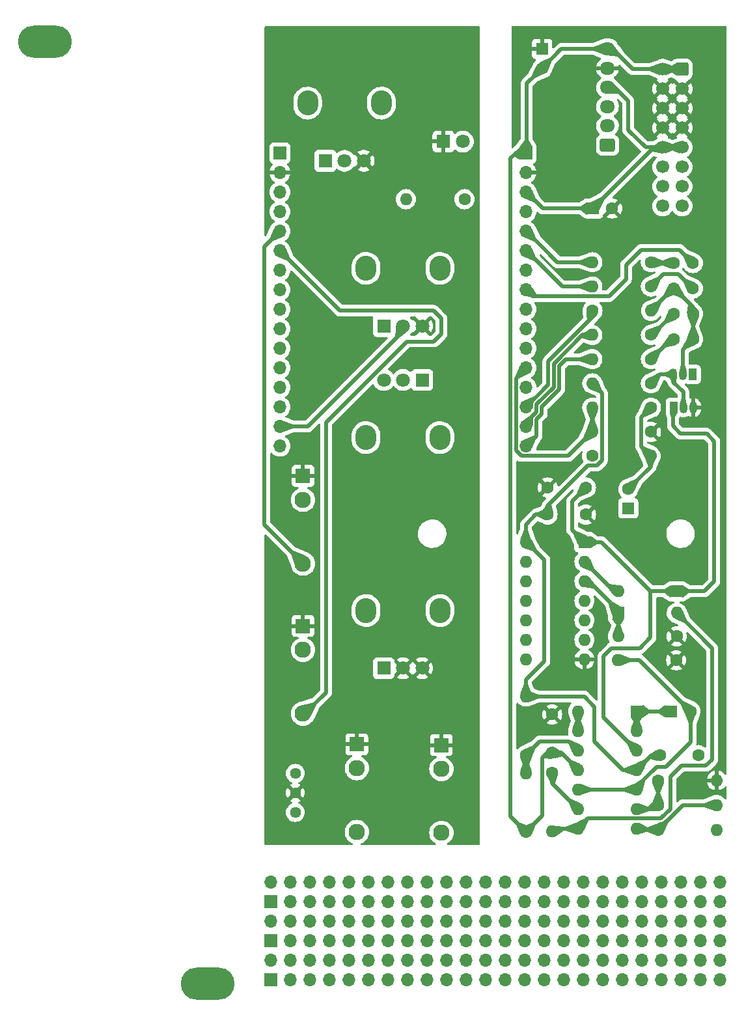
<source format=gbr>
%TF.GenerationSoftware,KiCad,Pcbnew,7.0.9*%
%TF.CreationDate,2023-12-20T21:33:15+01:00*%
%TF.ProjectId,MiniOSC,4d696e69-4f53-4432-9e6b-696361645f70,rev?*%
%TF.SameCoordinates,Original*%
%TF.FileFunction,Copper,L2,Bot*%
%TF.FilePolarity,Positive*%
%FSLAX46Y46*%
G04 Gerber Fmt 4.6, Leading zero omitted, Abs format (unit mm)*
G04 Created by KiCad (PCBNEW 7.0.9) date 2023-12-20 21:33:15*
%MOMM*%
%LPD*%
G01*
G04 APERTURE LIST*
G04 Aperture macros list*
%AMRoundRect*
0 Rectangle with rounded corners*
0 $1 Rounding radius*
0 $2 $3 $4 $5 $6 $7 $8 $9 X,Y pos of 4 corners*
0 Add a 4 corners polygon primitive as box body*
4,1,4,$2,$3,$4,$5,$6,$7,$8,$9,$2,$3,0*
0 Add four circle primitives for the rounded corners*
1,1,$1+$1,$2,$3*
1,1,$1+$1,$4,$5*
1,1,$1+$1,$6,$7*
1,1,$1+$1,$8,$9*
0 Add four rect primitives between the rounded corners*
20,1,$1+$1,$2,$3,$4,$5,0*
20,1,$1+$1,$4,$5,$6,$7,0*
20,1,$1+$1,$6,$7,$8,$9,0*
20,1,$1+$1,$8,$9,$2,$3,0*%
G04 Aperture macros list end*
%TA.AperFunction,ComponentPad*%
%ADD10O,2.720000X3.240000*%
%TD*%
%TA.AperFunction,ComponentPad*%
%ADD11R,1.800000X1.800000*%
%TD*%
%TA.AperFunction,ComponentPad*%
%ADD12C,1.800000*%
%TD*%
%TA.AperFunction,ComponentPad*%
%ADD13C,1.440000*%
%TD*%
%TA.AperFunction,ComponentPad*%
%ADD14R,1.930000X1.830000*%
%TD*%
%TA.AperFunction,ComponentPad*%
%ADD15C,2.130000*%
%TD*%
%TA.AperFunction,ComponentPad*%
%ADD16C,1.600000*%
%TD*%
%TA.AperFunction,ComponentPad*%
%ADD17O,1.600000X1.600000*%
%TD*%
%TA.AperFunction,ComponentPad*%
%ADD18R,1.700000X1.700000*%
%TD*%
%TA.AperFunction,ComponentPad*%
%ADD19O,1.700000X1.700000*%
%TD*%
%TA.AperFunction,ComponentPad*%
%ADD20O,7.000000X4.200000*%
%TD*%
%TA.AperFunction,ComponentPad*%
%ADD21RoundRect,0.250000X0.600000X0.600000X-0.600000X0.600000X-0.600000X-0.600000X0.600000X-0.600000X0*%
%TD*%
%TA.AperFunction,ComponentPad*%
%ADD22C,1.700000*%
%TD*%
%TA.AperFunction,ComponentPad*%
%ADD23R,1.600000X1.600000*%
%TD*%
%TA.AperFunction,ComponentPad*%
%ADD24RoundRect,0.250000X0.725000X-0.600000X0.725000X0.600000X-0.725000X0.600000X-0.725000X-0.600000X0*%
%TD*%
%TA.AperFunction,ComponentPad*%
%ADD25O,1.950000X1.700000*%
%TD*%
%TA.AperFunction,ComponentPad*%
%ADD26R,1.050000X1.500000*%
%TD*%
%TA.AperFunction,ComponentPad*%
%ADD27O,1.050000X1.500000*%
%TD*%
%TA.AperFunction,ViaPad*%
%ADD28C,0.800000*%
%TD*%
%TA.AperFunction,Conductor*%
%ADD29C,0.500000*%
%TD*%
G04 APERTURE END LIST*
D10*
%TO.P,TUNING_FINE1,*%
%TO.N,*%
X86200000Y-77500000D03*
X95800000Y-77500000D03*
D11*
%TO.P,TUNING_FINE1,1*%
%TO.N,FP_12V_NEG*%
X88500000Y-85000000D03*
D12*
%TO.P,TUNING_FINE1,2*%
%TO.N,/FrontPanel/FP_FINE*%
X91000000Y-85000000D03*
%TO.P,TUNING_FINE1,3*%
%TO.N,GND1*%
X93500000Y-85000000D03*
%TD*%
D10*
%TO.P,TUNING_COARSE1,*%
%TO.N,*%
X78600000Y-56000000D03*
X88200000Y-56000000D03*
D11*
%TO.P,TUNING_COARSE1,1*%
%TO.N,FP_12V_NEG*%
X80900000Y-63500000D03*
D12*
%TO.P,TUNING_COARSE1,2*%
%TO.N,/FrontPanel/FP_COARSE*%
X83400000Y-63500000D03*
%TO.P,TUNING_COARSE1,3*%
%TO.N,GND1*%
X85900000Y-63500000D03*
%TD*%
D13*
%TO.P,SCALE1,1*%
%TO.N,/FrontPanel/FP_SCALE*%
X77000000Y-148250000D03*
%TO.P,SCALE1,2*%
%TO.N,GND1*%
X77000000Y-145710000D03*
%TO.P,SCALE1,3*%
%TO.N,N/C*%
X77000000Y-143170000D03*
%TD*%
D14*
%TO.P,J6,S*%
%TO.N,GND1*%
X85000000Y-139400000D03*
D15*
%TO.P,J6,T*%
%TO.N,/FrontPanel/FP_SAW_OUT*%
X85000000Y-150800000D03*
%TO.P,J6,TN*%
%TO.N,N/C*%
X85000000Y-142500000D03*
%TD*%
D14*
%TO.P,J5,S*%
%TO.N,GND1*%
X96000000Y-139500000D03*
D15*
%TO.P,J5,T*%
%TO.N,/FrontPanel/FP_PULSE_OUT*%
X96000000Y-150900000D03*
%TO.P,J5,TN*%
%TO.N,N/C*%
X96000000Y-142600000D03*
%TD*%
D14*
%TO.P,J4,S*%
%TO.N,GND1*%
X78000000Y-104500000D03*
D15*
%TO.P,J4,T*%
%TO.N,/FrontPanel/FP_FM_IN*%
X78000000Y-115900000D03*
%TO.P,J4,TN*%
%TO.N,N/C*%
X78000000Y-107600000D03*
%TD*%
D14*
%TO.P,J3,S*%
%TO.N,GND1*%
X78000000Y-124000000D03*
D15*
%TO.P,J3,T*%
%TO.N,/FrontPanel/FP_V_OCT_IN*%
X78000000Y-135400000D03*
%TO.P,J3,TN*%
%TO.N,N/C*%
X78000000Y-127100000D03*
%TD*%
D10*
%TO.P,FM_AMOUNT1,*%
%TO.N,*%
X95800000Y-99500000D03*
X86200000Y-99500000D03*
D11*
%TO.P,FM_AMOUNT1,1*%
%TO.N,/FrontPanel/FP_FM_AMT_P2*%
X93500000Y-92000000D03*
D12*
%TO.P,FM_AMOUNT1,2*%
X91000000Y-92000000D03*
%TO.P,FM_AMOUNT1,3*%
%TO.N,/FrontPanel/FP_FM_AMT_P3*%
X88500000Y-92000000D03*
%TD*%
D10*
%TO.P,PULSE_WIDTH1,*%
%TO.N,*%
X86200000Y-122000000D03*
X95800000Y-122000000D03*
D11*
%TO.P,PULSE_WIDTH1,1*%
%TO.N,/FrontPanel/FP_PULSE_WIDTH*%
X88500000Y-129500000D03*
D12*
%TO.P,PULSE_WIDTH1,2*%
%TO.N,GND1*%
X91000000Y-129500000D03*
%TO.P,PULSE_WIDTH1,3*%
X93500000Y-129500000D03*
%TD*%
D11*
%TO.P,D3,1*%
%TO.N,GND1*%
X96250000Y-61000000D03*
D12*
%TO.P,D3,2*%
%TO.N,Net-(D3-Pad2)*%
X98790000Y-61000000D03*
%TD*%
D16*
%TO.P,R18,1*%
%TO.N,Net-(D3-Pad2)*%
X99000000Y-68500000D03*
D17*
%TO.P,R18,2*%
%TO.N,/FrontPanel/FP_12V_POS*%
X91380000Y-68500000D03*
%TD*%
D18*
%TO.P,J1,1*%
%TO.N,-12V*%
X107000000Y-62500000D03*
D19*
%TO.P,J1,2*%
%TO.N,Earth*%
X107000000Y-65040000D03*
%TO.P,J1,3*%
%TO.N,+12V*%
X107000000Y-67580000D03*
%TO.P,J1,4*%
%TO.N,N/C*%
X107000000Y-70120000D03*
%TO.P,J1,5*%
%TO.N,Net-(J1-Pad5)*%
X107000000Y-72660000D03*
%TO.P,J1,6*%
%TO.N,Net-(J1-Pad6)*%
X107000000Y-75200000D03*
%TO.P,J1,7*%
%TO.N,N/C*%
X107000000Y-77740000D03*
%TO.P,J1,8*%
%TO.N,FM_AMT_P2*%
X107000000Y-80280000D03*
%TO.P,J1,9*%
%TO.N,FM_AMT_P3*%
X107000000Y-82820000D03*
%TO.P,J1,10*%
%TO.N,PULSE_WIDTH*%
X107000000Y-85360000D03*
%TO.P,J1,11*%
%TO.N,N/C*%
X107000000Y-87900000D03*
%TO.P,J1,12*%
%TO.N,PULSE_OUT*%
X107000000Y-90440000D03*
%TO.P,J1,13*%
%TO.N,SAW_OUT*%
X107000000Y-92980000D03*
%TO.P,J1,14*%
%TO.N,SCALE*%
X107000000Y-95520000D03*
%TO.P,J1,15*%
%TO.N,Net-(J1-Pad15)*%
X107000000Y-98060000D03*
%TO.P,J1,16*%
%TO.N,Net-(J1-Pad16)*%
X107000000Y-100600000D03*
%TD*%
D20*
%TO.P,REF\u002A\u002A,1*%
%TO.N,N/C*%
X44400000Y-48000000D03*
%TD*%
%TO.P,REF\u002A\u002A,1*%
%TO.N,N/C*%
X65600000Y-170500000D03*
%TD*%
D18*
%TO.P,REF\u002A\u002A,1*%
%TO.N,N/C*%
X73837800Y-164896800D03*
D19*
%TO.P,REF\u002A\u002A,2*%
X73837800Y-162356800D03*
%TO.P,REF\u002A\u002A,3*%
X76377800Y-164896800D03*
%TO.P,REF\u002A\u002A,4*%
X76377800Y-162356800D03*
%TO.P,REF\u002A\u002A,5*%
X78917800Y-164896800D03*
%TO.P,REF\u002A\u002A,6*%
X78917800Y-162356800D03*
%TO.P,REF\u002A\u002A,7*%
X81457800Y-164896800D03*
%TO.P,REF\u002A\u002A,8*%
X81457800Y-162356800D03*
%TO.P,REF\u002A\u002A,9*%
X83997800Y-164896800D03*
%TO.P,REF\u002A\u002A,10*%
X83997800Y-162356800D03*
%TO.P,REF\u002A\u002A,11*%
X86537800Y-164896800D03*
%TO.P,REF\u002A\u002A,12*%
X86537800Y-162356800D03*
%TO.P,REF\u002A\u002A,13*%
X89077800Y-164896800D03*
%TO.P,REF\u002A\u002A,14*%
X89077800Y-162356800D03*
%TO.P,REF\u002A\u002A,15*%
X91617800Y-164896800D03*
%TO.P,REF\u002A\u002A,16*%
X91617800Y-162356800D03*
%TO.P,REF\u002A\u002A,17*%
X94157800Y-164896800D03*
%TO.P,REF\u002A\u002A,18*%
X94157800Y-162356800D03*
%TO.P,REF\u002A\u002A,19*%
X96697800Y-164896800D03*
%TO.P,REF\u002A\u002A,20*%
X96697800Y-162356800D03*
%TO.P,REF\u002A\u002A,21*%
X99237800Y-164896800D03*
%TO.P,REF\u002A\u002A,22*%
X99237800Y-162356800D03*
%TO.P,REF\u002A\u002A,23*%
X101777800Y-164896800D03*
%TO.P,REF\u002A\u002A,24*%
X101777800Y-162356800D03*
%TO.P,REF\u002A\u002A,25*%
X104317800Y-164896800D03*
%TO.P,REF\u002A\u002A,26*%
X104317800Y-162356800D03*
%TO.P,REF\u002A\u002A,27*%
X106857800Y-164896800D03*
%TO.P,REF\u002A\u002A,28*%
X106857800Y-162356800D03*
%TO.P,REF\u002A\u002A,29*%
X109397800Y-164896800D03*
%TO.P,REF\u002A\u002A,30*%
X109397800Y-162356800D03*
%TO.P,REF\u002A\u002A,31*%
X111937800Y-164896800D03*
%TO.P,REF\u002A\u002A,32*%
X111937800Y-162356800D03*
%TO.P,REF\u002A\u002A,33*%
X114477800Y-164896800D03*
%TO.P,REF\u002A\u002A,34*%
X114477800Y-162356800D03*
%TO.P,REF\u002A\u002A,35*%
X117017800Y-164896800D03*
%TO.P,REF\u002A\u002A,36*%
X117017800Y-162356800D03*
%TO.P,REF\u002A\u002A,37*%
X119557800Y-164896800D03*
%TO.P,REF\u002A\u002A,38*%
X119557800Y-162356800D03*
%TO.P,REF\u002A\u002A,39*%
X122097800Y-164896800D03*
%TO.P,REF\u002A\u002A,40*%
X122097800Y-162356800D03*
%TO.P,REF\u002A\u002A,41*%
X124637800Y-164896800D03*
%TO.P,REF\u002A\u002A,42*%
X124637800Y-162356800D03*
%TO.P,REF\u002A\u002A,43*%
X127177800Y-164896800D03*
%TO.P,REF\u002A\u002A,44*%
X127177800Y-162356800D03*
%TO.P,REF\u002A\u002A,45*%
X129717800Y-164896800D03*
%TO.P,REF\u002A\u002A,46*%
X129717800Y-162356800D03*
%TO.P,REF\u002A\u002A,47*%
X132257800Y-164896800D03*
%TO.P,REF\u002A\u002A,48*%
X132257800Y-162356800D03*
%TD*%
D18*
%TO.P,REF\u002A\u002A,1*%
%TO.N,N/C*%
X73837800Y-159816800D03*
D19*
%TO.P,REF\u002A\u002A,2*%
X73837800Y-157276800D03*
%TO.P,REF\u002A\u002A,3*%
X76377800Y-159816800D03*
%TO.P,REF\u002A\u002A,4*%
X76377800Y-157276800D03*
%TO.P,REF\u002A\u002A,5*%
X78917800Y-159816800D03*
%TO.P,REF\u002A\u002A,6*%
X78917800Y-157276800D03*
%TO.P,REF\u002A\u002A,7*%
X81457800Y-159816800D03*
%TO.P,REF\u002A\u002A,8*%
X81457800Y-157276800D03*
%TO.P,REF\u002A\u002A,9*%
X83997800Y-159816800D03*
%TO.P,REF\u002A\u002A,10*%
X83997800Y-157276800D03*
%TO.P,REF\u002A\u002A,11*%
X86537800Y-159816800D03*
%TO.P,REF\u002A\u002A,12*%
X86537800Y-157276800D03*
%TO.P,REF\u002A\u002A,13*%
X89077800Y-159816800D03*
%TO.P,REF\u002A\u002A,14*%
X89077800Y-157276800D03*
%TO.P,REF\u002A\u002A,15*%
X91617800Y-159816800D03*
%TO.P,REF\u002A\u002A,16*%
X91617800Y-157276800D03*
%TO.P,REF\u002A\u002A,17*%
X94157800Y-159816800D03*
%TO.P,REF\u002A\u002A,18*%
X94157800Y-157276800D03*
%TO.P,REF\u002A\u002A,19*%
X96697800Y-159816800D03*
%TO.P,REF\u002A\u002A,20*%
X96697800Y-157276800D03*
%TO.P,REF\u002A\u002A,21*%
X99237800Y-159816800D03*
%TO.P,REF\u002A\u002A,22*%
X99237800Y-157276800D03*
%TO.P,REF\u002A\u002A,23*%
X101777800Y-159816800D03*
%TO.P,REF\u002A\u002A,24*%
X101777800Y-157276800D03*
%TO.P,REF\u002A\u002A,25*%
X104317800Y-159816800D03*
%TO.P,REF\u002A\u002A,26*%
X104317800Y-157276800D03*
%TO.P,REF\u002A\u002A,27*%
X106857800Y-159816800D03*
%TO.P,REF\u002A\u002A,28*%
X106857800Y-157276800D03*
%TO.P,REF\u002A\u002A,29*%
X109397800Y-159816800D03*
%TO.P,REF\u002A\u002A,30*%
X109397800Y-157276800D03*
%TO.P,REF\u002A\u002A,31*%
X111937800Y-159816800D03*
%TO.P,REF\u002A\u002A,32*%
X111937800Y-157276800D03*
%TO.P,REF\u002A\u002A,33*%
X114477800Y-159816800D03*
%TO.P,REF\u002A\u002A,34*%
X114477800Y-157276800D03*
%TO.P,REF\u002A\u002A,35*%
X117017800Y-159816800D03*
%TO.P,REF\u002A\u002A,36*%
X117017800Y-157276800D03*
%TO.P,REF\u002A\u002A,37*%
X119557800Y-159816800D03*
%TO.P,REF\u002A\u002A,38*%
X119557800Y-157276800D03*
%TO.P,REF\u002A\u002A,39*%
X122097800Y-159816800D03*
%TO.P,REF\u002A\u002A,40*%
X122097800Y-157276800D03*
%TO.P,REF\u002A\u002A,41*%
X124637800Y-159816800D03*
%TO.P,REF\u002A\u002A,42*%
X124637800Y-157276800D03*
%TO.P,REF\u002A\u002A,43*%
X127177800Y-159816800D03*
%TO.P,REF\u002A\u002A,44*%
X127177800Y-157276800D03*
%TO.P,REF\u002A\u002A,45*%
X129717800Y-159816800D03*
%TO.P,REF\u002A\u002A,46*%
X129717800Y-157276800D03*
%TO.P,REF\u002A\u002A,47*%
X132257800Y-159816800D03*
%TO.P,REF\u002A\u002A,48*%
X132257800Y-157276800D03*
%TD*%
D18*
%TO.P,REF\u002A\u002A,1*%
%TO.N,N/C*%
X73837800Y-169976800D03*
D19*
%TO.P,REF\u002A\u002A,2*%
X73837800Y-167436800D03*
%TO.P,REF\u002A\u002A,3*%
X76377800Y-169976800D03*
%TO.P,REF\u002A\u002A,4*%
X76377800Y-167436800D03*
%TO.P,REF\u002A\u002A,5*%
X78917800Y-169976800D03*
%TO.P,REF\u002A\u002A,6*%
X78917800Y-167436800D03*
%TO.P,REF\u002A\u002A,7*%
X81457800Y-169976800D03*
%TO.P,REF\u002A\u002A,8*%
X81457800Y-167436800D03*
%TO.P,REF\u002A\u002A,9*%
X83997800Y-169976800D03*
%TO.P,REF\u002A\u002A,10*%
X83997800Y-167436800D03*
%TO.P,REF\u002A\u002A,11*%
X86537800Y-169976800D03*
%TO.P,REF\u002A\u002A,12*%
X86537800Y-167436800D03*
%TO.P,REF\u002A\u002A,13*%
X89077800Y-169976800D03*
%TO.P,REF\u002A\u002A,14*%
X89077800Y-167436800D03*
%TO.P,REF\u002A\u002A,15*%
X91617800Y-169976800D03*
%TO.P,REF\u002A\u002A,16*%
X91617800Y-167436800D03*
%TO.P,REF\u002A\u002A,17*%
X94157800Y-169976800D03*
%TO.P,REF\u002A\u002A,18*%
X94157800Y-167436800D03*
%TO.P,REF\u002A\u002A,19*%
X96697800Y-169976800D03*
%TO.P,REF\u002A\u002A,20*%
X96697800Y-167436800D03*
%TO.P,REF\u002A\u002A,21*%
X99237800Y-169976800D03*
%TO.P,REF\u002A\u002A,22*%
X99237800Y-167436800D03*
%TO.P,REF\u002A\u002A,23*%
X101777800Y-169976800D03*
%TO.P,REF\u002A\u002A,24*%
X101777800Y-167436800D03*
%TO.P,REF\u002A\u002A,25*%
X104317800Y-169976800D03*
%TO.P,REF\u002A\u002A,26*%
X104317800Y-167436800D03*
%TO.P,REF\u002A\u002A,27*%
X106857800Y-169976800D03*
%TO.P,REF\u002A\u002A,28*%
X106857800Y-167436800D03*
%TO.P,REF\u002A\u002A,29*%
X109397800Y-169976800D03*
%TO.P,REF\u002A\u002A,30*%
X109397800Y-167436800D03*
%TO.P,REF\u002A\u002A,31*%
X111937800Y-169976800D03*
%TO.P,REF\u002A\u002A,32*%
X111937800Y-167436800D03*
%TO.P,REF\u002A\u002A,33*%
X114477800Y-169976800D03*
%TO.P,REF\u002A\u002A,34*%
X114477800Y-167436800D03*
%TO.P,REF\u002A\u002A,35*%
X117017800Y-169976800D03*
%TO.P,REF\u002A\u002A,36*%
X117017800Y-167436800D03*
%TO.P,REF\u002A\u002A,37*%
X119557800Y-169976800D03*
%TO.P,REF\u002A\u002A,38*%
X119557800Y-167436800D03*
%TO.P,REF\u002A\u002A,39*%
X122097800Y-169976800D03*
%TO.P,REF\u002A\u002A,40*%
X122097800Y-167436800D03*
%TO.P,REF\u002A\u002A,41*%
X124637800Y-169976800D03*
%TO.P,REF\u002A\u002A,42*%
X124637800Y-167436800D03*
%TO.P,REF\u002A\u002A,43*%
X127177800Y-169976800D03*
%TO.P,REF\u002A\u002A,44*%
X127177800Y-167436800D03*
%TO.P,REF\u002A\u002A,45*%
X129717800Y-169976800D03*
%TO.P,REF\u002A\u002A,46*%
X129717800Y-167436800D03*
%TO.P,REF\u002A\u002A,47*%
X132257800Y-169976800D03*
%TO.P,REF\u002A\u002A,48*%
X132257800Y-167436800D03*
%TD*%
D16*
%TO.P,C7,1*%
%TO.N,+12V*%
X124400000Y-140800000D03*
%TO.P,C7,2*%
%TO.N,Earth*%
X129400000Y-140800000D03*
%TD*%
D18*
%TO.P,J2,1*%
%TO.N,FP_12V_NEG*%
X75000000Y-62500000D03*
D19*
%TO.P,J2,2*%
%TO.N,GND1*%
X75000000Y-65040000D03*
%TO.P,J2,3*%
%TO.N,/FrontPanel/FP_12V_POS*%
X75000000Y-67580000D03*
%TO.P,J2,4*%
%TO.N,N/C*%
X75000000Y-70120000D03*
%TO.P,J2,5*%
%TO.N,/FrontPanel/FP_FM_IN*%
X75000000Y-72660000D03*
%TO.P,J2,6*%
%TO.N,/FrontPanel/FP_V_OCT_IN*%
X75000000Y-75200000D03*
%TO.P,J2,7*%
%TO.N,N/C*%
X75000000Y-77740000D03*
%TO.P,J2,8*%
%TO.N,/FrontPanel/FP_FM_AMT_P2*%
X75000000Y-80280000D03*
%TO.P,J2,9*%
%TO.N,/FrontPanel/FP_FM_AMT_P3*%
X75000000Y-82820000D03*
%TO.P,J2,10*%
%TO.N,/FrontPanel/FP_PULSE_WIDTH*%
X75000000Y-85360000D03*
%TO.P,J2,11*%
%TO.N,N/C*%
X75000000Y-87900000D03*
%TO.P,J2,12*%
%TO.N,/FrontPanel/FP_PULSE_OUT*%
X75000000Y-90440000D03*
%TO.P,J2,13*%
%TO.N,/FrontPanel/FP_SAW_OUT*%
X75000000Y-92980000D03*
%TO.P,J2,14*%
%TO.N,/FrontPanel/FP_SCALE*%
X75000000Y-95520000D03*
%TO.P,J2,15*%
%TO.N,/FrontPanel/FP_FINE*%
X75000000Y-98060000D03*
%TO.P,J2,16*%
%TO.N,/FrontPanel/FP_COARSE*%
X75000000Y-100600000D03*
%TD*%
D16*
%TO.P,C6,1*%
%TO.N,+12V*%
X109800000Y-109500000D03*
%TO.P,C6,2*%
%TO.N,Earth*%
X114800000Y-109500000D03*
%TD*%
%TO.P,R7,1*%
%TO.N,PULSE_WIDTH*%
X110400000Y-143100000D03*
D17*
%TO.P,R7,2*%
%TO.N,Net-(D2-Pad2)*%
X110400000Y-150720000D03*
%TD*%
D16*
%TO.P,TH4,1*%
%TO.N,FM_AMT_P2*%
X128700000Y-76800000D03*
%TO.P,TH4,2*%
%TO.N,Net-(R4-Pad1)*%
X126200000Y-76800000D03*
%TD*%
D21*
%TO.P,J8,1*%
%TO.N,-12V*%
X127300000Y-51600000D03*
D22*
%TO.P,J8,2*%
X124760000Y-51600000D03*
%TO.P,J8,3*%
%TO.N,Earth*%
X127300000Y-54140000D03*
%TO.P,J8,4*%
X124760000Y-54140000D03*
%TO.P,J8,5*%
X127300000Y-56680000D03*
%TO.P,J8,6*%
X124760000Y-56680000D03*
%TO.P,J8,7*%
X127300000Y-59220000D03*
%TO.P,J8,8*%
X124760000Y-59220000D03*
%TO.P,J8,9*%
%TO.N,+12V*%
X127300000Y-61760000D03*
%TO.P,J8,10*%
X124760000Y-61760000D03*
%TO.P,J8,11*%
%TO.N,Net-(J8-Pad11)*%
X127300000Y-64300000D03*
%TO.P,J8,12*%
X124760000Y-64300000D03*
%TO.P,J8,13*%
%TO.N,Net-(J8-Pad13)*%
X127300000Y-66840000D03*
%TO.P,J8,14*%
X124760000Y-66840000D03*
%TO.P,J8,15*%
%TO.N,Net-(J8-Pad15)*%
X127300000Y-69380000D03*
%TO.P,J8,16*%
X124760000Y-69380000D03*
%TD*%
D16*
%TO.P,R11,1*%
%TO.N,Net-(C3-Pad2)*%
X123250000Y-95600000D03*
D17*
%TO.P,R11,2*%
%TO.N,PULSE_OUT*%
X115630000Y-95600000D03*
%TD*%
D23*
%TO.P,C2,1*%
%TO.N,Net-(C2-Pad1)*%
X125900000Y-135100000D03*
D16*
%TO.P,C2,2*%
%TO.N,Net-(C2-Pad2)*%
X128400000Y-135100000D03*
%TD*%
%TO.P,R1,1*%
%TO.N,Net-(R1-Pad1)*%
X123250000Y-89300000D03*
D17*
%TO.P,R1,2*%
%TO.N,Net-(J1-Pad16)*%
X115630000Y-89300000D03*
%TD*%
D16*
%TO.P,R14,1*%
%TO.N,Net-(R13-Pad1)*%
X124200000Y-147300000D03*
D17*
%TO.P,R14,2*%
%TO.N,Net-(R14-Pad2)*%
X131820000Y-147300000D03*
%TD*%
D16*
%TO.P,TH3,1*%
%TO.N,FM_AMT_P3*%
X126200000Y-80100000D03*
%TO.P,TH3,2*%
%TO.N,Net-(R3-Pad1)*%
X128700000Y-80100000D03*
%TD*%
D24*
%TO.P,J7,1*%
%TO.N,N/C*%
X117600000Y-61450000D03*
D25*
%TO.P,J7,2*%
X117600000Y-58950000D03*
%TO.P,J7,3*%
X117600000Y-56450000D03*
%TO.P,J7,4*%
%TO.N,+12V*%
X117600000Y-53950000D03*
%TO.P,J7,5*%
%TO.N,Earth*%
X117600000Y-51450000D03*
%TO.P,J7,6*%
%TO.N,-12V*%
X117600000Y-48950000D03*
%TD*%
D16*
%TO.P,R2,1*%
%TO.N,Net-(R2-Pad1)*%
X123250000Y-86150000D03*
D17*
%TO.P,R2,2*%
%TO.N,Net-(J1-Pad15)*%
X115630000Y-86150000D03*
%TD*%
D23*
%TO.P,U1,1*%
%TO.N,Net-(C2-Pad1)*%
X121400000Y-135100000D03*
D17*
%TO.P,U1,2*%
X121400000Y-137640000D03*
%TO.P,U1,3*%
%TO.N,Net-(C1-Pad1)*%
X121400000Y-140180000D03*
%TO.P,U1,4*%
%TO.N,+12V*%
X121400000Y-142720000D03*
%TO.P,U1,5*%
%TO.N,Net-(C2-Pad2)*%
X121400000Y-145260000D03*
%TO.P,U1,6*%
%TO.N,Net-(R13-Pad1)*%
X121400000Y-147800000D03*
%TO.P,U1,7*%
%TO.N,Net-(R14-Pad2)*%
X121400000Y-150340000D03*
%TO.P,U1,8*%
%TO.N,Net-(D2-Pad2)*%
X113780000Y-150340000D03*
%TO.P,U1,9*%
%TO.N,PULSE_WIDTH*%
X113780000Y-147800000D03*
%TO.P,U1,10*%
%TO.N,Net-(C2-Pad2)*%
X113780000Y-145260000D03*
%TO.P,U1,11*%
%TO.N,-12V*%
X113780000Y-142720000D03*
%TO.P,U1,12*%
%TO.N,Net-(R16-Pad1)*%
X113780000Y-140180000D03*
%TO.P,U1,13*%
%TO.N,Net-(U1-Pad13)*%
X113780000Y-137640000D03*
%TO.P,U1,14*%
X113780000Y-135100000D03*
%TD*%
D16*
%TO.P,C1,1*%
%TO.N,Net-(C1-Pad1)*%
X114800000Y-106000000D03*
%TO.P,C1,2*%
%TO.N,Earth*%
X109800000Y-106000000D03*
%TD*%
%TO.P,R8,1*%
%TO.N,Earth*%
X126600000Y-125350000D03*
D17*
%TO.P,R8,2*%
%TO.N,Net-(D2-Pad1)*%
X118980000Y-125350000D03*
%TD*%
D16*
%TO.P,R6,1*%
%TO.N,Net-(Q1-Pad3)*%
X123250000Y-92450000D03*
D17*
%TO.P,R6,2*%
%TO.N,+12V*%
X115630000Y-92450000D03*
%TD*%
D23*
%TO.P,C3,1*%
%TO.N,Net-(C3-Pad1)*%
X120300000Y-108700000D03*
D16*
%TO.P,C3,2*%
%TO.N,Net-(C3-Pad2)*%
X120300000Y-106200000D03*
%TD*%
D23*
%TO.P,U2,1*%
%TO.N,Net-(C1-Pad1)*%
X114600000Y-113100000D03*
D17*
%TO.P,U2,2*%
%TO.N,Net-(D1-Pad2)*%
X114600000Y-115640000D03*
%TO.P,U2,3*%
%TO.N,Net-(D2-Pad1)*%
X114600000Y-118180000D03*
%TO.P,U2,4*%
%TO.N,Net-(C3-Pad1)*%
X114600000Y-120720000D03*
%TO.P,U2,5*%
%TO.N,N/C*%
X114600000Y-123260000D03*
%TO.P,U2,6*%
X114600000Y-125800000D03*
%TO.P,U2,7*%
%TO.N,Earth*%
X114600000Y-128340000D03*
%TO.P,U2,8*%
%TO.N,N/C*%
X106980000Y-128340000D03*
%TO.P,U2,9*%
X106980000Y-125800000D03*
%TO.P,U2,10*%
X106980000Y-123260000D03*
%TO.P,U2,11*%
X106980000Y-120720000D03*
%TO.P,U2,12*%
X106980000Y-118180000D03*
%TO.P,U2,13*%
X106980000Y-115640000D03*
%TO.P,U2,14*%
%TO.N,+12V*%
X106980000Y-113100000D03*
%TD*%
D16*
%TO.P,R5,1*%
%TO.N,SCALE*%
X115650000Y-83000000D03*
D17*
%TO.P,R5,2*%
%TO.N,FM_AMT_P3*%
X123270000Y-83000000D03*
%TD*%
D16*
%TO.P,R16,1*%
%TO.N,Net-(R16-Pad1)*%
X107000000Y-140800000D03*
D17*
%TO.P,R16,2*%
%TO.N,+12V*%
X107000000Y-133180000D03*
%TD*%
D26*
%TO.P,Q1,1*%
%TO.N,-12V*%
X128700000Y-91300000D03*
D27*
%TO.P,Q1,2*%
%TO.N,FM_AMT_P3*%
X127430000Y-91300000D03*
%TO.P,Q1,3*%
%TO.N,Net-(Q1-Pad3)*%
X126160000Y-91300000D03*
%TD*%
D16*
%TO.P,R3,1*%
%TO.N,Net-(R3-Pad1)*%
X123250000Y-79850000D03*
D17*
%TO.P,R3,2*%
%TO.N,Net-(J1-Pad6)*%
X115630000Y-79850000D03*
%TD*%
D16*
%TO.P,R13,1*%
%TO.N,Net-(R13-Pad1)*%
X124200000Y-144100000D03*
D17*
%TO.P,R13,2*%
%TO.N,Earth*%
X131820000Y-144100000D03*
%TD*%
D16*
%TO.P,TH1,1*%
%TO.N,FM_AMT_P3*%
X128750000Y-86700000D03*
%TO.P,TH1,2*%
%TO.N,Net-(R1-Pad1)*%
X126250000Y-86700000D03*
%TD*%
%TO.P,R4,1*%
%TO.N,Net-(R4-Pad1)*%
X123250000Y-76700000D03*
D17*
%TO.P,R4,2*%
%TO.N,Net-(J1-Pad5)*%
X115630000Y-76700000D03*
%TD*%
D16*
%TO.P,TH2,1*%
%TO.N,FM_AMT_P3*%
X128750000Y-83400000D03*
%TO.P,TH2,2*%
%TO.N,Net-(R2-Pad1)*%
X126250000Y-83400000D03*
%TD*%
D26*
%TO.P,Q2,1*%
%TO.N,Net-(C1-Pad1)*%
X126200000Y-95600000D03*
D27*
%TO.P,Q2,2*%
%TO.N,Net-(Q1-Pad3)*%
X127470000Y-95600000D03*
%TO.P,Q2,3*%
%TO.N,Earth*%
X128740000Y-95600000D03*
%TD*%
D23*
%TO.P,C4,1*%
%TO.N,+12V*%
X115700000Y-69700000D03*
D16*
%TO.P,C4,2*%
%TO.N,Earth*%
X118200000Y-69700000D03*
%TD*%
D23*
%TO.P,C5,1*%
%TO.N,Earth*%
X109100000Y-48950000D03*
D16*
%TO.P,C5,2*%
%TO.N,-12V*%
X109100000Y-51450000D03*
%TD*%
%TO.P,R10,1*%
%TO.N,Earth*%
X115600000Y-101900000D03*
D17*
%TO.P,R10,2*%
%TO.N,Net-(C3-Pad2)*%
X123220000Y-101900000D03*
%TD*%
D16*
%TO.P,R9,1*%
%TO.N,Earth*%
X126550000Y-128450000D03*
D17*
%TO.P,R9,2*%
%TO.N,Net-(C2-Pad2)*%
X118930000Y-128450000D03*
%TD*%
D23*
%TO.P,D2,1*%
%TO.N,Net-(D2-Pad1)*%
X119000000Y-122300000D03*
D17*
%TO.P,D2,2*%
%TO.N,Net-(D2-Pad2)*%
X126620000Y-122300000D03*
%TD*%
D16*
%TO.P,R12,1*%
%TO.N,Earth*%
X123250000Y-98750000D03*
D17*
%TO.P,R12,2*%
%TO.N,PULSE_OUT*%
X115630000Y-98750000D03*
%TD*%
D16*
%TO.P,C8,1*%
%TO.N,Earth*%
X110400000Y-135500000D03*
%TO.P,C8,2*%
%TO.N,-12V*%
X110400000Y-140500000D03*
%TD*%
%TO.P,R17,1*%
%TO.N,-12V*%
X107000000Y-150800000D03*
D17*
%TO.P,R17,2*%
%TO.N,Net-(R16-Pad1)*%
X107000000Y-143180000D03*
%TD*%
D16*
%TO.P,R15,1*%
%TO.N,Net-(R14-Pad2)*%
X124200000Y-150500000D03*
D17*
%TO.P,R15,2*%
%TO.N,SAW_OUT*%
X131820000Y-150500000D03*
%TD*%
D23*
%TO.P,D1,1*%
%TO.N,Net-(C1-Pad1)*%
X126600000Y-119500000D03*
D17*
%TO.P,D1,2*%
%TO.N,Net-(D1-Pad2)*%
X118980000Y-119500000D03*
%TD*%
D28*
%TO.N,Earth*%
X128500000Y-103500000D03*
X126500000Y-105500000D03*
X109500000Y-85500000D03*
X110500000Y-83500000D03*
X120500000Y-113500000D03*
X127500000Y-102500000D03*
X129500000Y-104500000D03*
X125500000Y-107500000D03*
X128500000Y-105500000D03*
X128500000Y-100500000D03*
X126500000Y-103500000D03*
X128500000Y-107500000D03*
X128500000Y-106500000D03*
X125500000Y-104500000D03*
X127500000Y-104500000D03*
X129500000Y-101500000D03*
X127500000Y-107500000D03*
X113000000Y-94000000D03*
X122500000Y-114500000D03*
X113000000Y-93000000D03*
X109500000Y-84500000D03*
X127500000Y-100500000D03*
X113000000Y-97000000D03*
X129500000Y-105500000D03*
X109500000Y-83500000D03*
X129500000Y-100500000D03*
X121500000Y-114500000D03*
X110500000Y-82500000D03*
X129500000Y-102500000D03*
X113500000Y-82500000D03*
X122500000Y-115500000D03*
X122500000Y-116500000D03*
X127500000Y-106500000D03*
X129500000Y-107500000D03*
X113000000Y-95000000D03*
X129500000Y-103500000D03*
X121500000Y-112500000D03*
X112500000Y-83500000D03*
X126500000Y-102500000D03*
X109500000Y-86500000D03*
X125500000Y-101500000D03*
X125500000Y-103500000D03*
X126500000Y-101500000D03*
X126500000Y-104500000D03*
X112500000Y-82500000D03*
X126500000Y-100500000D03*
X111500000Y-83500000D03*
X113000000Y-91000000D03*
X125500000Y-105500000D03*
X126500000Y-107500000D03*
X120500000Y-112500000D03*
X127500000Y-103500000D03*
X122500000Y-113500000D03*
X127500000Y-105500000D03*
X113000000Y-98000000D03*
X125500000Y-102500000D03*
X128500000Y-102500000D03*
X110500000Y-84500000D03*
X111500000Y-84500000D03*
X121500000Y-115500000D03*
X113000000Y-92000000D03*
X111500000Y-82500000D03*
X126500000Y-106500000D03*
X128500000Y-104500000D03*
X110500000Y-85500000D03*
X127500000Y-101500000D03*
X114000000Y-98000000D03*
X121500000Y-113500000D03*
X109500000Y-82500000D03*
X122500000Y-112500000D03*
X119500000Y-112500000D03*
X119500000Y-113500000D03*
X128500000Y-101500000D03*
X125500000Y-106500000D03*
X129500000Y-106500000D03*
X113000000Y-96000000D03*
X125500000Y-100500000D03*
X120500000Y-114500000D03*
%TO.N,GND1*%
X89500000Y-111000000D03*
X78000000Y-71500000D03*
X80000000Y-87000000D03*
X86500000Y-68500000D03*
X95500000Y-134000000D03*
X89000000Y-61500000D03*
X79000000Y-76500000D03*
X89500000Y-115000000D03*
X91500000Y-133000000D03*
X89500000Y-134000000D03*
X93500000Y-63000000D03*
X80000000Y-86000000D03*
X95500000Y-133000000D03*
X87500000Y-135000000D03*
X97500000Y-134000000D03*
X94500000Y-63000000D03*
X79000000Y-73500000D03*
X85500000Y-111000000D03*
X92500000Y-137000000D03*
X78000000Y-74500000D03*
X88500000Y-136000000D03*
X78000000Y-85000000D03*
X86500000Y-109000000D03*
X97500000Y-106000000D03*
X78000000Y-72500000D03*
X84500000Y-68500000D03*
X83000000Y-88000000D03*
X84500000Y-132000000D03*
X79000000Y-69500000D03*
X81000000Y-89000000D03*
X88500000Y-114000000D03*
X94500000Y-65000000D03*
X87500000Y-114000000D03*
X86500000Y-107000000D03*
X89500000Y-137000000D03*
X92500000Y-63000000D03*
X93500000Y-65000000D03*
X93500000Y-132000000D03*
X97500000Y-136000000D03*
X87500000Y-134000000D03*
X94500000Y-132000000D03*
X92500000Y-64000000D03*
X84500000Y-69500000D03*
X86500000Y-112000000D03*
X87500000Y-108000000D03*
X87500000Y-115000000D03*
X93500000Y-61000000D03*
X93500000Y-58000000D03*
X95500000Y-132000000D03*
X79000000Y-68500000D03*
X87500000Y-133000000D03*
X89500000Y-112000000D03*
X85500000Y-107000000D03*
X91500000Y-137000000D03*
X85500000Y-115000000D03*
X85500000Y-108000000D03*
X78000000Y-73500000D03*
X90500000Y-133000000D03*
X87500000Y-111000000D03*
X82000000Y-89000000D03*
X85500000Y-113000000D03*
X92500000Y-132000000D03*
X87500000Y-107000000D03*
X91500000Y-136000000D03*
X93500000Y-107000000D03*
X96500000Y-136000000D03*
X89500000Y-69500000D03*
X89000000Y-62500000D03*
X91500000Y-132000000D03*
X85500000Y-69500000D03*
X86500000Y-69500000D03*
X93500000Y-106000000D03*
X89500000Y-136000000D03*
X89500000Y-108000000D03*
X87500000Y-69500000D03*
X88000000Y-63500000D03*
X87500000Y-109000000D03*
X94500000Y-61000000D03*
X94500000Y-62000000D03*
X92500000Y-133000000D03*
X85500000Y-133000000D03*
X88500000Y-115000000D03*
X86500000Y-133000000D03*
X78000000Y-68500000D03*
X95500000Y-137000000D03*
X94500000Y-136000000D03*
X83000000Y-91000000D03*
X96500000Y-133000000D03*
X84000000Y-91000000D03*
X89000000Y-60500000D03*
X85500000Y-114000000D03*
X96500000Y-134000000D03*
X85500000Y-112000000D03*
X95500000Y-107000000D03*
X88500000Y-112000000D03*
X90500000Y-135000000D03*
X85500000Y-68500000D03*
X82000000Y-88000000D03*
X86500000Y-134000000D03*
X88500000Y-69500000D03*
X86500000Y-106000000D03*
X79000000Y-84000000D03*
X91500000Y-134000000D03*
X97500000Y-107000000D03*
X94500000Y-59000000D03*
X88000000Y-62500000D03*
X88500000Y-135000000D03*
X78000000Y-69500000D03*
X82000000Y-90000000D03*
X87500000Y-106000000D03*
X81000000Y-88000000D03*
X88000000Y-60500000D03*
X90500000Y-107000000D03*
X86500000Y-115000000D03*
X94500000Y-137000000D03*
X89000000Y-63500000D03*
X89500000Y-110000000D03*
X93500000Y-134000000D03*
X90500000Y-137000000D03*
X79000000Y-71500000D03*
X89500000Y-107000000D03*
X91500000Y-135000000D03*
X89500000Y-109000000D03*
X92500000Y-61000000D03*
X90500000Y-136000000D03*
X90500000Y-106000000D03*
X87500000Y-132000000D03*
X85500000Y-132000000D03*
X92500000Y-106000000D03*
X92500000Y-62000000D03*
X89500000Y-68500000D03*
X95500000Y-57000000D03*
X78000000Y-75500000D03*
X88500000Y-113000000D03*
X92500000Y-134000000D03*
X92500000Y-65000000D03*
X94500000Y-106000000D03*
X83000000Y-90000000D03*
X92500000Y-60000000D03*
X86500000Y-114000000D03*
X90500000Y-134000000D03*
X82000000Y-87000000D03*
X96500000Y-107000000D03*
X90500000Y-132000000D03*
X88500000Y-108000000D03*
X78000000Y-70500000D03*
X93500000Y-133000000D03*
X89500000Y-114000000D03*
X92500000Y-135000000D03*
X87500000Y-68500000D03*
X96500000Y-106000000D03*
X87500000Y-110000000D03*
X86500000Y-113000000D03*
X93500000Y-60000000D03*
X91500000Y-107000000D03*
X95500000Y-58000000D03*
X97500000Y-132000000D03*
X93500000Y-59000000D03*
X95500000Y-65000000D03*
X78000000Y-86000000D03*
X78000000Y-76500000D03*
X81000000Y-86000000D03*
X95500000Y-106000000D03*
X92500000Y-57000000D03*
X85500000Y-110000000D03*
X94500000Y-60000000D03*
X95500000Y-136000000D03*
X85500000Y-106000000D03*
X88500000Y-132000000D03*
X94500000Y-64000000D03*
X84000000Y-90000000D03*
X94500000Y-133000000D03*
X91500000Y-106000000D03*
X88500000Y-68500000D03*
X79000000Y-75500000D03*
X80000000Y-88000000D03*
X86500000Y-108000000D03*
X94500000Y-107000000D03*
X88500000Y-133000000D03*
X89500000Y-113000000D03*
X88500000Y-110000000D03*
X83000000Y-89000000D03*
X88500000Y-109000000D03*
X95500000Y-135000000D03*
X78000000Y-84000000D03*
X80000000Y-85000000D03*
X88000000Y-61500000D03*
X88500000Y-111000000D03*
X79000000Y-72500000D03*
X81000000Y-87000000D03*
X93500000Y-57000000D03*
X79000000Y-85000000D03*
X86500000Y-110000000D03*
X93500000Y-64000000D03*
X96500000Y-132000000D03*
X79000000Y-70500000D03*
X89500000Y-132000000D03*
X92500000Y-107000000D03*
X89500000Y-106000000D03*
X89500000Y-133000000D03*
X94500000Y-134000000D03*
X88500000Y-107000000D03*
X87500000Y-113000000D03*
X88500000Y-106000000D03*
X87500000Y-112000000D03*
X86500000Y-111000000D03*
X93500000Y-136000000D03*
X92500000Y-59000000D03*
X97500000Y-133000000D03*
X92500000Y-136000000D03*
X92500000Y-58000000D03*
X97500000Y-137000000D03*
X79000000Y-87000000D03*
X93500000Y-137000000D03*
X94500000Y-57000000D03*
X97500000Y-135000000D03*
X86500000Y-132000000D03*
X89500000Y-135000000D03*
X88500000Y-134000000D03*
X93500000Y-62000000D03*
X96500000Y-135000000D03*
X94500000Y-135000000D03*
X79000000Y-86000000D03*
X79000000Y-74500000D03*
X84000000Y-89000000D03*
X94500000Y-58000000D03*
X93500000Y-135000000D03*
X85500000Y-109000000D03*
X96500000Y-137000000D03*
%TD*%
D29*
%TO.N,/FrontPanel/FP_FINE*%
X78612792Y-98060000D02*
X75000000Y-98060000D01*
X91000000Y-85672792D02*
X78612792Y-98060000D01*
X91000000Y-85000000D02*
X91000000Y-85672792D01*
%TO.N,Net-(R3-Pad1)*%
X124900000Y-78200000D02*
X123250000Y-79850000D01*
X126800000Y-78200000D02*
X124900000Y-78200000D01*
X128700000Y-80100000D02*
X126800000Y-78200000D01*
%TO.N,Net-(C1-Pad1)*%
X117100000Y-135880000D02*
X117100000Y-127900000D01*
X126600000Y-119500000D02*
X123200000Y-119500000D01*
X116800000Y-113100000D02*
X114600000Y-113100000D01*
X131500000Y-100000000D02*
X131500000Y-118200000D01*
X127100000Y-99000000D02*
X130500000Y-99000000D01*
X121800000Y-126900000D02*
X123200000Y-125500000D01*
X131500000Y-118200000D02*
X130200000Y-119500000D01*
X126200000Y-95600000D02*
X126100000Y-95700000D01*
X113000000Y-107800000D02*
X113000000Y-111500000D01*
X126100000Y-95700000D02*
X126100000Y-98000000D01*
X126100000Y-98000000D02*
X127100000Y-99000000D01*
X113000000Y-111500000D02*
X114600000Y-113100000D01*
X117100000Y-127900000D02*
X118100000Y-126900000D01*
X114800000Y-106000000D02*
X113000000Y-107800000D01*
X130500000Y-99000000D02*
X131500000Y-100000000D01*
X123200000Y-119500000D02*
X116800000Y-113100000D01*
X121400000Y-140180000D02*
X117100000Y-135880000D01*
X123200000Y-125500000D02*
X123200000Y-119500000D01*
X130200000Y-119500000D02*
X126600000Y-119500000D01*
X118100000Y-126900000D02*
X121800000Y-126900000D01*
%TO.N,Net-(C2-Pad2)*%
X121750000Y-128450000D02*
X118930000Y-128450000D01*
X128400000Y-135100000D02*
X128400000Y-139100000D01*
X128400000Y-139100000D02*
X125200000Y-142300000D01*
X125200000Y-142300000D02*
X124000000Y-142300000D01*
X128400000Y-135100000D02*
X121750000Y-128450000D01*
X121400000Y-144900000D02*
X121400000Y-145260000D01*
X124000000Y-142300000D02*
X121400000Y-144900000D01*
X113780000Y-145260000D02*
X121400000Y-145260000D01*
%TO.N,Net-(C2-Pad1)*%
X125900000Y-135100000D02*
X121400000Y-135100000D01*
X121400000Y-135100000D02*
X121400000Y-137640000D01*
%TO.N,Net-(C3-Pad2)*%
X121999999Y-100679999D02*
X123220000Y-101900000D01*
X123250000Y-95600000D02*
X121999999Y-96850001D01*
X123220000Y-103280000D02*
X120300000Y-106200000D01*
X121999999Y-96850001D02*
X121999999Y-100679999D01*
X123220000Y-101900000D02*
X123220000Y-103280000D01*
%TO.N,+12V*%
X114580000Y-133180000D02*
X115900000Y-134500000D01*
X109170000Y-69700000D02*
X107050000Y-67580000D01*
X116880001Y-102470001D02*
X116880001Y-93700001D01*
X115900000Y-134500000D02*
X115900000Y-139000000D01*
X109800000Y-109500000D02*
X108300000Y-109500000D01*
X118550000Y-53950000D02*
X120300000Y-55700000D01*
X107000000Y-110800000D02*
X107000000Y-113080000D01*
X107000000Y-133180000D02*
X114580000Y-133180000D01*
X122560000Y-61760000D02*
X123640000Y-61760000D01*
X116880001Y-93700001D02*
X115630000Y-92450000D01*
X116200001Y-103150001D02*
X116880001Y-102470001D01*
X108300000Y-109500000D02*
X107000000Y-110800000D01*
X120300000Y-59500000D02*
X122560000Y-61760000D01*
X107100000Y-113100000D02*
X106980000Y-113100000D01*
X109800000Y-108368630D02*
X115018629Y-103150001D01*
X117600000Y-53950000D02*
X118550000Y-53950000D01*
X115900000Y-139000000D02*
X119620000Y-142720000D01*
X109400000Y-128600000D02*
X109400000Y-115400000D01*
X119620000Y-142720000D02*
X121400000Y-142720000D01*
X124400000Y-140800000D02*
X123320000Y-140800000D01*
X120300000Y-55700000D02*
X120300000Y-59500000D01*
X107000000Y-131000000D02*
X109400000Y-128600000D01*
X107000000Y-113080000D02*
X106980000Y-113100000D01*
X115018629Y-103150001D02*
X116200001Y-103150001D01*
X115700000Y-69700000D02*
X109170000Y-69700000D01*
X127300000Y-61760000D02*
X124760000Y-61760000D01*
X107000000Y-133180000D02*
X107000000Y-131000000D01*
X109800000Y-109500000D02*
X109800000Y-108368630D01*
X109400000Y-115400000D02*
X107100000Y-113100000D01*
X124760000Y-61760000D02*
X123640000Y-61760000D01*
X123640000Y-61760000D02*
X115700000Y-69700000D01*
X123320000Y-140800000D02*
X121400000Y-142720000D01*
%TO.N,-12V*%
X104999989Y-63200011D02*
X105700000Y-62500000D01*
X109800000Y-140500000D02*
X109149999Y-141150001D01*
X107000000Y-150800000D02*
X104999989Y-148799989D01*
X117600000Y-48950000D02*
X111600000Y-48950000D01*
X118250000Y-48950000D02*
X117600000Y-48950000D01*
X111600000Y-48950000D02*
X109100000Y-51450000D01*
X107100000Y-53450000D02*
X107100000Y-62450000D01*
X105700000Y-62500000D02*
X107050000Y-62500000D01*
X124760000Y-51600000D02*
X120900000Y-51600000D01*
X104999989Y-148799989D02*
X104999989Y-63200011D01*
X109149999Y-141150001D02*
X109149999Y-148650001D01*
X107100000Y-62450000D02*
X107050000Y-62500000D01*
X113780000Y-142680000D02*
X111600000Y-140500000D01*
X113780000Y-142720000D02*
X113780000Y-142680000D01*
X120900000Y-51600000D02*
X118250000Y-48950000D01*
X111600000Y-140500000D02*
X110400000Y-140500000D01*
X109149999Y-148650001D02*
X107000000Y-150800000D01*
X110400000Y-140500000D02*
X109800000Y-140500000D01*
X127300000Y-51600000D02*
X124760000Y-51600000D01*
X109100000Y-51450000D02*
X107100000Y-53450000D01*
%TO.N,Net-(D1-Pad2)*%
X118460000Y-119500000D02*
X118980000Y-119500000D01*
X114600000Y-115640000D02*
X118460000Y-119500000D01*
%TO.N,Net-(D2-Pad2)*%
X127200000Y-142200000D02*
X125800000Y-143600000D01*
X131200000Y-126880000D02*
X131200000Y-141400000D01*
X124549999Y-149050001D02*
X115069999Y-149050001D01*
X125800000Y-147800000D02*
X124549999Y-149050001D01*
X110780000Y-150340000D02*
X110400000Y-150720000D01*
X131200000Y-141400000D02*
X130400000Y-142200000D01*
X130400000Y-142200000D02*
X127200000Y-142200000D01*
X113780000Y-150340000D02*
X110780000Y-150340000D01*
X125800000Y-143600000D02*
X125800000Y-147800000D01*
X115069999Y-149050001D02*
X113780000Y-150340000D01*
X126620000Y-122300000D02*
X131200000Y-126880000D01*
%TO.N,Net-(D2-Pad1)*%
X119000000Y-122000000D02*
X115180000Y-118180000D01*
X119000000Y-125330000D02*
X118980000Y-125350000D01*
X115180000Y-118180000D02*
X114600000Y-118180000D01*
X119000000Y-122300000D02*
X119000000Y-122000000D01*
X119000000Y-122300000D02*
X119000000Y-125330000D01*
%TO.N,Net-(J1-Pad16)*%
X108350001Y-99299999D02*
X107050000Y-100600000D01*
X111300000Y-93249926D02*
X109050012Y-95499914D01*
X112200000Y-89300000D02*
X111300000Y-90200000D01*
X109050012Y-95499914D02*
X109050012Y-96433955D01*
X108350001Y-97133966D02*
X108350001Y-99299999D01*
X115630000Y-89300000D02*
X112200000Y-89300000D01*
X109050012Y-96433955D02*
X108350001Y-97133966D01*
X111300000Y-90200000D02*
X111300000Y-93249926D01*
%TO.N,Net-(J1-Pad15)*%
X114360035Y-86150000D02*
X110599989Y-89910046D01*
X115630000Y-86150000D02*
X114360035Y-86150000D01*
X110599989Y-89910046D02*
X110599989Y-92959973D01*
X110599989Y-92959973D02*
X108350001Y-95209960D01*
X108350001Y-95209960D02*
X108350001Y-96144001D01*
X107050000Y-97444002D02*
X107050000Y-98060000D01*
X108350001Y-96144001D02*
X107050000Y-97444002D01*
%TO.N,SCALE*%
X109899978Y-89600022D02*
X109899978Y-92670022D01*
X115650000Y-83850000D02*
X109899978Y-89600022D01*
X115650000Y-83000000D02*
X115650000Y-83850000D01*
X109899978Y-92670022D02*
X107050000Y-95520000D01*
%TO.N,Net-(J1-Pad6)*%
X107050000Y-75200000D02*
X111700000Y-79850000D01*
X111700000Y-79850000D02*
X115630000Y-79850000D01*
%TO.N,Net-(J1-Pad5)*%
X111090000Y-76700000D02*
X107050000Y-72660000D01*
X115630000Y-76700000D02*
X111090000Y-76700000D01*
%TO.N,/FrontPanel/FP_FM_IN*%
X75000000Y-72660000D02*
X73000000Y-74660000D01*
X73000000Y-74660000D02*
X73000000Y-110825000D01*
X73000000Y-110825000D02*
X78000000Y-115825000D01*
X78000000Y-115825000D02*
X78000000Y-115900000D01*
%TO.N,/FrontPanel/FP_V_OCT_IN*%
X96000000Y-86000000D02*
X95000000Y-87000000D01*
X75000000Y-75200000D02*
X82800000Y-83000000D01*
X95000000Y-83000000D02*
X96000000Y-84000000D01*
X81000000Y-132650000D02*
X78250000Y-135400000D01*
X91500999Y-87000000D02*
X81000000Y-97500999D01*
X95000000Y-87000000D02*
X91500999Y-87000000D01*
X81000000Y-97500999D02*
X81000000Y-132650000D01*
X96000000Y-84000000D02*
X96000000Y-86000000D01*
X82800000Y-83000000D02*
X95000000Y-83000000D01*
%TO.N,PULSE_OUT*%
X115630000Y-98750000D02*
X112479999Y-101900001D01*
X115630000Y-98750000D02*
X115630000Y-95600000D01*
X105700000Y-101174002D02*
X105700000Y-91790000D01*
X112479999Y-101900001D02*
X106425999Y-101900001D01*
X105700000Y-91790000D02*
X107050000Y-90440000D01*
X106425999Y-101900001D02*
X105700000Y-101174002D01*
%TO.N,Net-(Q1-Pad3)*%
X126160000Y-91300000D02*
X126160000Y-92260000D01*
X126160000Y-91300000D02*
X124400000Y-91300000D01*
X126160000Y-92260000D02*
X127470000Y-93570000D01*
X124400000Y-91300000D02*
X123250000Y-92450000D01*
X127470000Y-93570000D02*
X127470000Y-95600000D01*
%TO.N,Net-(R1-Pad1)*%
X125850000Y-86700000D02*
X123250000Y-89300000D01*
X126250000Y-86700000D02*
X125850000Y-86700000D01*
%TO.N,Net-(R2-Pad1)*%
X123450000Y-86150000D02*
X123250000Y-86150000D01*
X126200000Y-83400000D02*
X123450000Y-86150000D01*
X126250000Y-83400000D02*
X126200000Y-83400000D01*
%TO.N,Net-(R4-Pad1)*%
X123350000Y-76800000D02*
X123250000Y-76700000D01*
X126200000Y-76800000D02*
X123350000Y-76800000D01*
%TO.N,Net-(R13-Pad1)*%
X121400000Y-147800000D02*
X123700000Y-147800000D01*
X123700000Y-147800000D02*
X124200000Y-147300000D01*
X124200000Y-144100000D02*
X124200000Y-147300000D01*
%TO.N,Net-(R14-Pad2)*%
X124200000Y-150500000D02*
X121560000Y-150500000D01*
X131820000Y-147300000D02*
X127400000Y-147300000D01*
X121560000Y-150500000D02*
X121400000Y-150340000D01*
X127400000Y-147300000D02*
X124200000Y-150500000D01*
%TO.N,Net-(R16-Pad1)*%
X107000000Y-143180000D02*
X107000000Y-140800000D01*
X113780000Y-140180000D02*
X112600000Y-139000000D01*
X108800000Y-139000000D02*
X107000000Y-140800000D01*
X112600000Y-139000000D02*
X108800000Y-139000000D01*
%TO.N,Net-(U1-Pad13)*%
X113780000Y-135100000D02*
X113780000Y-137640000D01*
%TO.N,FM_AMT_P2*%
X107870000Y-81100000D02*
X117800000Y-81100000D01*
X127000000Y-75100000D02*
X128700000Y-76800000D01*
X120000000Y-77049999D02*
X121949999Y-75100000D01*
X121949999Y-75100000D02*
X127000000Y-75100000D01*
X120000000Y-78900000D02*
X120000000Y-77049999D01*
X117800000Y-81100000D02*
X120000000Y-78900000D01*
X107050000Y-80280000D02*
X107870000Y-81100000D01*
%TO.N,FM_AMT_P3*%
X128750000Y-82550000D02*
X128750000Y-83400000D01*
X127430000Y-88020000D02*
X127430000Y-91300000D01*
X128750000Y-86700000D02*
X127430000Y-88020000D01*
X126170000Y-80100000D02*
X123270000Y-83000000D01*
X126300000Y-80100000D02*
X128750000Y-82550000D01*
X126200000Y-80100000D02*
X126170000Y-80100000D01*
X126200000Y-80100000D02*
X126300000Y-80100000D01*
X128750000Y-83400000D02*
X128750000Y-86700000D01*
%TO.N,PULSE_WIDTH*%
X110400000Y-144420000D02*
X113780000Y-147800000D01*
X110400000Y-143100000D02*
X110400000Y-144420000D01*
%TD*%
%TA.AperFunction,Conductor*%
%TO.N,Earth*%
G36*
X133042121Y-46020002D02*
G01*
X133088614Y-46073658D01*
X133100000Y-46126000D01*
X133100000Y-143247980D01*
X133079998Y-143316101D01*
X133026342Y-143362594D01*
X132956068Y-143372698D01*
X132891488Y-143343204D01*
X132870787Y-143320251D01*
X132825815Y-143256025D01*
X132825810Y-143256019D01*
X132663980Y-143094189D01*
X132663974Y-143094184D01*
X132476498Y-142962912D01*
X132269073Y-142866188D01*
X132269071Y-142866187D01*
X132074000Y-142813917D01*
X132074000Y-143788314D01*
X132058045Y-143772359D01*
X131945148Y-143714835D01*
X131851481Y-143700000D01*
X131788519Y-143700000D01*
X131694852Y-143714835D01*
X131581955Y-143772359D01*
X131566000Y-143788314D01*
X131566000Y-142813917D01*
X131565999Y-142813917D01*
X131370928Y-142866187D01*
X131370926Y-142866188D01*
X131163501Y-142962912D01*
X130976025Y-143094184D01*
X130976019Y-143094189D01*
X130814189Y-143256019D01*
X130814184Y-143256025D01*
X130682912Y-143443501D01*
X130586188Y-143650926D01*
X130586186Y-143650931D01*
X130533917Y-143846000D01*
X131508314Y-143846000D01*
X131492359Y-143861955D01*
X131434835Y-143974852D01*
X131415014Y-144100000D01*
X131434835Y-144225148D01*
X131492359Y-144338045D01*
X131508314Y-144354000D01*
X130533918Y-144354000D01*
X130586186Y-144549068D01*
X130586188Y-144549073D01*
X130682912Y-144756498D01*
X130814184Y-144943974D01*
X130814189Y-144943980D01*
X130976019Y-145105810D01*
X130976025Y-145105815D01*
X131163501Y-145237087D01*
X131370926Y-145333811D01*
X131370931Y-145333813D01*
X131566000Y-145386081D01*
X131566000Y-144411686D01*
X131581955Y-144427641D01*
X131694852Y-144485165D01*
X131788519Y-144500000D01*
X131851481Y-144500000D01*
X131945148Y-144485165D01*
X132058045Y-144427641D01*
X132074000Y-144411686D01*
X132074000Y-145386081D01*
X132269068Y-145333813D01*
X132269073Y-145333811D01*
X132476498Y-145237087D01*
X132663974Y-145105815D01*
X132663980Y-145105810D01*
X132825810Y-144943980D01*
X132825819Y-144943969D01*
X132870787Y-144879749D01*
X132926243Y-144835420D01*
X132996863Y-144828111D01*
X133060223Y-144860141D01*
X133096209Y-144921342D01*
X133100000Y-144952019D01*
X133100000Y-146447108D01*
X133079998Y-146515229D01*
X133026342Y-146561722D01*
X132956068Y-146571826D01*
X132891488Y-146542332D01*
X132870787Y-146519379D01*
X132826200Y-146455703D01*
X132826195Y-146455697D01*
X132664302Y-146293804D01*
X132664296Y-146293799D01*
X132476749Y-146162477D01*
X132269246Y-146065717D01*
X132269240Y-146065715D01*
X132123410Y-146026640D01*
X132048087Y-146006457D01*
X131820000Y-145986502D01*
X131591913Y-146006457D01*
X131370758Y-146065715D01*
X131350647Y-146075093D01*
X131324743Y-146083894D01*
X131321690Y-146084572D01*
X131321688Y-146084573D01*
X130134489Y-146533360D01*
X130089935Y-146541500D01*
X127464441Y-146541500D01*
X127446181Y-146540170D01*
X127422211Y-146536659D01*
X127369615Y-146541260D01*
X127364122Y-146541500D01*
X127355818Y-146541500D01*
X127333876Y-146544064D01*
X127322905Y-146545347D01*
X127313732Y-146546149D01*
X127245577Y-146552112D01*
X127238386Y-146553597D01*
X127238372Y-146553532D01*
X127231014Y-146555163D01*
X127231030Y-146555228D01*
X127223889Y-146556920D01*
X127150944Y-146583469D01*
X127077260Y-146607885D01*
X127070613Y-146610986D01*
X127070585Y-146610926D01*
X127063798Y-146614212D01*
X127063827Y-146614270D01*
X127057271Y-146617562D01*
X126992395Y-146660232D01*
X126926349Y-146700969D01*
X126920596Y-146705519D01*
X126920555Y-146705467D01*
X126914704Y-146710233D01*
X126914746Y-146710283D01*
X126909128Y-146714996D01*
X126855836Y-146771482D01*
X126773595Y-146853722D01*
X126711283Y-146887748D01*
X126640468Y-146882683D01*
X126583632Y-146840136D01*
X126558821Y-146773616D01*
X126558500Y-146764627D01*
X126558500Y-143966371D01*
X126578502Y-143898250D01*
X126595405Y-143877276D01*
X127477276Y-142995405D01*
X127539588Y-142961379D01*
X127566371Y-142958500D01*
X130335559Y-142958500D01*
X130353819Y-142959830D01*
X130358715Y-142960547D01*
X130377789Y-142963341D01*
X130411146Y-142960422D01*
X130430385Y-142958740D01*
X130435878Y-142958500D01*
X130444176Y-142958500D01*
X130444180Y-142958500D01*
X130470512Y-142955421D01*
X130477096Y-142954652D01*
X130483861Y-142954060D01*
X130554426Y-142947887D01*
X130554432Y-142947884D01*
X130561618Y-142946402D01*
X130561631Y-142946468D01*
X130568987Y-142944836D01*
X130568972Y-142944771D01*
X130576104Y-142943079D01*
X130576113Y-142943079D01*
X130649065Y-142916526D01*
X130722738Y-142892114D01*
X130722740Y-142892112D01*
X130729389Y-142889012D01*
X130729418Y-142889074D01*
X130736203Y-142885789D01*
X130736173Y-142885729D01*
X130742728Y-142882436D01*
X130742732Y-142882435D01*
X130807605Y-142839766D01*
X130873651Y-142799030D01*
X130873660Y-142799020D01*
X130879408Y-142794477D01*
X130879450Y-142794531D01*
X130885289Y-142789775D01*
X130885246Y-142789723D01*
X130890865Y-142785006D01*
X130890874Y-142785001D01*
X130944163Y-142728517D01*
X131690784Y-141981895D01*
X131704617Y-141969941D01*
X131724058Y-141955469D01*
X131758001Y-141915015D01*
X131761700Y-141910979D01*
X131767581Y-141905100D01*
X131777547Y-141892494D01*
X131788135Y-141879105D01*
X131822473Y-141838182D01*
X131838032Y-141819640D01*
X131838033Y-141819636D01*
X131838036Y-141819634D01*
X131842070Y-141813502D01*
X131842127Y-141813539D01*
X131846171Y-141807191D01*
X131846112Y-141807155D01*
X131849961Y-141800912D01*
X131849967Y-141800905D01*
X131882775Y-141730547D01*
X131917609Y-141661188D01*
X131917610Y-141661182D01*
X131920119Y-141654291D01*
X131920184Y-141654314D01*
X131922658Y-141647197D01*
X131922594Y-141647176D01*
X131924903Y-141640208D01*
X131940607Y-141564150D01*
X131953272Y-141510714D01*
X131958500Y-141488656D01*
X131958500Y-141488649D01*
X131959352Y-141481368D01*
X131959419Y-141481375D01*
X131960185Y-141473877D01*
X131960119Y-141473872D01*
X131960757Y-141466565D01*
X131960759Y-141466558D01*
X131958500Y-141388920D01*
X131958500Y-126944435D01*
X131959831Y-126926172D01*
X131963340Y-126902216D01*
X131963341Y-126902211D01*
X131960882Y-126874105D01*
X131958740Y-126849613D01*
X131958500Y-126844120D01*
X131958500Y-126835824D01*
X131954652Y-126802904D01*
X131948552Y-126733177D01*
X131947887Y-126725573D01*
X131947886Y-126725570D01*
X131947886Y-126725568D01*
X131946403Y-126718387D01*
X131946469Y-126718373D01*
X131944839Y-126711019D01*
X131944773Y-126711035D01*
X131943078Y-126703883D01*
X131916528Y-126630938D01*
X131892112Y-126557256D01*
X131889014Y-126550614D01*
X131889075Y-126550585D01*
X131885788Y-126543795D01*
X131885728Y-126543826D01*
X131882433Y-126537265D01*
X131839766Y-126472394D01*
X131799031Y-126406351D01*
X131799030Y-126406349D01*
X131799027Y-126406346D01*
X131794478Y-126400592D01*
X131794531Y-126400549D01*
X131789766Y-126394700D01*
X131789715Y-126394744D01*
X131784998Y-126389122D01*
X131728518Y-126335837D01*
X128379680Y-122986999D01*
X128353931Y-122949739D01*
X127831799Y-121792931D01*
X127831797Y-121792927D01*
X127810699Y-121751331D01*
X127810695Y-121751326D01*
X127807531Y-121746318D01*
X127807850Y-121746116D01*
X127797770Y-121729563D01*
X127796201Y-121726198D01*
X127757523Y-121643251D01*
X127626198Y-121455700D01*
X127464300Y-121293802D01*
X127276749Y-121162477D01*
X127069246Y-121065717D01*
X127069241Y-121065715D01*
X127048173Y-121060070D01*
X127033753Y-121056206D01*
X126973131Y-121019255D01*
X126942110Y-120955395D01*
X126950538Y-120884900D01*
X126995741Y-120830153D01*
X127063366Y-120808536D01*
X127066365Y-120808500D01*
X127448632Y-120808500D01*
X127448638Y-120808500D01*
X127509201Y-120801989D01*
X127542292Y-120789645D01*
X127547899Y-120787849D01*
X127567929Y-120782455D01*
X127584500Y-120774254D01*
X127590399Y-120771702D01*
X127646204Y-120750889D01*
X127665180Y-120736683D01*
X127684805Y-120724622D01*
X127698926Y-120717636D01*
X128334512Y-120280670D01*
X128401978Y-120258561D01*
X128405895Y-120258500D01*
X130135559Y-120258500D01*
X130153819Y-120259830D01*
X130158715Y-120260547D01*
X130177789Y-120263341D01*
X130211146Y-120260422D01*
X130230385Y-120258740D01*
X130235878Y-120258500D01*
X130244176Y-120258500D01*
X130244180Y-120258500D01*
X130270512Y-120255421D01*
X130277096Y-120254652D01*
X130283861Y-120254060D01*
X130354426Y-120247887D01*
X130354432Y-120247884D01*
X130361618Y-120246402D01*
X130361631Y-120246468D01*
X130368987Y-120244836D01*
X130368972Y-120244771D01*
X130376104Y-120243079D01*
X130376113Y-120243079D01*
X130449065Y-120216526D01*
X130522738Y-120192114D01*
X130522740Y-120192112D01*
X130529389Y-120189012D01*
X130529418Y-120189074D01*
X130536203Y-120185789D01*
X130536173Y-120185729D01*
X130542728Y-120182436D01*
X130542732Y-120182435D01*
X130607605Y-120139766D01*
X130673651Y-120099030D01*
X130673660Y-120099020D01*
X130679408Y-120094477D01*
X130679450Y-120094531D01*
X130685289Y-120089775D01*
X130685246Y-120089723D01*
X130690865Y-120085006D01*
X130690874Y-120085001D01*
X130744163Y-120028517D01*
X131990784Y-118781895D01*
X132004617Y-118769941D01*
X132024058Y-118755469D01*
X132058001Y-118715015D01*
X132061700Y-118710979D01*
X132067581Y-118705100D01*
X132077547Y-118692494D01*
X132088135Y-118679105D01*
X132129971Y-118629246D01*
X132138032Y-118619640D01*
X132138033Y-118619636D01*
X132138036Y-118619634D01*
X132142070Y-118613502D01*
X132142127Y-118613539D01*
X132146171Y-118607191D01*
X132146112Y-118607155D01*
X132149961Y-118600912D01*
X132149967Y-118600905D01*
X132182775Y-118530547D01*
X132217609Y-118461188D01*
X132217610Y-118461182D01*
X132220119Y-118454291D01*
X132220184Y-118454314D01*
X132222658Y-118447197D01*
X132222594Y-118447176D01*
X132224903Y-118440208D01*
X132240607Y-118364150D01*
X132246165Y-118340698D01*
X132258500Y-118288656D01*
X132258500Y-118288649D01*
X132259352Y-118281368D01*
X132259419Y-118281375D01*
X132260185Y-118273877D01*
X132260119Y-118273872D01*
X132260757Y-118266565D01*
X132260759Y-118266558D01*
X132258500Y-118188920D01*
X132258500Y-100064441D01*
X132259830Y-100046182D01*
X132260940Y-100038600D01*
X132263341Y-100022211D01*
X132259982Y-99983813D01*
X132258740Y-99969614D01*
X132258500Y-99964121D01*
X132258500Y-99955819D01*
X132254652Y-99922905D01*
X132253820Y-99913398D01*
X132247887Y-99845574D01*
X132247885Y-99845570D01*
X132246403Y-99838388D01*
X132246469Y-99838374D01*
X132244837Y-99831012D01*
X132244772Y-99831028D01*
X132243080Y-99823890D01*
X132216526Y-99750934D01*
X132207900Y-99724903D01*
X132192114Y-99677262D01*
X132192109Y-99677255D01*
X132189012Y-99670611D01*
X132189074Y-99670581D01*
X132185788Y-99663795D01*
X132185728Y-99663826D01*
X132182433Y-99657265D01*
X132139766Y-99592394D01*
X132124462Y-99567582D01*
X132099030Y-99526349D01*
X132099027Y-99526346D01*
X132094478Y-99520592D01*
X132094531Y-99520549D01*
X132089766Y-99514700D01*
X132089715Y-99514744D01*
X132084998Y-99509122D01*
X132028518Y-99455837D01*
X131560726Y-98988045D01*
X131081901Y-98509220D01*
X131069936Y-98495375D01*
X131066581Y-98490868D01*
X131055469Y-98475942D01*
X131052739Y-98473651D01*
X131015024Y-98442003D01*
X131010970Y-98438289D01*
X131005107Y-98432425D01*
X130979104Y-98411864D01*
X130953988Y-98390789D01*
X130919640Y-98361968D01*
X130919638Y-98361967D01*
X130919636Y-98361965D01*
X130913506Y-98357933D01*
X130913541Y-98357878D01*
X130907187Y-98353829D01*
X130907153Y-98353886D01*
X130900906Y-98350033D01*
X130830540Y-98317220D01*
X130798095Y-98300926D01*
X130761188Y-98282391D01*
X130761186Y-98282390D01*
X130761183Y-98282389D01*
X130754289Y-98279880D01*
X130754311Y-98279817D01*
X130747189Y-98277341D01*
X130747169Y-98277404D01*
X130740209Y-98275097D01*
X130664150Y-98259392D01*
X130588652Y-98241499D01*
X130581367Y-98240648D01*
X130581374Y-98240580D01*
X130573877Y-98239814D01*
X130573872Y-98239881D01*
X130566559Y-98239241D01*
X130566558Y-98239241D01*
X130488920Y-98241500D01*
X127466371Y-98241500D01*
X127398250Y-98221498D01*
X127377276Y-98204595D01*
X126895405Y-97722724D01*
X126861379Y-97660412D01*
X126858500Y-97633629D01*
X126858500Y-97061718D01*
X126876706Y-96996477D01*
X126905452Y-96948982D01*
X126964823Y-96850886D01*
X127017206Y-96802967D01*
X127087182Y-96790974D01*
X127109182Y-96795552D01*
X127267399Y-96843546D01*
X127267403Y-96843546D01*
X127267405Y-96843547D01*
X127469997Y-96863501D01*
X127470000Y-96863501D01*
X127470003Y-96863501D01*
X127672594Y-96843547D01*
X127672595Y-96843546D01*
X127672601Y-96843546D01*
X127867417Y-96784450D01*
X128046135Y-96688922D01*
X128115640Y-96674451D01*
X128164926Y-96688923D01*
X128342774Y-96783984D01*
X128486000Y-96827430D01*
X128486000Y-96052811D01*
X128488423Y-96028221D01*
X128488547Y-96027596D01*
X128502095Y-95890031D01*
X128559052Y-95934363D01*
X128677424Y-95975000D01*
X128771073Y-95975000D01*
X128863446Y-95959586D01*
X128973514Y-95900019D01*
X128994000Y-95877765D01*
X128994000Y-96827430D01*
X129137225Y-96783984D01*
X129316681Y-96688063D01*
X129473974Y-96558974D01*
X129603063Y-96401681D01*
X129698984Y-96222225D01*
X129758054Y-96027496D01*
X129772999Y-95875751D01*
X129773000Y-95875735D01*
X129773000Y-95854000D01*
X129015878Y-95854000D01*
X129058278Y-95807941D01*
X129108551Y-95693330D01*
X129118886Y-95568605D01*
X129088163Y-95447281D01*
X129021992Y-95346000D01*
X129773000Y-95346000D01*
X129773000Y-95324264D01*
X129772999Y-95324248D01*
X129758054Y-95172503D01*
X129698984Y-94977774D01*
X129603063Y-94798318D01*
X129473974Y-94641025D01*
X129316681Y-94511936D01*
X129137226Y-94416015D01*
X128994000Y-94372568D01*
X128994000Y-95322496D01*
X128920948Y-95265637D01*
X128802576Y-95225000D01*
X128708927Y-95225000D01*
X128616554Y-95240414D01*
X128506486Y-95299981D01*
X128501631Y-95305254D01*
X128493727Y-95225000D01*
X128488547Y-95172406D01*
X128488421Y-95171771D01*
X128486000Y-95147188D01*
X128486000Y-94372568D01*
X128485999Y-94372567D01*
X128406583Y-94396658D01*
X128335589Y-94397291D01*
X128275523Y-94359441D01*
X128248574Y-94309696D01*
X128247677Y-94306457D01*
X128233066Y-94253670D01*
X128228500Y-94220057D01*
X128228500Y-93634441D01*
X128229830Y-93616182D01*
X128230940Y-93608600D01*
X128233341Y-93592211D01*
X128229261Y-93545574D01*
X128228740Y-93539614D01*
X128228500Y-93534121D01*
X128228500Y-93525819D01*
X128225977Y-93504240D01*
X128224652Y-93492904D01*
X128217887Y-93415574D01*
X128217885Y-93415570D01*
X128216403Y-93408388D01*
X128216469Y-93408374D01*
X128214837Y-93401012D01*
X128214772Y-93401028D01*
X128213080Y-93393890D01*
X128199749Y-93357265D01*
X128186526Y-93320934D01*
X128162114Y-93247262D01*
X128162109Y-93247255D01*
X128159012Y-93240611D01*
X128159074Y-93240581D01*
X128155788Y-93233795D01*
X128155728Y-93233826D01*
X128152433Y-93227265D01*
X128109766Y-93162394D01*
X128084063Y-93120722D01*
X128069030Y-93096349D01*
X128069027Y-93096346D01*
X128064478Y-93090592D01*
X128064531Y-93090549D01*
X128059766Y-93084700D01*
X128059715Y-93084744D01*
X128054998Y-93079122D01*
X127998518Y-93025837D01*
X127871921Y-92899240D01*
X127691957Y-92719276D01*
X127657934Y-92656966D01*
X127662998Y-92586151D01*
X127705545Y-92529315D01*
X127744478Y-92509609D01*
X127782349Y-92498121D01*
X127822903Y-92485818D01*
X127893897Y-92485185D01*
X127920033Y-92498121D01*
X127920882Y-92496568D01*
X127928793Y-92500886D01*
X127928796Y-92500889D01*
X127987875Y-92522924D01*
X128065795Y-92551988D01*
X128065803Y-92551990D01*
X128126350Y-92558499D01*
X128126355Y-92558499D01*
X128126362Y-92558500D01*
X128126368Y-92558500D01*
X129273632Y-92558500D01*
X129273638Y-92558500D01*
X129273645Y-92558499D01*
X129273649Y-92558499D01*
X129334196Y-92551990D01*
X129334199Y-92551989D01*
X129334201Y-92551989D01*
X129471204Y-92500889D01*
X129588261Y-92413261D01*
X129675889Y-92296204D01*
X129726989Y-92159201D01*
X129728760Y-92142734D01*
X129733499Y-92098649D01*
X129733500Y-92098632D01*
X129733500Y-90501367D01*
X129733499Y-90501350D01*
X129726990Y-90440803D01*
X129726988Y-90440795D01*
X129689642Y-90340669D01*
X129675889Y-90303796D01*
X129675888Y-90303794D01*
X129675887Y-90303792D01*
X129588261Y-90186738D01*
X129471207Y-90099112D01*
X129471202Y-90099110D01*
X129334204Y-90048011D01*
X129334196Y-90048009D01*
X129273649Y-90041500D01*
X129273638Y-90041500D01*
X128314500Y-90041500D01*
X128246379Y-90021498D01*
X128199886Y-89967842D01*
X128188500Y-89915500D01*
X128188500Y-88475472D01*
X128208502Y-88407351D01*
X128262158Y-88360858D01*
X128262665Y-88360628D01*
X128302572Y-88342616D01*
X129257072Y-87911797D01*
X129298668Y-87890699D01*
X129298673Y-87890694D01*
X129303686Y-87887528D01*
X129303888Y-87887849D01*
X129320426Y-87877774D01*
X129406749Y-87837523D01*
X129594300Y-87706198D01*
X129756198Y-87544300D01*
X129887523Y-87356749D01*
X129984284Y-87149243D01*
X130043543Y-86928087D01*
X130063498Y-86700000D01*
X130043543Y-86471913D01*
X129984284Y-86250757D01*
X129974905Y-86230645D01*
X129966098Y-86204716D01*
X129965425Y-86201684D01*
X129546904Y-85094551D01*
X129541527Y-85023760D01*
X129546905Y-85005445D01*
X129546906Y-85005444D01*
X129729381Y-84522734D01*
X129965422Y-83898324D01*
X129965422Y-83898323D01*
X129973687Y-83873047D01*
X129976472Y-83865995D01*
X129984284Y-83849243D01*
X130043543Y-83628087D01*
X130063498Y-83400000D01*
X130043543Y-83171913D01*
X129984284Y-82950757D01*
X129887523Y-82743251D01*
X129756198Y-82555700D01*
X129708665Y-82508167D01*
X129694113Y-82490718D01*
X129684587Y-82476938D01*
X129684585Y-82476935D01*
X129684584Y-82476934D01*
X129684582Y-82476931D01*
X129434388Y-82207090D01*
X129421512Y-82190660D01*
X129389772Y-82142400D01*
X129349031Y-82076351D01*
X129349030Y-82076349D01*
X129349027Y-82076346D01*
X129344477Y-82070591D01*
X129344530Y-82070548D01*
X129339766Y-82064700D01*
X129339715Y-82064744D01*
X129334998Y-82059122D01*
X129278518Y-82005837D01*
X128875880Y-81603198D01*
X128841854Y-81540886D01*
X128846919Y-81470071D01*
X128889466Y-81413235D01*
X128932359Y-81392398D01*
X129149243Y-81334284D01*
X129356749Y-81237523D01*
X129544300Y-81106198D01*
X129706198Y-80944300D01*
X129837523Y-80756749D01*
X129934284Y-80549243D01*
X129993543Y-80328087D01*
X130013498Y-80100000D01*
X129993543Y-79871913D01*
X129934284Y-79650757D01*
X129837523Y-79443251D01*
X129706198Y-79255700D01*
X129544300Y-79093802D01*
X129541012Y-79091500D01*
X129356749Y-78962477D01*
X129237135Y-78906700D01*
X129229927Y-78902748D01*
X129224330Y-78899186D01*
X129207072Y-78888202D01*
X128050257Y-78366066D01*
X128012998Y-78340317D01*
X127381908Y-77709227D01*
X127369936Y-77695375D01*
X127355469Y-77675942D01*
X127355466Y-77675940D01*
X127355466Y-77675939D01*
X127335932Y-77659548D01*
X127296605Y-77600439D01*
X127295479Y-77529451D01*
X127313709Y-77490757D01*
X127337523Y-77456749D01*
X127337527Y-77456740D01*
X127340276Y-77451981D01*
X127342261Y-77453127D01*
X127382645Y-77407196D01*
X127450909Y-77387686D01*
X127518883Y-77408180D01*
X127557829Y-77453068D01*
X127559721Y-77451976D01*
X127562477Y-77456749D01*
X127693795Y-77644291D01*
X127693799Y-77644296D01*
X127693802Y-77644300D01*
X127855700Y-77806198D01*
X128043251Y-77937523D01*
X128250757Y-78034284D01*
X128471913Y-78093543D01*
X128700000Y-78113498D01*
X128928087Y-78093543D01*
X129149243Y-78034284D01*
X129356749Y-77937523D01*
X129544300Y-77806198D01*
X129706198Y-77644300D01*
X129837523Y-77456749D01*
X129934284Y-77249243D01*
X129993543Y-77028087D01*
X130013498Y-76800000D01*
X129993543Y-76571913D01*
X129934284Y-76350757D01*
X129837523Y-76143251D01*
X129706198Y-75955700D01*
X129544300Y-75793802D01*
X129401488Y-75693804D01*
X129356749Y-75662477D01*
X129237135Y-75606700D01*
X129229927Y-75602748D01*
X129207075Y-75588204D01*
X129207072Y-75588202D01*
X128050257Y-75066066D01*
X128012998Y-75040317D01*
X127581908Y-74609227D01*
X127569936Y-74595375D01*
X127555469Y-74575942D01*
X127550154Y-74571482D01*
X127515024Y-74542003D01*
X127510970Y-74538289D01*
X127505107Y-74532425D01*
X127479104Y-74511864D01*
X127475525Y-74508861D01*
X127419640Y-74461968D01*
X127419638Y-74461967D01*
X127419636Y-74461965D01*
X127413506Y-74457933D01*
X127413541Y-74457878D01*
X127407187Y-74453829D01*
X127407153Y-74453886D01*
X127400906Y-74450033D01*
X127330540Y-74417220D01*
X127324554Y-74414214D01*
X127261188Y-74382391D01*
X127261186Y-74382390D01*
X127261183Y-74382389D01*
X127254289Y-74379880D01*
X127254311Y-74379817D01*
X127247189Y-74377341D01*
X127247169Y-74377404D01*
X127240209Y-74375097D01*
X127164150Y-74359392D01*
X127088652Y-74341499D01*
X127081367Y-74340648D01*
X127081374Y-74340580D01*
X127073877Y-74339814D01*
X127073872Y-74339881D01*
X127066559Y-74339241D01*
X127066558Y-74339241D01*
X126988920Y-74341500D01*
X122014440Y-74341500D01*
X121996180Y-74340170D01*
X121972210Y-74336659D01*
X121919614Y-74341260D01*
X121914121Y-74341500D01*
X121905816Y-74341500D01*
X121872903Y-74345347D01*
X121795573Y-74352112D01*
X121788388Y-74353596D01*
X121788375Y-74353533D01*
X121781002Y-74355168D01*
X121781017Y-74355231D01*
X121773880Y-74356922D01*
X121723946Y-74375097D01*
X121700933Y-74383473D01*
X121664097Y-74395679D01*
X121627260Y-74407886D01*
X121620611Y-74410987D01*
X121620582Y-74410926D01*
X121613791Y-74414214D01*
X121613821Y-74414273D01*
X121607268Y-74417563D01*
X121542393Y-74460232D01*
X121476350Y-74500968D01*
X121470587Y-74505525D01*
X121470546Y-74505473D01*
X121464703Y-74510233D01*
X121464745Y-74510283D01*
X121459127Y-74514996D01*
X121405835Y-74571482D01*
X119509225Y-76468091D01*
X119495376Y-76480061D01*
X119475943Y-76494529D01*
X119442007Y-76534970D01*
X119438300Y-76539016D01*
X119432421Y-76544896D01*
X119432412Y-76544906D01*
X119411863Y-76570895D01*
X119361965Y-76630363D01*
X119357935Y-76636490D01*
X119357880Y-76636454D01*
X119353825Y-76642819D01*
X119353882Y-76642854D01*
X119350028Y-76649100D01*
X119317220Y-76719457D01*
X119282391Y-76788811D01*
X119279882Y-76795706D01*
X119279820Y-76795683D01*
X119277343Y-76802809D01*
X119277404Y-76802830D01*
X119275097Y-76809789D01*
X119259392Y-76885848D01*
X119241500Y-76961344D01*
X119240648Y-76968633D01*
X119240581Y-76968625D01*
X119239814Y-76976125D01*
X119239881Y-76976131D01*
X119239241Y-76983441D01*
X119241500Y-77061078D01*
X119241500Y-78533629D01*
X119221498Y-78601750D01*
X119204595Y-78622724D01*
X117522724Y-80304595D01*
X117460412Y-80338621D01*
X117433629Y-80341500D01*
X117017168Y-80341500D01*
X116949047Y-80321498D01*
X116902554Y-80267842D01*
X116892450Y-80197568D01*
X116895461Y-80182889D01*
X116923543Y-80078087D01*
X116943498Y-79850000D01*
X116923543Y-79621913D01*
X116864284Y-79400757D01*
X116767523Y-79193251D01*
X116636198Y-79005700D01*
X116474300Y-78843802D01*
X116286749Y-78712477D01*
X116200430Y-78672226D01*
X116079246Y-78615717D01*
X116079240Y-78615715D01*
X115967667Y-78585819D01*
X115858087Y-78556457D01*
X115630000Y-78536502D01*
X115401913Y-78556457D01*
X115180758Y-78615715D01*
X115160647Y-78625093D01*
X115134743Y-78633894D01*
X115131690Y-78634572D01*
X115131688Y-78634573D01*
X113944489Y-79083360D01*
X113899935Y-79091500D01*
X112066371Y-79091500D01*
X111998250Y-79071498D01*
X111977276Y-79054595D01*
X108848177Y-75925496D01*
X108823004Y-75889493D01*
X108808604Y-75858500D01*
X108789801Y-75818032D01*
X108779238Y-75747826D01*
X108808307Y-75683054D01*
X108867781Y-75644280D01*
X108938776Y-75643815D01*
X108993165Y-75675846D01*
X110508092Y-77190773D01*
X110520065Y-77204627D01*
X110534531Y-77224058D01*
X110564545Y-77249243D01*
X110574975Y-77257994D01*
X110579021Y-77261702D01*
X110584900Y-77267581D01*
X110610895Y-77288135D01*
X110670360Y-77338032D01*
X110670366Y-77338035D01*
X110676495Y-77342067D01*
X110676458Y-77342122D01*
X110682811Y-77346169D01*
X110682847Y-77346113D01*
X110689092Y-77349965D01*
X110689095Y-77349967D01*
X110759452Y-77382775D01*
X110828812Y-77417609D01*
X110828813Y-77417609D01*
X110828817Y-77417611D01*
X110835713Y-77420121D01*
X110835689Y-77420185D01*
X110842805Y-77422659D01*
X110842827Y-77422595D01*
X110849791Y-77424903D01*
X110925849Y-77440607D01*
X110959866Y-77448669D01*
X111001344Y-77458500D01*
X111001350Y-77458500D01*
X111008633Y-77459352D01*
X111008625Y-77459419D01*
X111016122Y-77460185D01*
X111016128Y-77460119D01*
X111023435Y-77460757D01*
X111023442Y-77460759D01*
X111101080Y-77458500D01*
X113899938Y-77458500D01*
X113944492Y-77466640D01*
X115131668Y-77915419D01*
X115131669Y-77915420D01*
X115156955Y-77923688D01*
X115164005Y-77926472D01*
X115180757Y-77934284D01*
X115180759Y-77934284D01*
X115180760Y-77934285D01*
X115200089Y-77939464D01*
X115401913Y-77993543D01*
X115630000Y-78013498D01*
X115858087Y-77993543D01*
X116079243Y-77934284D01*
X116286749Y-77837523D01*
X116474300Y-77706198D01*
X116636198Y-77544300D01*
X116767523Y-77356749D01*
X116864284Y-77149243D01*
X116923543Y-76928087D01*
X116943498Y-76700000D01*
X116923543Y-76471913D01*
X116864284Y-76250757D01*
X116767523Y-76043251D01*
X116636198Y-75855700D01*
X116474300Y-75693802D01*
X116458950Y-75683054D01*
X116286749Y-75562477D01*
X116079246Y-75465717D01*
X116079240Y-75465715D01*
X115985771Y-75440670D01*
X115858087Y-75406457D01*
X115630000Y-75386502D01*
X115401913Y-75406457D01*
X115180758Y-75465715D01*
X115160647Y-75475093D01*
X115134743Y-75483894D01*
X115131690Y-75484572D01*
X115131688Y-75484573D01*
X113944489Y-75933360D01*
X113899935Y-75941500D01*
X111456371Y-75941500D01*
X111388250Y-75921498D01*
X111367276Y-75904595D01*
X108848177Y-73385496D01*
X108823004Y-73349493D01*
X108255707Y-72128509D01*
X108245320Y-72108444D01*
X108235545Y-72089560D01*
X108235535Y-72089548D01*
X108233575Y-72086491D01*
X108224236Y-72069062D01*
X108198861Y-72011212D01*
X108198860Y-72011209D01*
X108124977Y-71898122D01*
X108075724Y-71822734D01*
X108075720Y-71822729D01*
X107923237Y-71657091D01*
X107841382Y-71593381D01*
X107745576Y-71518811D01*
X107712319Y-71500813D01*
X107661929Y-71450802D01*
X107646576Y-71381485D01*
X107671136Y-71314872D01*
X107712320Y-71279186D01*
X107745576Y-71261189D01*
X107923240Y-71122906D01*
X108075722Y-70957268D01*
X108198860Y-70768791D01*
X108289296Y-70562616D01*
X108344564Y-70344368D01*
X108352504Y-70248537D01*
X108378064Y-70182304D01*
X108435375Y-70140400D01*
X108506244Y-70136134D01*
X108567169Y-70169850D01*
X108588092Y-70190773D01*
X108600065Y-70204627D01*
X108614530Y-70224057D01*
X108654975Y-70257994D01*
X108659021Y-70261702D01*
X108664900Y-70267581D01*
X108690895Y-70288135D01*
X108750360Y-70338032D01*
X108750366Y-70338035D01*
X108756495Y-70342067D01*
X108756458Y-70342122D01*
X108762811Y-70346169D01*
X108762847Y-70346113D01*
X108769092Y-70349965D01*
X108769095Y-70349967D01*
X108839452Y-70382775D01*
X108908812Y-70417609D01*
X108908813Y-70417609D01*
X108908817Y-70417611D01*
X108915713Y-70420121D01*
X108915689Y-70420185D01*
X108922805Y-70422659D01*
X108922827Y-70422595D01*
X108929791Y-70424903D01*
X109005849Y-70440607D01*
X109039866Y-70448669D01*
X109081344Y-70458500D01*
X109081350Y-70458500D01*
X109088633Y-70459352D01*
X109088625Y-70459419D01*
X109096122Y-70460185D01*
X109096128Y-70460119D01*
X109103435Y-70460757D01*
X109103442Y-70460759D01*
X109181080Y-70458500D01*
X113894106Y-70458500D01*
X113962227Y-70478502D01*
X113965479Y-70480664D01*
X114024424Y-70521189D01*
X114601072Y-70917636D01*
X114607522Y-70921998D01*
X114607525Y-70922000D01*
X114607533Y-70922005D01*
X114612259Y-70924255D01*
X114617303Y-70926656D01*
X114638658Y-70939557D01*
X114653794Y-70950888D01*
X114653795Y-70950888D01*
X114653796Y-70950889D01*
X114717820Y-70974769D01*
X114722828Y-70976890D01*
X114739500Y-70984827D01*
X114746121Y-70986886D01*
X114754746Y-70988999D01*
X114761765Y-70991159D01*
X114790799Y-71001989D01*
X114790801Y-71001989D01*
X114790803Y-71001990D01*
X114851350Y-71008499D01*
X114851355Y-71008499D01*
X114851362Y-71008500D01*
X114851368Y-71008500D01*
X116548632Y-71008500D01*
X116548638Y-71008500D01*
X116548645Y-71008499D01*
X116548649Y-71008499D01*
X116609196Y-71001990D01*
X116609199Y-71001989D01*
X116609201Y-71001989D01*
X116746204Y-70950889D01*
X116769018Y-70933811D01*
X116863261Y-70863261D01*
X116950887Y-70746207D01*
X116950887Y-70746206D01*
X116950889Y-70746204D01*
X117001989Y-70609201D01*
X117006998Y-70562616D01*
X117008861Y-70545283D01*
X117009908Y-70545395D01*
X117032056Y-70482567D01*
X117088113Y-70439000D01*
X117104106Y-70436682D01*
X117801272Y-69739516D01*
X117814835Y-69825148D01*
X117872359Y-69938045D01*
X117961955Y-70027641D01*
X118074852Y-70085165D01*
X118160482Y-70098727D01*
X117472110Y-70787098D01*
X117472110Y-70787100D01*
X117543498Y-70837086D01*
X117750926Y-70933811D01*
X117750931Y-70933813D01*
X117971999Y-70993048D01*
X117971995Y-70993048D01*
X118200000Y-71012995D01*
X118428002Y-70993048D01*
X118649068Y-70933813D01*
X118649073Y-70933811D01*
X118856497Y-70837088D01*
X118927888Y-70787099D01*
X118927888Y-70787097D01*
X118239518Y-70098727D01*
X118325148Y-70085165D01*
X118438045Y-70027641D01*
X118527641Y-69938045D01*
X118585165Y-69825148D01*
X118598727Y-69739518D01*
X119287097Y-70427888D01*
X119287099Y-70427888D01*
X119337088Y-70356497D01*
X119433811Y-70149073D01*
X119433813Y-70149068D01*
X119493048Y-69928002D01*
X119512995Y-69700000D01*
X119493048Y-69471997D01*
X119433813Y-69250931D01*
X119433811Y-69250926D01*
X119337086Y-69043498D01*
X119287100Y-68972110D01*
X119287098Y-68972110D01*
X118598727Y-69660481D01*
X118585165Y-69574852D01*
X118527641Y-69461955D01*
X118438045Y-69372359D01*
X118325148Y-69314835D01*
X118239517Y-69301272D01*
X118927888Y-68612899D01*
X118927888Y-68612898D01*
X118856501Y-68562913D01*
X118649073Y-68466188D01*
X118649068Y-68466186D01*
X118428000Y-68406951D01*
X118427993Y-68406950D01*
X118364050Y-68401355D01*
X118297932Y-68375492D01*
X118256293Y-68317987D01*
X118252353Y-68247100D01*
X118285935Y-68186744D01*
X123523392Y-62949287D01*
X123585702Y-62915263D01*
X123636528Y-62914700D01*
X123917799Y-62969381D01*
X123980850Y-63002015D01*
X124016249Y-63063557D01*
X124012756Y-63134468D01*
X123971481Y-63192233D01*
X123971144Y-63192496D01*
X123836766Y-63297087D01*
X123684279Y-63462729D01*
X123684275Y-63462734D01*
X123561141Y-63651206D01*
X123470703Y-63857386D01*
X123470702Y-63857387D01*
X123415437Y-64075624D01*
X123415436Y-64075630D01*
X123415436Y-64075632D01*
X123396844Y-64300000D01*
X123415437Y-64524375D01*
X123470702Y-64742612D01*
X123470703Y-64742613D01*
X123470704Y-64742616D01*
X123515122Y-64843879D01*
X123561141Y-64948793D01*
X123684275Y-65137265D01*
X123684279Y-65137270D01*
X123836762Y-65302908D01*
X123891331Y-65345381D01*
X124014424Y-65441189D01*
X124047680Y-65459186D01*
X124098071Y-65509200D01*
X124113423Y-65578516D01*
X124088862Y-65645129D01*
X124047680Y-65680813D01*
X124014426Y-65698810D01*
X124014424Y-65698811D01*
X123836762Y-65837091D01*
X123684279Y-66002729D01*
X123684275Y-66002734D01*
X123561141Y-66191206D01*
X123470703Y-66397386D01*
X123470702Y-66397387D01*
X123415437Y-66615624D01*
X123415436Y-66615630D01*
X123415436Y-66615632D01*
X123396844Y-66840000D01*
X123412459Y-67028444D01*
X123415437Y-67064375D01*
X123470702Y-67282612D01*
X123470703Y-67282613D01*
X123561141Y-67488793D01*
X123684275Y-67677265D01*
X123684279Y-67677270D01*
X123836762Y-67842908D01*
X123891331Y-67885381D01*
X124014424Y-67981189D01*
X124047680Y-67999186D01*
X124098071Y-68049200D01*
X124113423Y-68118516D01*
X124088862Y-68185129D01*
X124047680Y-68220813D01*
X124014426Y-68238810D01*
X124014424Y-68238811D01*
X123836762Y-68377091D01*
X123684279Y-68542729D01*
X123684275Y-68542734D01*
X123561141Y-68731206D01*
X123470703Y-68937386D01*
X123470702Y-68937387D01*
X123415437Y-69155624D01*
X123415436Y-69155630D01*
X123415436Y-69155632D01*
X123396844Y-69380000D01*
X123412990Y-69574852D01*
X123415437Y-69604375D01*
X123470702Y-69822612D01*
X123470703Y-69822613D01*
X123470704Y-69822616D01*
X123527416Y-69951908D01*
X123561141Y-70028793D01*
X123684275Y-70217265D01*
X123684279Y-70217270D01*
X123749516Y-70288135D01*
X123836639Y-70382775D01*
X123836762Y-70382908D01*
X123887752Y-70422595D01*
X124014424Y-70521189D01*
X124212426Y-70628342D01*
X124212427Y-70628342D01*
X124212428Y-70628343D01*
X124324227Y-70666723D01*
X124425365Y-70701444D01*
X124647431Y-70738500D01*
X124647435Y-70738500D01*
X124872565Y-70738500D01*
X124872569Y-70738500D01*
X125094635Y-70701444D01*
X125307574Y-70628342D01*
X125505576Y-70521189D01*
X125683240Y-70382906D01*
X125835722Y-70217268D01*
X125924518Y-70081354D01*
X125978520Y-70035268D01*
X126048868Y-70025692D01*
X126113225Y-70055669D01*
X126135480Y-70081353D01*
X126137971Y-70085165D01*
X126224275Y-70217265D01*
X126224279Y-70217270D01*
X126289516Y-70288135D01*
X126376639Y-70382775D01*
X126376762Y-70382908D01*
X126427752Y-70422595D01*
X126554424Y-70521189D01*
X126752426Y-70628342D01*
X126752427Y-70628342D01*
X126752428Y-70628343D01*
X126864227Y-70666723D01*
X126965365Y-70701444D01*
X127187431Y-70738500D01*
X127187435Y-70738500D01*
X127412565Y-70738500D01*
X127412569Y-70738500D01*
X127634635Y-70701444D01*
X127847574Y-70628342D01*
X128045576Y-70521189D01*
X128223240Y-70382906D01*
X128375722Y-70217268D01*
X128498860Y-70028791D01*
X128589296Y-69822616D01*
X128644564Y-69604368D01*
X128663156Y-69380000D01*
X128644564Y-69155632D01*
X128598090Y-68972110D01*
X128589297Y-68937387D01*
X128589296Y-68937386D01*
X128589296Y-68937384D01*
X128498860Y-68731209D01*
X128492140Y-68720924D01*
X128375724Y-68542734D01*
X128375720Y-68542729D01*
X128223237Y-68377091D01*
X128131252Y-68305496D01*
X128045576Y-68238811D01*
X128012319Y-68220813D01*
X127961929Y-68170802D01*
X127946576Y-68101485D01*
X127971136Y-68034872D01*
X128012320Y-67999186D01*
X128045576Y-67981189D01*
X128223240Y-67842906D01*
X128375722Y-67677268D01*
X128498860Y-67488791D01*
X128589296Y-67282616D01*
X128644564Y-67064368D01*
X128663156Y-66840000D01*
X128644564Y-66615632D01*
X128589296Y-66397384D01*
X128498860Y-66191209D01*
X128492038Y-66180767D01*
X128375724Y-66002734D01*
X128375720Y-66002729D01*
X128223237Y-65837091D01*
X128141382Y-65773381D01*
X128045576Y-65698811D01*
X128012319Y-65680813D01*
X127961929Y-65630802D01*
X127946576Y-65561485D01*
X127971136Y-65494872D01*
X128012320Y-65459186D01*
X128045576Y-65441189D01*
X128223240Y-65302906D01*
X128375722Y-65137268D01*
X128498860Y-64948791D01*
X128589296Y-64742616D01*
X128644564Y-64524368D01*
X128663156Y-64300000D01*
X128644564Y-64075632D01*
X128613520Y-63953042D01*
X128589297Y-63857387D01*
X128589296Y-63857386D01*
X128589296Y-63857384D01*
X128498860Y-63651209D01*
X128492140Y-63640924D01*
X128375724Y-63462734D01*
X128375720Y-63462729D01*
X128223237Y-63297091D01*
X128112743Y-63211090D01*
X128045576Y-63158811D01*
X128045561Y-63158803D01*
X128012320Y-63140814D01*
X127961929Y-63090802D01*
X127946576Y-63021485D01*
X127971136Y-62954872D01*
X128012320Y-62919186D01*
X128019569Y-62915263D01*
X128045576Y-62901189D01*
X128223240Y-62762906D01*
X128375722Y-62597268D01*
X128498860Y-62408791D01*
X128589296Y-62202616D01*
X128644564Y-61984368D01*
X128663156Y-61760000D01*
X128644564Y-61535632D01*
X128589296Y-61317384D01*
X128498860Y-61111209D01*
X128410577Y-60976081D01*
X128375724Y-60922734D01*
X128375720Y-60922729D01*
X128223237Y-60757091D01*
X128078867Y-60644723D01*
X128045576Y-60618811D01*
X128011792Y-60600528D01*
X127961402Y-60550516D01*
X127946050Y-60481199D01*
X127970610Y-60414586D01*
X128011793Y-60378901D01*
X128045299Y-60360768D01*
X128045302Y-60360766D01*
X128065689Y-60344898D01*
X127427588Y-59706797D01*
X127442315Y-59704680D01*
X127573100Y-59644952D01*
X127681761Y-59550798D01*
X127759493Y-59429844D01*
X127784360Y-59345151D01*
X128423076Y-59983867D01*
X128423077Y-59983866D01*
X128498419Y-59868551D01*
X128588820Y-59662456D01*
X128588823Y-59662449D01*
X128644067Y-59444292D01*
X128662653Y-59220000D01*
X128644067Y-58995707D01*
X128588823Y-58777550D01*
X128588820Y-58777543D01*
X128498422Y-58571456D01*
X128498417Y-58571448D01*
X128423076Y-58456132D01*
X127784360Y-59094848D01*
X127759493Y-59010156D01*
X127681761Y-58889202D01*
X127573100Y-58795048D01*
X127442315Y-58735320D01*
X127427587Y-58733202D01*
X128065689Y-58095100D01*
X128065688Y-58095099D01*
X128045306Y-58079235D01*
X128045299Y-58079230D01*
X128011265Y-58060812D01*
X127960876Y-58010798D01*
X127945524Y-57941481D01*
X127970086Y-57874869D01*
X128011269Y-57839184D01*
X128045299Y-57820768D01*
X128045302Y-57820766D01*
X128065689Y-57804898D01*
X127427588Y-57166797D01*
X127442315Y-57164680D01*
X127573100Y-57104952D01*
X127681761Y-57010798D01*
X127759493Y-56889844D01*
X127784360Y-56805151D01*
X128423076Y-57443867D01*
X128423077Y-57443866D01*
X128498419Y-57328551D01*
X128588820Y-57122456D01*
X128588823Y-57122449D01*
X128644067Y-56904292D01*
X128662653Y-56680000D01*
X128644067Y-56455707D01*
X128588823Y-56237550D01*
X128588820Y-56237543D01*
X128498422Y-56031456D01*
X128498417Y-56031448D01*
X128423076Y-55916132D01*
X127784360Y-56554848D01*
X127759493Y-56470156D01*
X127681761Y-56349202D01*
X127573100Y-56255048D01*
X127442315Y-56195320D01*
X127427587Y-56193202D01*
X128065689Y-55555100D01*
X128065688Y-55555099D01*
X128045306Y-55539235D01*
X128045299Y-55539230D01*
X128011265Y-55520812D01*
X127960876Y-55470798D01*
X127945524Y-55401481D01*
X127970086Y-55334869D01*
X128011269Y-55299184D01*
X128045299Y-55280768D01*
X128045302Y-55280766D01*
X128065689Y-55264898D01*
X127427588Y-54626797D01*
X127442315Y-54624680D01*
X127573100Y-54564952D01*
X127681761Y-54470798D01*
X127759493Y-54349844D01*
X127784360Y-54265151D01*
X128423076Y-54903867D01*
X128423077Y-54903866D01*
X128498419Y-54788551D01*
X128588820Y-54582456D01*
X128588823Y-54582449D01*
X128644067Y-54364292D01*
X128662653Y-54140000D01*
X128644067Y-53915707D01*
X128588823Y-53697550D01*
X128588820Y-53697543D01*
X128498422Y-53491456D01*
X128498417Y-53491448D01*
X128423076Y-53376132D01*
X127784360Y-54014848D01*
X127759493Y-53930156D01*
X127681761Y-53809202D01*
X127573100Y-53715048D01*
X127442315Y-53655320D01*
X127427587Y-53653202D01*
X128075941Y-53004847D01*
X128083129Y-52973237D01*
X128133800Y-52923508D01*
X128153506Y-52915055D01*
X128222738Y-52892115D01*
X128373652Y-52799030D01*
X128499030Y-52673652D01*
X128592115Y-52522738D01*
X128647887Y-52354426D01*
X128658500Y-52250545D01*
X128658499Y-50949456D01*
X128655141Y-50916589D01*
X128647887Y-50845574D01*
X128611384Y-50735413D01*
X128592115Y-50677262D01*
X128499030Y-50526348D01*
X128499029Y-50526347D01*
X128499024Y-50526341D01*
X128373658Y-50400975D01*
X128373652Y-50400970D01*
X128355238Y-50389612D01*
X128222738Y-50307885D01*
X128097277Y-50266312D01*
X128054427Y-50252113D01*
X128054420Y-50252112D01*
X127950553Y-50241500D01*
X126649455Y-50241500D01*
X126545573Y-50252113D01*
X126523884Y-50259300D01*
X126483171Y-50272790D01*
X126474965Y-50274909D01*
X126474347Y-50275024D01*
X126474338Y-50275027D01*
X126466269Y-50278265D01*
X126462627Y-50279597D01*
X126377262Y-50307885D01*
X126377260Y-50307886D01*
X126358141Y-50319678D01*
X126342725Y-50327453D01*
X126342744Y-50327492D01*
X126340051Y-50328802D01*
X126338935Y-50329366D01*
X126338704Y-50329458D01*
X126338702Y-50329459D01*
X125954823Y-50551519D01*
X125885842Y-50568314D01*
X125846013Y-50559865D01*
X125408773Y-50389610D01*
X125282264Y-50340349D01*
X125281898Y-50340226D01*
X125235577Y-50324703D01*
X125235570Y-50324701D01*
X125235569Y-50324701D01*
X125235567Y-50324700D01*
X125229721Y-50323345D01*
X125229765Y-50323153D01*
X125213072Y-50319214D01*
X125094643Y-50278558D01*
X125094636Y-50278556D01*
X125094635Y-50278556D01*
X125094632Y-50278555D01*
X125094630Y-50278555D01*
X125050476Y-50271187D01*
X124872569Y-50241500D01*
X124647431Y-50241500D01*
X124499211Y-50266233D01*
X124425369Y-50278555D01*
X124425356Y-50278558D01*
X124264451Y-50333797D01*
X124258266Y-50335573D01*
X124237734Y-50340349D01*
X124237730Y-50340350D01*
X123223157Y-50735413D01*
X123110501Y-50779280D01*
X122972764Y-50832913D01*
X122927045Y-50841500D01*
X121266371Y-50841500D01*
X121198250Y-50821498D01*
X121177276Y-50804595D01*
X120478396Y-50105715D01*
X119712108Y-49339427D01*
X119706363Y-49332822D01*
X119345285Y-48854222D01*
X118890815Y-48251831D01*
X118887472Y-48246937D01*
X118821179Y-48139270D01*
X118668398Y-47965676D01*
X118488476Y-47820400D01*
X118286591Y-47707620D01*
X118286590Y-47707619D01*
X118286589Y-47707619D01*
X118068557Y-47630582D01*
X118017046Y-47621749D01*
X117840625Y-47591500D01*
X117417287Y-47591500D01*
X117244582Y-47606198D01*
X117244578Y-47606199D01*
X117020800Y-47664467D01*
X117020793Y-47664469D01*
X117020793Y-47664470D01*
X116987198Y-47679655D01*
X116963849Y-47687562D01*
X116954022Y-47689847D01*
X115687764Y-48182913D01*
X115642045Y-48191500D01*
X111664441Y-48191500D01*
X111646182Y-48190170D01*
X111622212Y-48186659D01*
X111622211Y-48186659D01*
X111615773Y-48187222D01*
X111569615Y-48191260D01*
X111564122Y-48191500D01*
X111555817Y-48191500D01*
X111522904Y-48195347D01*
X111445574Y-48202112D01*
X111438389Y-48203596D01*
X111438376Y-48203533D01*
X111431003Y-48205168D01*
X111431018Y-48205231D01*
X111423881Y-48206922D01*
X111368088Y-48227229D01*
X111350934Y-48233473D01*
X111314098Y-48245679D01*
X111277261Y-48257886D01*
X111270612Y-48260987D01*
X111270583Y-48260926D01*
X111263792Y-48264214D01*
X111263822Y-48264273D01*
X111257269Y-48267563D01*
X111192394Y-48310232D01*
X111126351Y-48350968D01*
X111120588Y-48355525D01*
X111120547Y-48355473D01*
X111114704Y-48360233D01*
X111114746Y-48360283D01*
X111109128Y-48364996D01*
X111055836Y-48421482D01*
X110623095Y-48854222D01*
X110560783Y-48888248D01*
X110489968Y-48883183D01*
X110433132Y-48840636D01*
X110408321Y-48774116D01*
X110408000Y-48765127D01*
X110408000Y-48101414D01*
X110407999Y-48101402D01*
X110401494Y-48040906D01*
X110350444Y-47904035D01*
X110350444Y-47904034D01*
X110262904Y-47787095D01*
X110145965Y-47699555D01*
X110009093Y-47648505D01*
X109948597Y-47642000D01*
X109354000Y-47642000D01*
X109354000Y-48638314D01*
X109338045Y-48622359D01*
X109225148Y-48564835D01*
X109131481Y-48550000D01*
X109068519Y-48550000D01*
X108974852Y-48564835D01*
X108861955Y-48622359D01*
X108846000Y-48638314D01*
X108846000Y-47642000D01*
X108251402Y-47642000D01*
X108190906Y-47648505D01*
X108054035Y-47699555D01*
X108054034Y-47699555D01*
X107937095Y-47787095D01*
X107849555Y-47904034D01*
X107849555Y-47904035D01*
X107798505Y-48040906D01*
X107792000Y-48101402D01*
X107792000Y-48696000D01*
X108788314Y-48696000D01*
X108772359Y-48711955D01*
X108714835Y-48824852D01*
X108695014Y-48950000D01*
X108714835Y-49075148D01*
X108772359Y-49188045D01*
X108788314Y-49204000D01*
X107792000Y-49204000D01*
X107792000Y-49798597D01*
X107798505Y-49859093D01*
X107849555Y-49995964D01*
X107849555Y-49995965D01*
X107937095Y-50112904D01*
X108054034Y-50200444D01*
X108194465Y-50252822D01*
X108251301Y-50295369D01*
X108276112Y-50361889D01*
X108261021Y-50431263D01*
X108239529Y-50459973D01*
X108093799Y-50605703D01*
X108093795Y-50605708D01*
X107962477Y-50793250D01*
X107962473Y-50793257D01*
X107906701Y-50912860D01*
X107902749Y-50920067D01*
X107888204Y-50942920D01*
X107366065Y-52099742D01*
X107340316Y-52137001D01*
X106609225Y-52868092D01*
X106595376Y-52880062D01*
X106575943Y-52894530D01*
X106542007Y-52934971D01*
X106538300Y-52939017D01*
X106532421Y-52944897D01*
X106532412Y-52944907D01*
X106515988Y-52965679D01*
X106511863Y-52970896D01*
X106474773Y-53015100D01*
X106461965Y-53030364D01*
X106457935Y-53036491D01*
X106457880Y-53036455D01*
X106453825Y-53042820D01*
X106453882Y-53042855D01*
X106450028Y-53049101D01*
X106417220Y-53119458D01*
X106382391Y-53188812D01*
X106379882Y-53195707D01*
X106379820Y-53195684D01*
X106377343Y-53202810D01*
X106377404Y-53202831D01*
X106375097Y-53209790D01*
X106359392Y-53285849D01*
X106341500Y-53361345D01*
X106340648Y-53368634D01*
X106340581Y-53368626D01*
X106339814Y-53376126D01*
X106339881Y-53376132D01*
X106339241Y-53383442D01*
X106341500Y-53461079D01*
X106341500Y-60576602D01*
X106321498Y-60644723D01*
X106315507Y-60653248D01*
X105898802Y-61196965D01*
X105874305Y-61221186D01*
X105786738Y-61286738D01*
X105699112Y-61403792D01*
X105699110Y-61403797D01*
X105654258Y-61524048D01*
X105620453Y-61573705D01*
X105334563Y-61830789D01*
X105319551Y-61842370D01*
X105295238Y-61858361D01*
X105227333Y-61879083D01*
X105159005Y-61859803D01*
X105111947Y-61806642D01*
X105100000Y-61753090D01*
X105100000Y-46126000D01*
X105120002Y-46057879D01*
X105173658Y-46011386D01*
X105226000Y-46000000D01*
X132974000Y-46000000D01*
X133042121Y-46020002D01*
G37*
%TD.AperFunction*%
%TA.AperFunction,Conductor*%
G36*
X110399959Y-133951836D02*
G01*
X110420634Y-133940970D01*
X110445461Y-133938500D01*
X112786812Y-133938500D01*
X112854933Y-133958502D01*
X112901426Y-134012158D01*
X112911530Y-134082432D01*
X112882036Y-134147012D01*
X112875907Y-134153595D01*
X112773804Y-134255697D01*
X112773799Y-134255703D01*
X112642477Y-134443250D01*
X112545717Y-134650753D01*
X112545715Y-134650759D01*
X112486457Y-134871913D01*
X112466502Y-135100000D01*
X112486457Y-135328086D01*
X112545714Y-135549239D01*
X112545716Y-135549243D01*
X112555095Y-135569357D01*
X112563896Y-135595263D01*
X112564574Y-135598313D01*
X112838144Y-136322005D01*
X112839445Y-136325445D01*
X112844823Y-136396238D01*
X112839446Y-136414549D01*
X112797198Y-136526312D01*
X112564577Y-137141676D01*
X112564577Y-137141678D01*
X112564574Y-137141686D01*
X112560593Y-137153861D01*
X112556309Y-137166962D01*
X112553524Y-137174011D01*
X112545716Y-137190755D01*
X112545715Y-137190760D01*
X112486457Y-137411913D01*
X112466502Y-137640000D01*
X112486457Y-137868087D01*
X112544013Y-138082890D01*
X112542324Y-138153865D01*
X112502530Y-138212661D01*
X112437266Y-138240609D01*
X112422307Y-138241500D01*
X108864441Y-138241500D01*
X108846181Y-138240170D01*
X108822211Y-138236659D01*
X108769615Y-138241260D01*
X108764122Y-138241500D01*
X108755818Y-138241500D01*
X108733876Y-138244064D01*
X108722905Y-138245347D01*
X108713732Y-138246149D01*
X108645577Y-138252112D01*
X108638386Y-138253597D01*
X108638372Y-138253532D01*
X108631014Y-138255163D01*
X108631030Y-138255228D01*
X108623889Y-138256920D01*
X108550944Y-138283469D01*
X108477260Y-138307885D01*
X108470613Y-138310986D01*
X108470585Y-138310926D01*
X108463798Y-138314212D01*
X108463827Y-138314270D01*
X108457271Y-138317562D01*
X108392395Y-138360232D01*
X108326349Y-138400969D01*
X108320596Y-138405519D01*
X108320555Y-138405467D01*
X108314704Y-138410233D01*
X108314746Y-138410283D01*
X108309128Y-138414996D01*
X108255836Y-138471482D01*
X107687002Y-139040315D01*
X107649743Y-139066064D01*
X106492931Y-139588200D01*
X106492927Y-139588202D01*
X106451331Y-139609300D01*
X106451329Y-139609301D01*
X106451324Y-139609304D01*
X106446313Y-139612470D01*
X106446112Y-139612152D01*
X106429569Y-139622225D01*
X106343251Y-139662477D01*
X106343248Y-139662478D01*
X106343248Y-139662479D01*
X106155703Y-139793799D01*
X106155697Y-139793804D01*
X105993800Y-139955701D01*
X105987701Y-139964413D01*
X105932243Y-140008740D01*
X105861623Y-140016048D01*
X105798264Y-139984016D01*
X105762280Y-139922814D01*
X105758489Y-139892140D01*
X105758489Y-135500000D01*
X109087004Y-135500000D01*
X109106951Y-135728002D01*
X109166186Y-135949068D01*
X109166188Y-135949073D01*
X109262913Y-136156501D01*
X109312899Y-136227888D01*
X110001272Y-135539516D01*
X110014835Y-135625148D01*
X110072359Y-135738045D01*
X110161955Y-135827641D01*
X110274852Y-135885165D01*
X110360482Y-135898727D01*
X109672110Y-136587098D01*
X109672110Y-136587100D01*
X109743498Y-136637086D01*
X109950926Y-136733811D01*
X109950931Y-136733813D01*
X110171999Y-136793048D01*
X110171995Y-136793048D01*
X110400000Y-136812995D01*
X110628002Y-136793048D01*
X110849068Y-136733813D01*
X110849073Y-136733811D01*
X111056497Y-136637088D01*
X111127888Y-136587099D01*
X111127888Y-136587097D01*
X110439518Y-135898727D01*
X110525148Y-135885165D01*
X110638045Y-135827641D01*
X110727641Y-135738045D01*
X110785165Y-135625148D01*
X110798727Y-135539518D01*
X111487097Y-136227888D01*
X111487099Y-136227888D01*
X111537088Y-136156497D01*
X111633811Y-135949073D01*
X111633813Y-135949068D01*
X111693048Y-135728002D01*
X111712995Y-135500000D01*
X111693048Y-135271997D01*
X111633813Y-135050931D01*
X111633811Y-135050926D01*
X111537086Y-134843498D01*
X111487100Y-134772110D01*
X111487098Y-134772110D01*
X110798727Y-135460481D01*
X110785165Y-135374852D01*
X110727641Y-135261955D01*
X110638045Y-135172359D01*
X110525148Y-135114835D01*
X110439517Y-135101272D01*
X111127888Y-134412899D01*
X111127888Y-134412898D01*
X111056501Y-134362913D01*
X110849073Y-134266188D01*
X110849068Y-134266186D01*
X110628000Y-134206951D01*
X110628004Y-134206951D01*
X110434480Y-134190021D01*
X110402378Y-134177464D01*
X110390037Y-134185396D01*
X110365520Y-134190021D01*
X110171997Y-134206951D01*
X109950931Y-134266186D01*
X109950926Y-134266188D01*
X109743500Y-134362913D01*
X109672109Y-134412900D01*
X110360481Y-135101272D01*
X110274852Y-135114835D01*
X110161955Y-135172359D01*
X110072359Y-135261955D01*
X110014835Y-135374852D01*
X110001272Y-135460481D01*
X109312900Y-134772109D01*
X109262913Y-134843500D01*
X109166188Y-135050926D01*
X109166186Y-135050931D01*
X109106951Y-135271997D01*
X109087004Y-135500000D01*
X105758489Y-135500000D01*
X105758489Y-134087859D01*
X105778491Y-134019738D01*
X105832147Y-133973245D01*
X105902421Y-133963141D01*
X105967001Y-133992635D01*
X105987703Y-134015590D01*
X105993797Y-134024294D01*
X105993800Y-134024298D01*
X105993802Y-134024300D01*
X106155700Y-134186198D01*
X106343251Y-134317523D01*
X106550757Y-134414284D01*
X106771913Y-134473543D01*
X107000000Y-134493498D01*
X107228087Y-134473543D01*
X107449243Y-134414284D01*
X107469352Y-134404906D01*
X107495287Y-134396097D01*
X107498315Y-134395425D01*
X107879444Y-134251350D01*
X108685508Y-133946640D01*
X108730062Y-133938500D01*
X110354539Y-133938500D01*
X110399959Y-133951836D01*
G37*
%TD.AperFunction*%
%TA.AperFunction,Conductor*%
G36*
X124862227Y-120278502D02*
G01*
X124865489Y-120280671D01*
X125501072Y-120717636D01*
X125507522Y-120721998D01*
X125507525Y-120722000D01*
X125507533Y-120722005D01*
X125512259Y-120724255D01*
X125517303Y-120726656D01*
X125538658Y-120739557D01*
X125553794Y-120750888D01*
X125553795Y-120750888D01*
X125553796Y-120750889D01*
X125617820Y-120774769D01*
X125622828Y-120776890D01*
X125639500Y-120784827D01*
X125646121Y-120786886D01*
X125654746Y-120788999D01*
X125661765Y-120791159D01*
X125690799Y-120801989D01*
X125690801Y-120801989D01*
X125690803Y-120801990D01*
X125751350Y-120808499D01*
X125751355Y-120808499D01*
X125751362Y-120808500D01*
X125751368Y-120808500D01*
X126173635Y-120808500D01*
X126241756Y-120828502D01*
X126288249Y-120882158D01*
X126298353Y-120952432D01*
X126268859Y-121017012D01*
X126209133Y-121055396D01*
X126206270Y-121056200D01*
X126195507Y-121059084D01*
X126170758Y-121065715D01*
X126170753Y-121065717D01*
X125963250Y-121162477D01*
X125775703Y-121293799D01*
X125775697Y-121293804D01*
X125613804Y-121455697D01*
X125613799Y-121455703D01*
X125482477Y-121643250D01*
X125385717Y-121850753D01*
X125385715Y-121850759D01*
X125330378Y-122057279D01*
X125326457Y-122071913D01*
X125306502Y-122300000D01*
X125316643Y-122415918D01*
X125326457Y-122528086D01*
X125385715Y-122749240D01*
X125385717Y-122749246D01*
X125482477Y-122956749D01*
X125535107Y-123031913D01*
X125613802Y-123144300D01*
X125775700Y-123306198D01*
X125908130Y-123398927D01*
X125963250Y-123437522D01*
X125963251Y-123437523D01*
X126082879Y-123493306D01*
X126090065Y-123497246D01*
X126112927Y-123511797D01*
X126763531Y-123805451D01*
X126817391Y-123851706D01*
X126837694Y-123919737D01*
X126817993Y-123987946D01*
X126764543Y-124034675D01*
X126700714Y-124045815D01*
X126600000Y-124037004D01*
X126371997Y-124056951D01*
X126150931Y-124116186D01*
X126150926Y-124116188D01*
X125943500Y-124212913D01*
X125872109Y-124262899D01*
X126560482Y-124951272D01*
X126474852Y-124964835D01*
X126361955Y-125022359D01*
X126272359Y-125111955D01*
X126214835Y-125224852D01*
X126201272Y-125310481D01*
X125512900Y-124622109D01*
X125462913Y-124693500D01*
X125366188Y-124900926D01*
X125366186Y-124900931D01*
X125306951Y-125121997D01*
X125287004Y-125350000D01*
X125306951Y-125578002D01*
X125366186Y-125799068D01*
X125366188Y-125799073D01*
X125462913Y-126006501D01*
X125512899Y-126077888D01*
X126201272Y-125389516D01*
X126214835Y-125475148D01*
X126272359Y-125588045D01*
X126361955Y-125677641D01*
X126474852Y-125735165D01*
X126560482Y-125748727D01*
X125872110Y-126437098D01*
X125872110Y-126437100D01*
X125943498Y-126487086D01*
X126150926Y-126583811D01*
X126150931Y-126583813D01*
X126371999Y-126643048D01*
X126371995Y-126643048D01*
X126600000Y-126662995D01*
X126828002Y-126643048D01*
X127049068Y-126583813D01*
X127049073Y-126583811D01*
X127256497Y-126487088D01*
X127327888Y-126437099D01*
X127327888Y-126437097D01*
X126639518Y-125748727D01*
X126725148Y-125735165D01*
X126838045Y-125677641D01*
X126927641Y-125588045D01*
X126985165Y-125475148D01*
X126998727Y-125389517D01*
X127687097Y-126077888D01*
X127687099Y-126077888D01*
X127737088Y-126006497D01*
X127833811Y-125799073D01*
X127833813Y-125799068D01*
X127893048Y-125578002D01*
X127912995Y-125350000D01*
X127893048Y-125121997D01*
X127840428Y-124925617D01*
X127842118Y-124854641D01*
X127881912Y-124795845D01*
X127947176Y-124767897D01*
X128017190Y-124779670D01*
X128051230Y-124803911D01*
X130404595Y-127157276D01*
X130438621Y-127219588D01*
X130441500Y-127246371D01*
X130441500Y-139690449D01*
X130421498Y-139758570D01*
X130367842Y-139805063D01*
X130297568Y-139815167D01*
X130243229Y-139793662D01*
X130056498Y-139662912D01*
X129849073Y-139566188D01*
X129849068Y-139566186D01*
X129628000Y-139506951D01*
X129628004Y-139506951D01*
X129399999Y-139487004D01*
X129257437Y-139499476D01*
X129187832Y-139485486D01*
X129136840Y-139436087D01*
X129120650Y-139366960D01*
X129124335Y-139347584D01*
X129123418Y-139347395D01*
X129140600Y-139264176D01*
X129158500Y-139188655D01*
X129159352Y-139181368D01*
X129159418Y-139181375D01*
X129160184Y-139173877D01*
X129160118Y-139173872D01*
X129160756Y-139166565D01*
X129160758Y-139166558D01*
X129158500Y-139088954D01*
X129158500Y-136830062D01*
X129166640Y-136785508D01*
X129181103Y-136747250D01*
X129330936Y-136350887D01*
X129615422Y-135598324D01*
X129615422Y-135598323D01*
X129623687Y-135573047D01*
X129626472Y-135565995D01*
X129626554Y-135565819D01*
X129634284Y-135549243D01*
X129693543Y-135328087D01*
X129713498Y-135100000D01*
X129693543Y-134871913D01*
X129634284Y-134650757D01*
X129537523Y-134443251D01*
X129406198Y-134255700D01*
X129244300Y-134093802D01*
X129056749Y-133962477D01*
X129001554Y-133936739D01*
X128937135Y-133906700D01*
X128929927Y-133902748D01*
X128907075Y-133888204D01*
X128907072Y-133888202D01*
X127750257Y-133366066D01*
X127712998Y-133340317D01*
X122822681Y-128450000D01*
X125237004Y-128450000D01*
X125256951Y-128678002D01*
X125316186Y-128899068D01*
X125316188Y-128899073D01*
X125412913Y-129106501D01*
X125462899Y-129177888D01*
X126151272Y-128489516D01*
X126164835Y-128575148D01*
X126222359Y-128688045D01*
X126311955Y-128777641D01*
X126424852Y-128835165D01*
X126510482Y-128848727D01*
X125822110Y-129537098D01*
X125822110Y-129537100D01*
X125893498Y-129587086D01*
X126100926Y-129683811D01*
X126100931Y-129683813D01*
X126321999Y-129743048D01*
X126321995Y-129743048D01*
X126550000Y-129762995D01*
X126778002Y-129743048D01*
X126999068Y-129683813D01*
X126999073Y-129683811D01*
X127206497Y-129587088D01*
X127277888Y-129537099D01*
X127277888Y-129537097D01*
X126589518Y-128848727D01*
X126675148Y-128835165D01*
X126788045Y-128777641D01*
X126877641Y-128688045D01*
X126935165Y-128575148D01*
X126948727Y-128489518D01*
X127637097Y-129177888D01*
X127637099Y-129177888D01*
X127687088Y-129106497D01*
X127783811Y-128899073D01*
X127783813Y-128899068D01*
X127843048Y-128678002D01*
X127862995Y-128450000D01*
X127843048Y-128221997D01*
X127783813Y-128000931D01*
X127783811Y-128000926D01*
X127687086Y-127793498D01*
X127637100Y-127722110D01*
X127637098Y-127722110D01*
X126948727Y-128410481D01*
X126935165Y-128324852D01*
X126877641Y-128211955D01*
X126788045Y-128122359D01*
X126675148Y-128064835D01*
X126589517Y-128051272D01*
X127277888Y-127362899D01*
X127277888Y-127362898D01*
X127206501Y-127312913D01*
X126999073Y-127216188D01*
X126999068Y-127216186D01*
X126778000Y-127156951D01*
X126778004Y-127156951D01*
X126550000Y-127137004D01*
X126321997Y-127156951D01*
X126100931Y-127216186D01*
X126100926Y-127216188D01*
X125893500Y-127312913D01*
X125822109Y-127362900D01*
X126510481Y-128051272D01*
X126424852Y-128064835D01*
X126311955Y-128122359D01*
X126222359Y-128211955D01*
X126164835Y-128324852D01*
X126151272Y-128410481D01*
X125462900Y-127722109D01*
X125412913Y-127793500D01*
X125316188Y-128000926D01*
X125316186Y-128000931D01*
X125256951Y-128221997D01*
X125237004Y-128450000D01*
X122822681Y-128450000D01*
X122331908Y-127959227D01*
X122319936Y-127945375D01*
X122305469Y-127925942D01*
X122305467Y-127925940D01*
X122265024Y-127892003D01*
X122260970Y-127888289D01*
X122255107Y-127882425D01*
X122231002Y-127863365D01*
X122229103Y-127861863D01*
X122169640Y-127811968D01*
X122169638Y-127811967D01*
X122169636Y-127811965D01*
X122163506Y-127807933D01*
X122163541Y-127807878D01*
X122157187Y-127803829D01*
X122157153Y-127803886D01*
X122144661Y-127796181D01*
X122146339Y-127793459D01*
X122103782Y-127755907D01*
X122084395Y-127687609D01*
X122105011Y-127619671D01*
X122141152Y-127583474D01*
X122207606Y-127539766D01*
X122231742Y-127524879D01*
X122273651Y-127499030D01*
X122273660Y-127499020D01*
X122279408Y-127494477D01*
X122279450Y-127494531D01*
X122285289Y-127489775D01*
X122285246Y-127489723D01*
X122290865Y-127485006D01*
X122290874Y-127485001D01*
X122344163Y-127428517D01*
X123690784Y-126081895D01*
X123704617Y-126069941D01*
X123724058Y-126055469D01*
X123758001Y-126015015D01*
X123761700Y-126010979D01*
X123767580Y-126005101D01*
X123788132Y-125979107D01*
X123838032Y-125919640D01*
X123838035Y-125919633D01*
X123842065Y-125913508D01*
X123842122Y-125913545D01*
X123846170Y-125907191D01*
X123846112Y-125907155D01*
X123849961Y-125900912D01*
X123849967Y-125900905D01*
X123882775Y-125830547D01*
X123917609Y-125761188D01*
X123917610Y-125761182D01*
X123920119Y-125754291D01*
X123920184Y-125754314D01*
X123922658Y-125747197D01*
X123922594Y-125747176D01*
X123924903Y-125740208D01*
X123940607Y-125664150D01*
X123946165Y-125640698D01*
X123958500Y-125588656D01*
X123958500Y-125588649D01*
X123959352Y-125581368D01*
X123959419Y-125581375D01*
X123960185Y-125573877D01*
X123960119Y-125573872D01*
X123960757Y-125566565D01*
X123960759Y-125566558D01*
X123958500Y-125488920D01*
X123958500Y-120384500D01*
X123978502Y-120316379D01*
X124032158Y-120269886D01*
X124084500Y-120258500D01*
X124794106Y-120258500D01*
X124862227Y-120278502D01*
G37*
%TD.AperFunction*%
%TA.AperFunction,Conductor*%
G36*
X113101895Y-106243580D02*
G01*
X113158731Y-106286127D01*
X113183542Y-106352647D01*
X113172707Y-106413471D01*
X113066065Y-106649741D01*
X113040316Y-106687001D01*
X112509225Y-107218092D01*
X112495376Y-107230062D01*
X112475943Y-107244530D01*
X112442007Y-107284971D01*
X112438300Y-107289017D01*
X112432421Y-107294897D01*
X112432412Y-107294907D01*
X112411863Y-107320896D01*
X112361965Y-107380364D01*
X112357935Y-107386491D01*
X112357880Y-107386455D01*
X112353825Y-107392820D01*
X112353882Y-107392855D01*
X112350028Y-107399101D01*
X112317220Y-107469458D01*
X112282391Y-107538812D01*
X112279882Y-107545707D01*
X112279820Y-107545684D01*
X112277343Y-107552810D01*
X112277404Y-107552831D01*
X112275097Y-107559790D01*
X112259392Y-107635849D01*
X112241500Y-107711345D01*
X112240648Y-107718634D01*
X112240581Y-107718626D01*
X112239814Y-107726126D01*
X112239881Y-107726132D01*
X112239241Y-107733442D01*
X112241500Y-107811079D01*
X112241500Y-111435559D01*
X112240170Y-111453819D01*
X112236659Y-111477786D01*
X112236659Y-111477794D01*
X112241260Y-111530372D01*
X112241500Y-111535866D01*
X112241500Y-111544182D01*
X112245347Y-111577094D01*
X112252112Y-111654419D01*
X112253596Y-111661606D01*
X112253531Y-111661619D01*
X112255165Y-111668989D01*
X112255229Y-111668975D01*
X112256921Y-111676116D01*
X112283473Y-111749064D01*
X112307885Y-111822736D01*
X112310987Y-111829388D01*
X112310926Y-111829416D01*
X112314211Y-111836202D01*
X112314270Y-111836173D01*
X112317560Y-111842724D01*
X112360233Y-111907605D01*
X112400967Y-111973648D01*
X112405522Y-111979408D01*
X112405468Y-111979450D01*
X112410228Y-111985292D01*
X112410279Y-111985250D01*
X112414993Y-111990868D01*
X112414998Y-111990873D01*
X112414999Y-111990874D01*
X112471482Y-112044163D01*
X112612140Y-112184821D01*
X112636262Y-112218621D01*
X112713807Y-112377404D01*
X113246708Y-113468582D01*
X113278719Y-113534127D01*
X113291500Y-113589420D01*
X113291500Y-113948649D01*
X113298009Y-114009196D01*
X113298011Y-114009204D01*
X113349110Y-114146202D01*
X113349112Y-114146207D01*
X113436738Y-114263261D01*
X113553792Y-114350887D01*
X113553794Y-114350888D01*
X113553796Y-114350889D01*
X113609576Y-114371694D01*
X113690793Y-114401987D01*
X113690799Y-114401989D01*
X113700191Y-114402998D01*
X113765784Y-114430163D01*
X113806279Y-114488479D01*
X113808817Y-114559430D01*
X113772593Y-114620490D01*
X113759010Y-114631483D01*
X113755708Y-114633795D01*
X113755697Y-114633804D01*
X113593804Y-114795697D01*
X113593799Y-114795703D01*
X113462477Y-114983250D01*
X113365717Y-115190753D01*
X113365715Y-115190759D01*
X113306457Y-115411913D01*
X113286502Y-115640000D01*
X113306457Y-115868086D01*
X113365715Y-116089240D01*
X113365717Y-116089246D01*
X113459208Y-116289739D01*
X113462477Y-116296749D01*
X113593802Y-116484300D01*
X113755700Y-116646198D01*
X113755703Y-116646200D01*
X113943250Y-116777522D01*
X113943251Y-116777523D01*
X113982456Y-116795804D01*
X114035741Y-116842720D01*
X114055203Y-116910997D01*
X114034662Y-116978957D01*
X113982459Y-117024193D01*
X113943251Y-117042476D01*
X113755703Y-117173799D01*
X113755697Y-117173804D01*
X113593804Y-117335697D01*
X113593799Y-117335703D01*
X113462477Y-117523250D01*
X113365717Y-117730753D01*
X113365716Y-117730757D01*
X113306457Y-117951913D01*
X113286502Y-118180000D01*
X113306457Y-118408087D01*
X113329425Y-118493804D01*
X113365715Y-118629240D01*
X113365717Y-118629246D01*
X113418062Y-118741500D01*
X113462477Y-118836749D01*
X113593802Y-119024300D01*
X113755700Y-119186198D01*
X113943251Y-119317523D01*
X113978359Y-119333894D01*
X113982457Y-119335805D01*
X114035742Y-119382722D01*
X114055203Y-119450999D01*
X114034661Y-119518959D01*
X113982457Y-119564195D01*
X113943250Y-119582477D01*
X113755703Y-119713799D01*
X113755697Y-119713804D01*
X113593804Y-119875697D01*
X113593799Y-119875703D01*
X113462477Y-120063250D01*
X113365717Y-120270753D01*
X113365715Y-120270759D01*
X113335238Y-120384500D01*
X113306457Y-120491913D01*
X113286502Y-120720000D01*
X113306457Y-120948087D01*
X113333527Y-121049112D01*
X113365715Y-121169240D01*
X113365717Y-121169246D01*
X113405143Y-121253796D01*
X113462477Y-121376749D01*
X113593802Y-121564300D01*
X113755700Y-121726198D01*
X113943251Y-121857523D01*
X113978359Y-121873894D01*
X113982457Y-121875805D01*
X114035742Y-121922722D01*
X114055203Y-121990999D01*
X114034661Y-122058959D01*
X113982457Y-122104195D01*
X113943250Y-122122477D01*
X113755703Y-122253799D01*
X113755697Y-122253804D01*
X113593804Y-122415697D01*
X113593799Y-122415703D01*
X113462477Y-122603250D01*
X113365717Y-122810753D01*
X113365715Y-122810759D01*
X113326597Y-122956749D01*
X113306457Y-123031913D01*
X113286502Y-123260000D01*
X113306457Y-123488087D01*
X113312810Y-123511795D01*
X113365715Y-123709240D01*
X113365717Y-123709246D01*
X113410578Y-123805450D01*
X113462477Y-123916749D01*
X113593802Y-124104300D01*
X113755700Y-124266198D01*
X113943251Y-124397523D01*
X113978359Y-124413894D01*
X113982457Y-124415805D01*
X114035742Y-124462722D01*
X114055203Y-124530999D01*
X114034661Y-124598959D01*
X113982457Y-124644195D01*
X113943250Y-124662477D01*
X113755703Y-124793799D01*
X113755697Y-124793804D01*
X113593804Y-124955697D01*
X113593799Y-124955703D01*
X113462477Y-125143250D01*
X113365717Y-125350753D01*
X113365716Y-125350757D01*
X113306457Y-125571913D01*
X113286502Y-125800000D01*
X113306457Y-126028087D01*
X113331487Y-126121498D01*
X113365715Y-126249240D01*
X113365717Y-126249246D01*
X113430942Y-126389122D01*
X113462477Y-126456749D01*
X113593802Y-126644300D01*
X113755700Y-126806198D01*
X113943251Y-126937523D01*
X113982457Y-126955805D01*
X113983047Y-126956080D01*
X114036332Y-127002996D01*
X114055794Y-127071273D01*
X114035253Y-127139233D01*
X113983051Y-127184468D01*
X113943504Y-127202910D01*
X113756025Y-127334184D01*
X113756019Y-127334189D01*
X113594189Y-127496019D01*
X113594184Y-127496025D01*
X113462912Y-127683501D01*
X113366188Y-127890926D01*
X113366186Y-127890931D01*
X113313917Y-128086000D01*
X114288314Y-128086000D01*
X114272359Y-128101955D01*
X114214835Y-128214852D01*
X114195014Y-128340000D01*
X114214835Y-128465148D01*
X114272359Y-128578045D01*
X114288314Y-128594000D01*
X113313918Y-128594000D01*
X113366186Y-128789068D01*
X113366188Y-128789073D01*
X113462912Y-128996498D01*
X113594184Y-129183974D01*
X113594189Y-129183980D01*
X113756019Y-129345810D01*
X113756025Y-129345815D01*
X113943501Y-129477087D01*
X114150926Y-129573811D01*
X114150931Y-129573813D01*
X114346000Y-129626081D01*
X114346000Y-128651686D01*
X114361955Y-128667641D01*
X114474852Y-128725165D01*
X114568519Y-128740000D01*
X114631481Y-128740000D01*
X114725148Y-128725165D01*
X114838045Y-128667641D01*
X114854000Y-128651686D01*
X114854000Y-129626081D01*
X115049068Y-129573813D01*
X115049073Y-129573811D01*
X115256498Y-129477087D01*
X115443974Y-129345815D01*
X115443980Y-129345810D01*
X115605810Y-129183980D01*
X115605815Y-129183974D01*
X115737087Y-128996498D01*
X115833811Y-128789073D01*
X115833813Y-128789068D01*
X115886082Y-128594000D01*
X114911686Y-128594000D01*
X114927641Y-128578045D01*
X114985165Y-128465148D01*
X115004986Y-128340000D01*
X114985165Y-128214852D01*
X114927641Y-128101955D01*
X114911686Y-128086000D01*
X115886082Y-128086000D01*
X115833813Y-127890931D01*
X115833811Y-127890926D01*
X115737087Y-127683501D01*
X115605815Y-127496025D01*
X115605810Y-127496019D01*
X115443980Y-127334189D01*
X115443974Y-127334184D01*
X115256497Y-127202911D01*
X115216949Y-127184469D01*
X115163665Y-127137551D01*
X115144205Y-127069273D01*
X115164748Y-127001314D01*
X115216950Y-126956081D01*
X115256749Y-126937523D01*
X115444300Y-126806198D01*
X115606198Y-126644300D01*
X115737523Y-126456749D01*
X115834284Y-126249243D01*
X115893543Y-126028087D01*
X115913498Y-125800000D01*
X115893543Y-125571913D01*
X115834284Y-125350757D01*
X115737523Y-125143251D01*
X115606198Y-124955700D01*
X115444300Y-124793802D01*
X115424117Y-124779670D01*
X115301054Y-124693500D01*
X115256749Y-124662477D01*
X115217543Y-124644195D01*
X115164258Y-124597279D01*
X115144796Y-124529002D01*
X115165337Y-124461042D01*
X115217543Y-124415805D01*
X115219997Y-124414660D01*
X115256749Y-124397523D01*
X115444300Y-124266198D01*
X115606198Y-124104300D01*
X115737523Y-123916749D01*
X115834284Y-123709243D01*
X115893543Y-123488087D01*
X115913498Y-123260000D01*
X115893543Y-123031913D01*
X115834284Y-122810757D01*
X115737523Y-122603251D01*
X115606198Y-122415700D01*
X115444300Y-122253802D01*
X115256749Y-122122477D01*
X115217543Y-122104195D01*
X115164258Y-122057279D01*
X115144796Y-121989002D01*
X115165337Y-121921042D01*
X115217543Y-121875805D01*
X115219997Y-121874660D01*
X115256749Y-121857523D01*
X115444300Y-121726198D01*
X115606198Y-121564300D01*
X115737523Y-121376749D01*
X115834284Y-121169243D01*
X115893543Y-120948087D01*
X115913498Y-120720000D01*
X115893543Y-120491913D01*
X115834284Y-120270757D01*
X115818420Y-120236736D01*
X115807758Y-120166544D01*
X115836737Y-120101731D01*
X115896157Y-120062875D01*
X115967151Y-120062311D01*
X116021709Y-120094390D01*
X117277861Y-121350542D01*
X117309377Y-121403183D01*
X117511496Y-122071913D01*
X117672088Y-122603251D01*
X117686111Y-122649645D01*
X117691500Y-122686099D01*
X117691500Y-123148649D01*
X117698009Y-123209196D01*
X117698011Y-123209205D01*
X117710343Y-123242266D01*
X117712147Y-123247898D01*
X117717541Y-123267922D01*
X117725744Y-123284501D01*
X117728307Y-123290427D01*
X117749111Y-123346205D01*
X117749114Y-123346210D01*
X117763315Y-123365181D01*
X117775375Y-123384804D01*
X117782362Y-123398924D01*
X117782364Y-123398927D01*
X118097412Y-123857180D01*
X118119522Y-123924646D01*
X118110784Y-123974820D01*
X117892054Y-124529002D01*
X117783550Y-124803911D01*
X117767471Y-124844648D01*
X117767471Y-124844649D01*
X117756830Y-124876029D01*
X117754264Y-124882423D01*
X117745716Y-124900757D01*
X117686457Y-125121913D01*
X117666502Y-125350000D01*
X117686457Y-125578087D01*
X117689289Y-125588656D01*
X117745715Y-125799240D01*
X117745717Y-125799246D01*
X117842476Y-126006747D01*
X117847434Y-126013828D01*
X117870121Y-126081102D01*
X117852835Y-126149962D01*
X117801065Y-126198545D01*
X117783861Y-126205699D01*
X117777262Y-126207885D01*
X117770612Y-126210987D01*
X117770583Y-126210926D01*
X117763792Y-126214214D01*
X117763822Y-126214273D01*
X117757269Y-126217563D01*
X117692394Y-126260232D01*
X117626351Y-126300968D01*
X117620588Y-126305525D01*
X117620547Y-126305473D01*
X117614704Y-126310233D01*
X117614746Y-126310283D01*
X117609128Y-126314996D01*
X117555836Y-126371482D01*
X116609225Y-127318092D01*
X116595376Y-127330062D01*
X116575943Y-127344530D01*
X116542007Y-127384971D01*
X116538300Y-127389017D01*
X116532421Y-127394897D01*
X116532412Y-127394907D01*
X116511863Y-127420896D01*
X116461965Y-127480364D01*
X116457935Y-127486491D01*
X116457880Y-127486455D01*
X116453825Y-127492820D01*
X116453882Y-127492855D01*
X116450028Y-127499101D01*
X116417220Y-127569458D01*
X116382391Y-127638812D01*
X116379882Y-127645707D01*
X116379820Y-127645684D01*
X116377343Y-127652810D01*
X116377404Y-127652831D01*
X116375097Y-127659790D01*
X116359392Y-127735849D01*
X116351957Y-127767220D01*
X116342309Y-127807933D01*
X116341500Y-127811345D01*
X116340648Y-127818634D01*
X116340581Y-127818626D01*
X116339814Y-127826126D01*
X116339881Y-127826132D01*
X116339241Y-127833442D01*
X116341500Y-127911079D01*
X116341500Y-133564629D01*
X116321498Y-133632750D01*
X116267842Y-133679243D01*
X116197568Y-133689347D01*
X116132988Y-133659853D01*
X116126405Y-133653724D01*
X115161908Y-132689227D01*
X115149936Y-132675375D01*
X115135469Y-132655942D01*
X115135467Y-132655940D01*
X115095024Y-132622003D01*
X115090970Y-132618289D01*
X115085107Y-132612425D01*
X115059104Y-132591864D01*
X114999636Y-132541965D01*
X114993506Y-132537933D01*
X114993541Y-132537878D01*
X114987187Y-132533829D01*
X114987153Y-132533886D01*
X114980906Y-132530033D01*
X114910540Y-132497220D01*
X114841188Y-132462391D01*
X114841186Y-132462390D01*
X114841183Y-132462389D01*
X114834289Y-132459880D01*
X114834311Y-132459817D01*
X114827189Y-132457341D01*
X114827169Y-132457404D01*
X114820209Y-132455097D01*
X114744150Y-132439392D01*
X114668652Y-132421499D01*
X114661367Y-132420648D01*
X114661374Y-132420580D01*
X114653877Y-132419814D01*
X114653872Y-132419881D01*
X114646559Y-132419241D01*
X114646558Y-132419241D01*
X114568920Y-132421500D01*
X108730065Y-132421500D01*
X108685511Y-132413360D01*
X108071902Y-132181402D01*
X108015255Y-132138605D01*
X107998596Y-132108096D01*
X107980807Y-132061039D01*
X107766640Y-131494488D01*
X107758500Y-131449935D01*
X107758500Y-131366370D01*
X107778502Y-131298249D01*
X107795400Y-131277280D01*
X109890778Y-129181901D01*
X109904617Y-129169941D01*
X109924058Y-129155469D01*
X109958001Y-129115015D01*
X109961700Y-129110979D01*
X109967581Y-129105100D01*
X109977547Y-129092494D01*
X109988135Y-129079105D01*
X110010481Y-129052472D01*
X110038032Y-129019640D01*
X110038033Y-129019636D01*
X110038036Y-129019634D01*
X110042070Y-129013502D01*
X110042127Y-129013539D01*
X110046171Y-129007191D01*
X110046112Y-129007155D01*
X110049961Y-129000912D01*
X110049967Y-129000905D01*
X110082775Y-128930547D01*
X110117609Y-128861188D01*
X110117610Y-128861182D01*
X110120119Y-128854291D01*
X110120184Y-128854314D01*
X110122658Y-128847197D01*
X110122594Y-128847176D01*
X110124903Y-128840208D01*
X110140607Y-128764150D01*
X110149847Y-128725165D01*
X110158500Y-128688656D01*
X110158500Y-128688649D01*
X110159352Y-128681368D01*
X110159419Y-128681375D01*
X110160185Y-128673877D01*
X110160119Y-128673872D01*
X110160757Y-128666565D01*
X110160759Y-128666558D01*
X110158500Y-128588919D01*
X110158500Y-115464435D01*
X110159831Y-115446172D01*
X110163340Y-115422216D01*
X110163341Y-115422211D01*
X110160882Y-115394105D01*
X110158740Y-115369613D01*
X110158500Y-115364120D01*
X110158500Y-115355824D01*
X110154652Y-115322904D01*
X110153741Y-115312497D01*
X110147887Y-115245573D01*
X110147886Y-115245570D01*
X110147886Y-115245568D01*
X110146403Y-115238387D01*
X110146469Y-115238373D01*
X110144839Y-115231019D01*
X110144773Y-115231035D01*
X110143079Y-115223893D01*
X110143079Y-115223887D01*
X110116530Y-115150944D01*
X110092114Y-115077261D01*
X110092110Y-115077255D01*
X110089014Y-115070615D01*
X110089076Y-115070586D01*
X110085791Y-115063800D01*
X110085731Y-115063831D01*
X110082435Y-115057268D01*
X110039771Y-114992400D01*
X109999031Y-114926350D01*
X109994477Y-114920591D01*
X109994530Y-114920548D01*
X109989766Y-114914700D01*
X109989715Y-114914744D01*
X109984998Y-114909122D01*
X109928518Y-114855837D01*
X108776811Y-113704130D01*
X108754080Y-113673092D01*
X108192144Y-112590574D01*
X108188854Y-112583081D01*
X108170431Y-112532425D01*
X107822996Y-111577094D01*
X107766088Y-111420616D01*
X107758500Y-111377552D01*
X107758500Y-111166371D01*
X107778502Y-111098250D01*
X107795405Y-111077276D01*
X108451647Y-110421034D01*
X108513959Y-110387008D01*
X108584774Y-110392073D01*
X108592634Y-110395311D01*
X109275113Y-110703753D01*
X109277270Y-110704686D01*
X109279217Y-110705529D01*
X109297577Y-110712175D01*
X109320728Y-110720555D01*
X109325897Y-110722691D01*
X109333071Y-110726037D01*
X109350749Y-110734281D01*
X109350753Y-110734282D01*
X109350757Y-110734284D01*
X109571913Y-110793543D01*
X109800000Y-110813498D01*
X110028087Y-110793543D01*
X110249243Y-110734284D01*
X110456749Y-110637523D01*
X110644300Y-110506198D01*
X110806198Y-110344300D01*
X110937523Y-110156749D01*
X111034284Y-109949243D01*
X111093543Y-109728087D01*
X111113498Y-109500000D01*
X111093543Y-109271913D01*
X111034284Y-109050757D01*
X111034281Y-109050750D01*
X111031757Y-109043817D01*
X111029639Y-109036730D01*
X110888369Y-108437397D01*
X110892209Y-108366506D01*
X110921911Y-108319398D01*
X112968770Y-106272539D01*
X113031080Y-106238515D01*
X113101895Y-106243580D01*
G37*
%TD.AperFunction*%
%TA.AperFunction,Conductor*%
G36*
X121874105Y-76352739D02*
G01*
X121930941Y-76395286D01*
X121955752Y-76461806D01*
X121955594Y-76481776D01*
X121942058Y-76636490D01*
X121936502Y-76700000D01*
X121956457Y-76928087D01*
X121971289Y-76983441D01*
X122015715Y-77149240D01*
X122015717Y-77149246D01*
X122112477Y-77356749D01*
X122233404Y-77529451D01*
X122243802Y-77544300D01*
X122405700Y-77706198D01*
X122593251Y-77837523D01*
X122800757Y-77934284D01*
X123021913Y-77993543D01*
X123250000Y-78013498D01*
X123478087Y-77993543D01*
X123686218Y-77937774D01*
X123757193Y-77939464D01*
X123815989Y-77979258D01*
X123843937Y-78044522D01*
X123832164Y-78114536D01*
X123784407Y-78167070D01*
X123770664Y-78174325D01*
X122742931Y-78638200D01*
X122742927Y-78638202D01*
X122701331Y-78659300D01*
X122701329Y-78659301D01*
X122701324Y-78659304D01*
X122696313Y-78662470D01*
X122696112Y-78662152D01*
X122679569Y-78672225D01*
X122593251Y-78712477D01*
X122593248Y-78712478D01*
X122593248Y-78712479D01*
X122405703Y-78843799D01*
X122405697Y-78843804D01*
X122243804Y-79005697D01*
X122243799Y-79005703D01*
X122112477Y-79193250D01*
X122015717Y-79400753D01*
X122015715Y-79400759D01*
X121956457Y-79621913D01*
X121936502Y-79850000D01*
X121956457Y-80078086D01*
X122015715Y-80299240D01*
X122015717Y-80299246D01*
X122042682Y-80357072D01*
X122112477Y-80506749D01*
X122243802Y-80694300D01*
X122405700Y-80856198D01*
X122593251Y-80987523D01*
X122800757Y-81084284D01*
X123021913Y-81143543D01*
X123250000Y-81163498D01*
X123478087Y-81143543D01*
X123699243Y-81084284D01*
X123826949Y-81024733D01*
X123897140Y-81014073D01*
X123961952Y-81043053D01*
X124000809Y-81102473D01*
X124001372Y-81173467D01*
X123969293Y-81228024D01*
X123957002Y-81240315D01*
X123919743Y-81266064D01*
X122762931Y-81788200D01*
X122762927Y-81788202D01*
X122721331Y-81809300D01*
X122721329Y-81809301D01*
X122721324Y-81809304D01*
X122716313Y-81812470D01*
X122716112Y-81812152D01*
X122699569Y-81822225D01*
X122613251Y-81862477D01*
X122613248Y-81862478D01*
X122613248Y-81862479D01*
X122425703Y-81993799D01*
X122425697Y-81993804D01*
X122263804Y-82155697D01*
X122263799Y-82155703D01*
X122132477Y-82343250D01*
X122035717Y-82550753D01*
X122035715Y-82550759D01*
X121976457Y-82771913D01*
X121956502Y-83000000D01*
X121976457Y-83228086D01*
X122035715Y-83449240D01*
X122035717Y-83449246D01*
X122132477Y-83656749D01*
X122263795Y-83844291D01*
X122263802Y-83844300D01*
X122425700Y-84006198D01*
X122613251Y-84137523D01*
X122820757Y-84234284D01*
X123041913Y-84293543D01*
X123270000Y-84313498D01*
X123498087Y-84293543D01*
X123719243Y-84234284D01*
X123926749Y-84137523D01*
X124114300Y-84006198D01*
X124276198Y-83844300D01*
X124367015Y-83714599D01*
X124422472Y-83670271D01*
X124493091Y-83662962D01*
X124556451Y-83694992D01*
X124592437Y-83756193D01*
X124589621Y-83827134D01*
X124583881Y-83841267D01*
X124499399Y-84017778D01*
X124474841Y-84052476D01*
X124038632Y-84488685D01*
X123989558Y-84519065D01*
X122826012Y-84908824D01*
X122822312Y-84909938D01*
X122800763Y-84915714D01*
X122800748Y-84915719D01*
X122792834Y-84919409D01*
X122788222Y-84921340D01*
X122775629Y-84926035D01*
X122775624Y-84926037D01*
X122709387Y-84956235D01*
X122709385Y-84956236D01*
X122703591Y-84959667D01*
X122703414Y-84959368D01*
X122690198Y-84967268D01*
X122593258Y-85012473D01*
X122593250Y-85012477D01*
X122405708Y-85143795D01*
X122405697Y-85143804D01*
X122243804Y-85305697D01*
X122243799Y-85305703D01*
X122112477Y-85493250D01*
X122015717Y-85700753D01*
X122015715Y-85700759D01*
X121956457Y-85921913D01*
X121936502Y-86150000D01*
X121956457Y-86378086D01*
X122015715Y-86599240D01*
X122015717Y-86599246D01*
X122112477Y-86806749D01*
X122191717Y-86919916D01*
X122243802Y-86994300D01*
X122405700Y-87156198D01*
X122593251Y-87287523D01*
X122800757Y-87384284D01*
X123021913Y-87443543D01*
X123250000Y-87463498D01*
X123478087Y-87443543D01*
X123686218Y-87387774D01*
X123757193Y-87389464D01*
X123815989Y-87429258D01*
X123843937Y-87494522D01*
X123832164Y-87564536D01*
X123784407Y-87617070D01*
X123770664Y-87624325D01*
X122742931Y-88088200D01*
X122742927Y-88088202D01*
X122701331Y-88109300D01*
X122701329Y-88109301D01*
X122701324Y-88109304D01*
X122696313Y-88112470D01*
X122696112Y-88112152D01*
X122679569Y-88122225D01*
X122593251Y-88162477D01*
X122593248Y-88162478D01*
X122593248Y-88162479D01*
X122405703Y-88293799D01*
X122405697Y-88293804D01*
X122243804Y-88455697D01*
X122243799Y-88455703D01*
X122112477Y-88643250D01*
X122015717Y-88850753D01*
X122015715Y-88850759D01*
X121964689Y-89041192D01*
X121956457Y-89071913D01*
X121936502Y-89300000D01*
X121956457Y-89528087D01*
X121976458Y-89602732D01*
X122015715Y-89749240D01*
X122015717Y-89749246D01*
X122112477Y-89956749D01*
X122212159Y-90099110D01*
X122243802Y-90144300D01*
X122405700Y-90306198D01*
X122593251Y-90437523D01*
X122800757Y-90534284D01*
X123021913Y-90593543D01*
X123250000Y-90613498D01*
X123478087Y-90593543D01*
X123686218Y-90537774D01*
X123757193Y-90539464D01*
X123815989Y-90579258D01*
X123843937Y-90644522D01*
X123832164Y-90714536D01*
X123784407Y-90767070D01*
X123770664Y-90774325D01*
X122742931Y-91238200D01*
X122742927Y-91238202D01*
X122701331Y-91259300D01*
X122701329Y-91259301D01*
X122701324Y-91259304D01*
X122696313Y-91262470D01*
X122696112Y-91262152D01*
X122679569Y-91272225D01*
X122593251Y-91312477D01*
X122593248Y-91312478D01*
X122593248Y-91312479D01*
X122405703Y-91443799D01*
X122405697Y-91443804D01*
X122243804Y-91605697D01*
X122243799Y-91605703D01*
X122112477Y-91793250D01*
X122015717Y-92000753D01*
X122015715Y-92000759D01*
X121977673Y-92142734D01*
X121956457Y-92221913D01*
X121936502Y-92450000D01*
X121956457Y-92678087D01*
X121974465Y-92745292D01*
X122015715Y-92899240D01*
X122015717Y-92899246D01*
X122112477Y-93106749D01*
X122210865Y-93247262D01*
X122243802Y-93294300D01*
X122405700Y-93456198D01*
X122593251Y-93587523D01*
X122800757Y-93684284D01*
X123021913Y-93743543D01*
X123250000Y-93763498D01*
X123478087Y-93743543D01*
X123699243Y-93684284D01*
X123906749Y-93587523D01*
X124094300Y-93456198D01*
X124256198Y-93294300D01*
X124387523Y-93106749D01*
X124443306Y-92987119D01*
X124447246Y-92979933D01*
X124461797Y-92957072D01*
X124833898Y-92132664D01*
X124880154Y-92078804D01*
X124948185Y-92058501D01*
X124948742Y-92058500D01*
X124965263Y-92058500D01*
X125015590Y-92068987D01*
X125326832Y-92204594D01*
X125381292Y-92250139D01*
X125401651Y-92305476D01*
X125405347Y-92337094D01*
X125412112Y-92414419D01*
X125413596Y-92421606D01*
X125413531Y-92421619D01*
X125415165Y-92428989D01*
X125415229Y-92428975D01*
X125416921Y-92436116D01*
X125435012Y-92485819D01*
X125443473Y-92509065D01*
X125450183Y-92529315D01*
X125467885Y-92582736D01*
X125470987Y-92589388D01*
X125470926Y-92589416D01*
X125474211Y-92596202D01*
X125474270Y-92596173D01*
X125477560Y-92602724D01*
X125520233Y-92667605D01*
X125560967Y-92733648D01*
X125565522Y-92739408D01*
X125565468Y-92739450D01*
X125570228Y-92745292D01*
X125570279Y-92745250D01*
X125574993Y-92750868D01*
X125574998Y-92750873D01*
X125574999Y-92750874D01*
X125631482Y-92804163D01*
X126674595Y-93847276D01*
X126708620Y-93909588D01*
X126711500Y-93936371D01*
X126711500Y-94215500D01*
X126691498Y-94283621D01*
X126637842Y-94330114D01*
X126585500Y-94341500D01*
X125626350Y-94341500D01*
X125565803Y-94348009D01*
X125565795Y-94348011D01*
X125428797Y-94399110D01*
X125428792Y-94399112D01*
X125311738Y-94486738D01*
X125224112Y-94603792D01*
X125224110Y-94603797D01*
X125173011Y-94740795D01*
X125173009Y-94740803D01*
X125166500Y-94801350D01*
X125166500Y-96292787D01*
X125165577Y-96305732D01*
X125165607Y-96305735D01*
X125164652Y-96319174D01*
X125164652Y-96319178D01*
X125163695Y-96374139D01*
X125164487Y-96378514D01*
X125165992Y-96395289D01*
X125166320Y-96395272D01*
X125166500Y-96398649D01*
X125173010Y-96459198D01*
X125173010Y-96459199D01*
X125180867Y-96480265D01*
X125186798Y-96501864D01*
X125188532Y-96511448D01*
X125189711Y-96517962D01*
X125189711Y-96517964D01*
X125335034Y-96953932D01*
X125341500Y-96993777D01*
X125341500Y-97935559D01*
X125340170Y-97953819D01*
X125336659Y-97977786D01*
X125336659Y-97977794D01*
X125341260Y-98030372D01*
X125341500Y-98035866D01*
X125341500Y-98044182D01*
X125345347Y-98077094D01*
X125352112Y-98154419D01*
X125353596Y-98161606D01*
X125353531Y-98161619D01*
X125355165Y-98168989D01*
X125355229Y-98168975D01*
X125356921Y-98176116D01*
X125376835Y-98230827D01*
X125382809Y-98247242D01*
X125383473Y-98249064D01*
X125407885Y-98322736D01*
X125410987Y-98329388D01*
X125410926Y-98329416D01*
X125414211Y-98336202D01*
X125414270Y-98336173D01*
X125417560Y-98342724D01*
X125417564Y-98342731D01*
X125417565Y-98342732D01*
X125449173Y-98390789D01*
X125460233Y-98407605D01*
X125500967Y-98473648D01*
X125505522Y-98479408D01*
X125505468Y-98479450D01*
X125510228Y-98485292D01*
X125510279Y-98485250D01*
X125514993Y-98490868D01*
X125514998Y-98490873D01*
X125514999Y-98490874D01*
X125571482Y-98544163D01*
X126518098Y-99490779D01*
X126530065Y-99504627D01*
X126541950Y-99520592D01*
X126544531Y-99524058D01*
X126580560Y-99554290D01*
X126584975Y-99557994D01*
X126589021Y-99561702D01*
X126594900Y-99567581D01*
X126620895Y-99588135D01*
X126680360Y-99638032D01*
X126680366Y-99638035D01*
X126686495Y-99642067D01*
X126686458Y-99642122D01*
X126692811Y-99646169D01*
X126692847Y-99646113D01*
X126699092Y-99649965D01*
X126699095Y-99649967D01*
X126769452Y-99682775D01*
X126838812Y-99717609D01*
X126838813Y-99717609D01*
X126838817Y-99717611D01*
X126845713Y-99720121D01*
X126845689Y-99720185D01*
X126852805Y-99722659D01*
X126852827Y-99722595D01*
X126859791Y-99724903D01*
X126935849Y-99740607D01*
X126969866Y-99748669D01*
X127011344Y-99758500D01*
X127011350Y-99758500D01*
X127018633Y-99759352D01*
X127018625Y-99759419D01*
X127026122Y-99760185D01*
X127026128Y-99760119D01*
X127033435Y-99760757D01*
X127033442Y-99760759D01*
X127111080Y-99758500D01*
X130133629Y-99758500D01*
X130201750Y-99778502D01*
X130222724Y-99795405D01*
X130704595Y-100277276D01*
X130738621Y-100339588D01*
X130741500Y-100366371D01*
X130741500Y-117833629D01*
X130721498Y-117901750D01*
X130704595Y-117922724D01*
X129922724Y-118704595D01*
X129860412Y-118738621D01*
X129833629Y-118741500D01*
X128405894Y-118741500D01*
X128337773Y-118721498D01*
X128334511Y-118719329D01*
X128325190Y-118712921D01*
X127698925Y-118282363D01*
X127692442Y-118277978D01*
X127692443Y-118277978D01*
X127692441Y-118277977D01*
X127682678Y-118273330D01*
X127661325Y-118260430D01*
X127646207Y-118249113D01*
X127646206Y-118249112D01*
X127646204Y-118249111D01*
X127626326Y-118241696D01*
X127582181Y-118225231D01*
X127577120Y-118223087D01*
X127560475Y-118215164D01*
X127560472Y-118215163D01*
X127553853Y-118213105D01*
X127553850Y-118213104D01*
X127553846Y-118213103D01*
X127553842Y-118213102D01*
X127545232Y-118210992D01*
X127538211Y-118208830D01*
X127509204Y-118198011D01*
X127509195Y-118198009D01*
X127448649Y-118191500D01*
X127448638Y-118191500D01*
X125751362Y-118191500D01*
X125751350Y-118191500D01*
X125690804Y-118198009D01*
X125690801Y-118198010D01*
X125657740Y-118210341D01*
X125652109Y-118212145D01*
X125632072Y-118217542D01*
X125615502Y-118225741D01*
X125609578Y-118228304D01*
X125553797Y-118249110D01*
X125553796Y-118249111D01*
X125534824Y-118263313D01*
X125515198Y-118275374D01*
X125501075Y-118282361D01*
X124996518Y-118629246D01*
X124874810Y-118712921D01*
X124865489Y-118719329D01*
X124798023Y-118741439D01*
X124794106Y-118741500D01*
X123566371Y-118741500D01*
X123498250Y-118721498D01*
X123477276Y-118704595D01*
X117381908Y-112609227D01*
X117369936Y-112595375D01*
X117363655Y-112586938D01*
X117355469Y-112575942D01*
X117355467Y-112575940D01*
X117315024Y-112542003D01*
X117310970Y-112538289D01*
X117305107Y-112532425D01*
X117279104Y-112511864D01*
X117219636Y-112461965D01*
X117213506Y-112457933D01*
X117213541Y-112457878D01*
X117207187Y-112453829D01*
X117207153Y-112453886D01*
X117200906Y-112450033D01*
X117130540Y-112417220D01*
X117061188Y-112382391D01*
X117061186Y-112382390D01*
X117061183Y-112382389D01*
X117054289Y-112379880D01*
X117054311Y-112379817D01*
X117047189Y-112377341D01*
X117047169Y-112377404D01*
X117040209Y-112375097D01*
X116964150Y-112359392D01*
X116888652Y-112341499D01*
X116881367Y-112340648D01*
X116881374Y-112340580D01*
X116873877Y-112339814D01*
X116873872Y-112339881D01*
X116866559Y-112339241D01*
X116866558Y-112339241D01*
X116788920Y-112341500D01*
X116405894Y-112341500D01*
X116337773Y-112321498D01*
X116334511Y-112319329D01*
X115968600Y-112067765D01*
X125245788Y-112067765D01*
X125275412Y-112337014D01*
X125343928Y-112599090D01*
X125449869Y-112848389D01*
X125449870Y-112848390D01*
X125590982Y-113079610D01*
X125764255Y-113287820D01*
X125965998Y-113468582D01*
X126191910Y-113618044D01*
X126437176Y-113733020D01*
X126696569Y-113811060D01*
X126696572Y-113811060D01*
X126696574Y-113811061D01*
X126964557Y-113850500D01*
X126964561Y-113850500D01*
X127167633Y-113850500D01*
X127202363Y-113847957D01*
X127370156Y-113835677D01*
X127370160Y-113835676D01*
X127370161Y-113835676D01*
X127480665Y-113811060D01*
X127634553Y-113776780D01*
X127887558Y-113680014D01*
X128123777Y-113547441D01*
X128338177Y-113381888D01*
X128526186Y-113186881D01*
X128683799Y-112966579D01*
X128807656Y-112725675D01*
X128895118Y-112469305D01*
X128922820Y-112319329D01*
X128944318Y-112202941D01*
X128944319Y-112202930D01*
X128944981Y-112184818D01*
X128954212Y-111932235D01*
X128934058Y-111749064D01*
X128924587Y-111662985D01*
X128889917Y-111530372D01*
X128856072Y-111400912D01*
X128852980Y-111393637D01*
X128750130Y-111151610D01*
X128727287Y-111114181D01*
X128609018Y-110920390D01*
X128435745Y-110712180D01*
X128435741Y-110712177D01*
X128435740Y-110712175D01*
X128234012Y-110531427D01*
X128234002Y-110531418D01*
X128008090Y-110381956D01*
X127762824Y-110266980D01*
X127600328Y-110218092D01*
X127503425Y-110188938D01*
X127235442Y-110149500D01*
X127235439Y-110149500D01*
X127032369Y-110149500D01*
X127032367Y-110149500D01*
X126829839Y-110164323D01*
X126829838Y-110164323D01*
X126565456Y-110223217D01*
X126565441Y-110223222D01*
X126312441Y-110319986D01*
X126076229Y-110452555D01*
X126076225Y-110452557D01*
X125946365Y-110552831D01*
X125901987Y-110587099D01*
X125861818Y-110618116D01*
X125673815Y-110813117D01*
X125673810Y-110813123D01*
X125516203Y-111033417D01*
X125516196Y-111033427D01*
X125392343Y-111274324D01*
X125392342Y-111274327D01*
X125304883Y-111530689D01*
X125304880Y-111530702D01*
X125255681Y-111797058D01*
X125255680Y-111797069D01*
X125245788Y-112067765D01*
X115968600Y-112067765D01*
X115889301Y-112013247D01*
X115698925Y-111882363D01*
X115692442Y-111877978D01*
X115692443Y-111877978D01*
X115692441Y-111877977D01*
X115682678Y-111873330D01*
X115661325Y-111860430D01*
X115646207Y-111849113D01*
X115646206Y-111849112D01*
X115646204Y-111849111D01*
X115611594Y-111836202D01*
X115582181Y-111825231D01*
X115577120Y-111823087D01*
X115560475Y-111815164D01*
X115560472Y-111815163D01*
X115553853Y-111813105D01*
X115553850Y-111813104D01*
X115553846Y-111813103D01*
X115553842Y-111813102D01*
X115545232Y-111810992D01*
X115538211Y-111808830D01*
X115509204Y-111798011D01*
X115509195Y-111798009D01*
X115448649Y-111791500D01*
X115448638Y-111791500D01*
X115089420Y-111791500D01*
X115034127Y-111778719D01*
X114809442Y-111668989D01*
X114526270Y-111530695D01*
X113829207Y-111190268D01*
X113776773Y-111142401D01*
X113758500Y-111077049D01*
X113758500Y-110609550D01*
X113778502Y-110541429D01*
X113832158Y-110494936D01*
X113902432Y-110484832D01*
X113956771Y-110506337D01*
X114143501Y-110637087D01*
X114350926Y-110733811D01*
X114350931Y-110733813D01*
X114571999Y-110793048D01*
X114571995Y-110793048D01*
X114800000Y-110812995D01*
X115028002Y-110793048D01*
X115249068Y-110733813D01*
X115249073Y-110733811D01*
X115456497Y-110637088D01*
X115527888Y-110587099D01*
X115527888Y-110587097D01*
X114839518Y-109898727D01*
X114925148Y-109885165D01*
X115038045Y-109827641D01*
X115127641Y-109738045D01*
X115185165Y-109625148D01*
X115198727Y-109539518D01*
X115887097Y-110227888D01*
X115887099Y-110227888D01*
X115937088Y-110156497D01*
X116033811Y-109949073D01*
X116033813Y-109949068D01*
X116093048Y-109728002D01*
X116112995Y-109500000D01*
X116093048Y-109271997D01*
X116033813Y-109050931D01*
X116033811Y-109050926D01*
X115937086Y-108843498D01*
X115887100Y-108772110D01*
X115887098Y-108772110D01*
X115198727Y-109460481D01*
X115185165Y-109374852D01*
X115127641Y-109261955D01*
X115038045Y-109172359D01*
X114925148Y-109114835D01*
X114839516Y-109101272D01*
X115527888Y-108412899D01*
X115527888Y-108412898D01*
X115456501Y-108362913D01*
X115249073Y-108266188D01*
X115249068Y-108266186D01*
X115028000Y-108206951D01*
X115028004Y-108206951D01*
X114800000Y-108187004D01*
X114571997Y-108206951D01*
X114350931Y-108266186D01*
X114350926Y-108266188D01*
X114143501Y-108362912D01*
X113956771Y-108493662D01*
X113889497Y-108516350D01*
X113820636Y-108499065D01*
X113772052Y-108447295D01*
X113758500Y-108390449D01*
X113758500Y-108166371D01*
X113778502Y-108098250D01*
X113795400Y-108077280D01*
X114113004Y-107759675D01*
X114150259Y-107733930D01*
X115307072Y-107211797D01*
X115348668Y-107190699D01*
X115348673Y-107190694D01*
X115353686Y-107187528D01*
X115353888Y-107187849D01*
X115370426Y-107177774D01*
X115456749Y-107137523D01*
X115644300Y-107006198D01*
X115806198Y-106844300D01*
X115937523Y-106656749D01*
X116034284Y-106449243D01*
X116093543Y-106228087D01*
X116096000Y-106200000D01*
X118986502Y-106200000D01*
X119006457Y-106428086D01*
X119065715Y-106649240D01*
X119065717Y-106649246D01*
X119162477Y-106856749D01*
X119293799Y-107044296D01*
X119293804Y-107044302D01*
X119439139Y-107189637D01*
X119473165Y-107251949D01*
X119468100Y-107322764D01*
X119425553Y-107379600D01*
X119394078Y-107396787D01*
X119253795Y-107449111D01*
X119253792Y-107449112D01*
X119136738Y-107536738D01*
X119049112Y-107653792D01*
X119049110Y-107653797D01*
X118998011Y-107790795D01*
X118998009Y-107790803D01*
X118991500Y-107851350D01*
X118991500Y-109548649D01*
X118998009Y-109609196D01*
X118998011Y-109609204D01*
X119049110Y-109746202D01*
X119049112Y-109746207D01*
X119136738Y-109863261D01*
X119253792Y-109950887D01*
X119253794Y-109950888D01*
X119253796Y-109950889D01*
X119312875Y-109972924D01*
X119390795Y-110001988D01*
X119390803Y-110001990D01*
X119451350Y-110008499D01*
X119451355Y-110008499D01*
X119451362Y-110008500D01*
X119451368Y-110008500D01*
X121148632Y-110008500D01*
X121148638Y-110008500D01*
X121148645Y-110008499D01*
X121148649Y-110008499D01*
X121209196Y-110001990D01*
X121209199Y-110001989D01*
X121209201Y-110001989D01*
X121346204Y-109950889D01*
X121463261Y-109863261D01*
X121550889Y-109746204D01*
X121601989Y-109609201D01*
X121608500Y-109548638D01*
X121608500Y-107851362D01*
X121608499Y-107851350D01*
X121601990Y-107790803D01*
X121601988Y-107790795D01*
X121550889Y-107653797D01*
X121550887Y-107653792D01*
X121463261Y-107536738D01*
X121346207Y-107449112D01*
X121346202Y-107449110D01*
X121205922Y-107396787D01*
X121149086Y-107354240D01*
X121124276Y-107287720D01*
X121139368Y-107218346D01*
X121160854Y-107189643D01*
X121306198Y-107044300D01*
X121437523Y-106856749D01*
X121493306Y-106737119D01*
X121497246Y-106729933D01*
X121511797Y-106707072D01*
X122033931Y-105550257D01*
X122059676Y-105513003D01*
X123710778Y-103861901D01*
X123724617Y-103849941D01*
X123744058Y-103835469D01*
X123778001Y-103795015D01*
X123781700Y-103790979D01*
X123787581Y-103785100D01*
X123797547Y-103772494D01*
X123808135Y-103759105D01*
X123830481Y-103732472D01*
X123858032Y-103699640D01*
X123858033Y-103699636D01*
X123858036Y-103699634D01*
X123862070Y-103693502D01*
X123862127Y-103693539D01*
X123866171Y-103687191D01*
X123866112Y-103687155D01*
X123869961Y-103680912D01*
X123869967Y-103680905D01*
X123902775Y-103610547D01*
X123937609Y-103541188D01*
X123937610Y-103541182D01*
X123940119Y-103534291D01*
X123940184Y-103534314D01*
X123942658Y-103527197D01*
X123942594Y-103527176D01*
X123944903Y-103520208D01*
X123960607Y-103444150D01*
X123966165Y-103420698D01*
X123978500Y-103368656D01*
X123978500Y-103368649D01*
X123979352Y-103361368D01*
X123979419Y-103361375D01*
X123980185Y-103353877D01*
X123980119Y-103353872D01*
X123980758Y-103346562D01*
X123980759Y-103346558D01*
X123980224Y-103328177D01*
X123993947Y-103267226D01*
X124352350Y-102565193D01*
X124356861Y-102557693D01*
X124357523Y-102556749D01*
X124363527Y-102543873D01*
X124366611Y-102537260D01*
X124392964Y-102485639D01*
X124415334Y-102441822D01*
X124419186Y-102433474D01*
X124419988Y-102431737D01*
X124419987Y-102431738D01*
X124419988Y-102431736D01*
X124436483Y-102387855D01*
X124438358Y-102383394D01*
X124454284Y-102349243D01*
X124513543Y-102128087D01*
X124533498Y-101900000D01*
X124513543Y-101671913D01*
X124454284Y-101450757D01*
X124357523Y-101243251D01*
X124226198Y-101055700D01*
X124064300Y-100893802D01*
X123876749Y-100762477D01*
X123794623Y-100724181D01*
X123757135Y-100706700D01*
X123749927Y-100702748D01*
X123727075Y-100688204D01*
X123727072Y-100688202D01*
X123014042Y-100366371D01*
X122832663Y-100284504D01*
X122778803Y-100238248D01*
X122758500Y-100170216D01*
X122758499Y-100169660D01*
X122758499Y-100136650D01*
X122778501Y-100068529D01*
X122832157Y-100022036D01*
X122902431Y-100011932D01*
X122917111Y-100014944D01*
X123021991Y-100043047D01*
X123021995Y-100043048D01*
X123250000Y-100062995D01*
X123478002Y-100043048D01*
X123699068Y-99983813D01*
X123699073Y-99983811D01*
X123906497Y-99887088D01*
X123977888Y-99837099D01*
X123977888Y-99837097D01*
X123289518Y-99148727D01*
X123375148Y-99135165D01*
X123488045Y-99077641D01*
X123577641Y-98988045D01*
X123635165Y-98875148D01*
X123648727Y-98789518D01*
X124337097Y-99477888D01*
X124337099Y-99477888D01*
X124387088Y-99406497D01*
X124483811Y-99199073D01*
X124483813Y-99199068D01*
X124543048Y-98978002D01*
X124562995Y-98750000D01*
X124543048Y-98521997D01*
X124483813Y-98300931D01*
X124483811Y-98300926D01*
X124387086Y-98093498D01*
X124337100Y-98022110D01*
X124337098Y-98022110D01*
X123648727Y-98710481D01*
X123635165Y-98624852D01*
X123577641Y-98511955D01*
X123488045Y-98422359D01*
X123375148Y-98364835D01*
X123289516Y-98351272D01*
X123977888Y-97662899D01*
X123977888Y-97662898D01*
X123906501Y-97612913D01*
X123699073Y-97516188D01*
X123699068Y-97516186D01*
X123478000Y-97456951D01*
X123478004Y-97456951D01*
X123250000Y-97437004D01*
X123021997Y-97456951D01*
X122917110Y-97485056D01*
X122846133Y-97483366D01*
X122787338Y-97443572D01*
X122759390Y-97378307D01*
X122758499Y-97363349D01*
X122758499Y-97343878D01*
X122778501Y-97275757D01*
X122832157Y-97229264D01*
X122832664Y-97229034D01*
X123757068Y-96811799D01*
X123757072Y-96811797D01*
X123798668Y-96790699D01*
X123798671Y-96790696D01*
X123798674Y-96790695D01*
X123803686Y-96787528D01*
X123803888Y-96787849D01*
X123820426Y-96777774D01*
X123906749Y-96737523D01*
X124094300Y-96606198D01*
X124256198Y-96444300D01*
X124387523Y-96256749D01*
X124484284Y-96049243D01*
X124543543Y-95828087D01*
X124563498Y-95600000D01*
X124543543Y-95371913D01*
X124484284Y-95150757D01*
X124387523Y-94943251D01*
X124256198Y-94755700D01*
X124094300Y-94593802D01*
X123906749Y-94462477D01*
X123699246Y-94365717D01*
X123699240Y-94365715D01*
X123556418Y-94327446D01*
X123478087Y-94306457D01*
X123250000Y-94286502D01*
X123021913Y-94306457D01*
X122800759Y-94365715D01*
X122800753Y-94365717D01*
X122593250Y-94462477D01*
X122405703Y-94593799D01*
X122405697Y-94593804D01*
X122243804Y-94755697D01*
X122243795Y-94755708D01*
X122112477Y-94943250D01*
X122112473Y-94943257D01*
X122056701Y-95062860D01*
X122052749Y-95070067D01*
X122038204Y-95092920D01*
X121519349Y-96242466D01*
X121479754Y-96291692D01*
X121475947Y-96294526D01*
X121475943Y-96294530D01*
X121442006Y-96334972D01*
X121438299Y-96339018D01*
X121432420Y-96344898D01*
X121432411Y-96344908D01*
X121411862Y-96370897D01*
X121368233Y-96422894D01*
X121361964Y-96430365D01*
X121357934Y-96436492D01*
X121357879Y-96436456D01*
X121353824Y-96442821D01*
X121353881Y-96442856D01*
X121350027Y-96449102D01*
X121317219Y-96519459D01*
X121282390Y-96588813D01*
X121279881Y-96595708D01*
X121279819Y-96595685D01*
X121277342Y-96602811D01*
X121277403Y-96602832D01*
X121275096Y-96609791D01*
X121259391Y-96685850D01*
X121241499Y-96761346D01*
X121240647Y-96768635D01*
X121240580Y-96768627D01*
X121239813Y-96776127D01*
X121239880Y-96776133D01*
X121239240Y-96783443D01*
X121241499Y-96861080D01*
X121241499Y-100615558D01*
X121240169Y-100633818D01*
X121238719Y-100643721D01*
X121236658Y-100657788D01*
X121240937Y-100706700D01*
X121241259Y-100710371D01*
X121241499Y-100715865D01*
X121241499Y-100724181D01*
X121245346Y-100757093D01*
X121252111Y-100834418D01*
X121253595Y-100841605D01*
X121253530Y-100841618D01*
X121255164Y-100848988D01*
X121255228Y-100848974D01*
X121256920Y-100856115D01*
X121283472Y-100929063D01*
X121307884Y-101002735D01*
X121310986Y-101009387D01*
X121310925Y-101009415D01*
X121314210Y-101016201D01*
X121314269Y-101016172D01*
X121317559Y-101022723D01*
X121360232Y-101087604D01*
X121400966Y-101153647D01*
X121405521Y-101159407D01*
X121405467Y-101159449D01*
X121410227Y-101165291D01*
X121410278Y-101165249D01*
X121414992Y-101170867D01*
X121414997Y-101170872D01*
X121414998Y-101170873D01*
X121458245Y-101211674D01*
X121486621Y-101251487D01*
X122002909Y-102395348D01*
X122006316Y-102402895D01*
X122007657Y-102406100D01*
X122038393Y-102485639D01*
X122260590Y-103060651D01*
X122266487Y-103131402D01*
X122233196Y-103194110D01*
X122232155Y-103195162D01*
X120987002Y-104440315D01*
X120949743Y-104466064D01*
X119792931Y-104988200D01*
X119792927Y-104988202D01*
X119751331Y-105009300D01*
X119751329Y-105009301D01*
X119751324Y-105009304D01*
X119746313Y-105012470D01*
X119746112Y-105012152D01*
X119729569Y-105022225D01*
X119643251Y-105062477D01*
X119643248Y-105062478D01*
X119643248Y-105062479D01*
X119455703Y-105193799D01*
X119455697Y-105193804D01*
X119293804Y-105355697D01*
X119293799Y-105355703D01*
X119162477Y-105543250D01*
X119065717Y-105750753D01*
X119065715Y-105750759D01*
X119006457Y-105971913D01*
X118986502Y-106200000D01*
X116096000Y-106200000D01*
X116113498Y-106000000D01*
X116093543Y-105771913D01*
X116034284Y-105550757D01*
X115937523Y-105343251D01*
X115806198Y-105155700D01*
X115644300Y-104993802D01*
X115636302Y-104988202D01*
X115456749Y-104862477D01*
X115249246Y-104765717D01*
X115249240Y-104765715D01*
X115195275Y-104751255D01*
X115028087Y-104706457D01*
X115028083Y-104706456D01*
X115028081Y-104706456D01*
X114843713Y-104690325D01*
X114777595Y-104664462D01*
X114735955Y-104606958D01*
X114732015Y-104536071D01*
X114765598Y-104475711D01*
X115295906Y-103945405D01*
X115358218Y-103911380D01*
X115385001Y-103908501D01*
X116135560Y-103908501D01*
X116153820Y-103909831D01*
X116158716Y-103910548D01*
X116177790Y-103913342D01*
X116211147Y-103910423D01*
X116230386Y-103908741D01*
X116235879Y-103908501D01*
X116244177Y-103908501D01*
X116244181Y-103908501D01*
X116270513Y-103905422D01*
X116277097Y-103904653D01*
X116283862Y-103904061D01*
X116354427Y-103897888D01*
X116354433Y-103897885D01*
X116361619Y-103896403D01*
X116361632Y-103896469D01*
X116368988Y-103894837D01*
X116368973Y-103894772D01*
X116376105Y-103893080D01*
X116376114Y-103893080D01*
X116449066Y-103866527D01*
X116522739Y-103842115D01*
X116522741Y-103842113D01*
X116529390Y-103839013D01*
X116529419Y-103839075D01*
X116536204Y-103835790D01*
X116536174Y-103835730D01*
X116542729Y-103832437D01*
X116542733Y-103832436D01*
X116607606Y-103789767D01*
X116673652Y-103749031D01*
X116673661Y-103749021D01*
X116679409Y-103744478D01*
X116679451Y-103744532D01*
X116685290Y-103739776D01*
X116685247Y-103739724D01*
X116690866Y-103735007D01*
X116690875Y-103735002D01*
X116744164Y-103678518D01*
X117370785Y-103051896D01*
X117384618Y-103039942D01*
X117404059Y-103025470D01*
X117438002Y-102985016D01*
X117441701Y-102980980D01*
X117447581Y-102975102D01*
X117468137Y-102949104D01*
X117518033Y-102889641D01*
X117518036Y-102889638D01*
X117522067Y-102883509D01*
X117522123Y-102883546D01*
X117526172Y-102877191D01*
X117526114Y-102877156D01*
X117529967Y-102870909D01*
X117562774Y-102800554D01*
X117574352Y-102777498D01*
X117597610Y-102731189D01*
X117597611Y-102731185D01*
X117600120Y-102724292D01*
X117600184Y-102724315D01*
X117602659Y-102717194D01*
X117602594Y-102717173D01*
X117604899Y-102710214D01*
X117604903Y-102710207D01*
X117612982Y-102671080D01*
X117620600Y-102634183D01*
X117638501Y-102558657D01*
X117639353Y-102551369D01*
X117639419Y-102551376D01*
X117640185Y-102543878D01*
X117640119Y-102543873D01*
X117640757Y-102536566D01*
X117640759Y-102536559D01*
X117638501Y-102458955D01*
X117638501Y-93764436D01*
X117639832Y-93746173D01*
X117643341Y-93722217D01*
X117643342Y-93722212D01*
X117640024Y-93684282D01*
X117638741Y-93669614D01*
X117638501Y-93664121D01*
X117638501Y-93655825D01*
X117637917Y-93650831D01*
X117634653Y-93622906D01*
X117627888Y-93545574D01*
X117627887Y-93545571D01*
X117627887Y-93545569D01*
X117626404Y-93538388D01*
X117626470Y-93538374D01*
X117624840Y-93531020D01*
X117624774Y-93531036D01*
X117623080Y-93523894D01*
X117623080Y-93523888D01*
X117596531Y-93450945D01*
X117572115Y-93377262D01*
X117572111Y-93377256D01*
X117569015Y-93370616D01*
X117569077Y-93370587D01*
X117565788Y-93363794D01*
X117565728Y-93363825D01*
X117562434Y-93357265D01*
X117519763Y-93292387D01*
X117479032Y-93226353D01*
X117474484Y-93220602D01*
X117474537Y-93220559D01*
X117469766Y-93214702D01*
X117469716Y-93214745D01*
X117464999Y-93209123D01*
X117408503Y-93155823D01*
X117400771Y-93148091D01*
X117389679Y-93136999D01*
X117363932Y-93099742D01*
X116903126Y-92078804D01*
X116841799Y-91942931D01*
X116841797Y-91942927D01*
X116820699Y-91901331D01*
X116820695Y-91901326D01*
X116817531Y-91896318D01*
X116817850Y-91896116D01*
X116807770Y-91879563D01*
X116767523Y-91793251D01*
X116636198Y-91605700D01*
X116474300Y-91443802D01*
X116473023Y-91442908D01*
X116286749Y-91312477D01*
X116079246Y-91215717D01*
X116079240Y-91215715D01*
X115985771Y-91190670D01*
X115858087Y-91156457D01*
X115630000Y-91136502D01*
X115401913Y-91156457D01*
X115180759Y-91215715D01*
X115180753Y-91215717D01*
X114973250Y-91312477D01*
X114785703Y-91443799D01*
X114785697Y-91443804D01*
X114623804Y-91605697D01*
X114623799Y-91605703D01*
X114492477Y-91793250D01*
X114395717Y-92000753D01*
X114395715Y-92000759D01*
X114357673Y-92142734D01*
X114336457Y-92221913D01*
X114316502Y-92450000D01*
X114336457Y-92678087D01*
X114354465Y-92745292D01*
X114395715Y-92899240D01*
X114395717Y-92899246D01*
X114492477Y-93106749D01*
X114590865Y-93247262D01*
X114623802Y-93294300D01*
X114785700Y-93456198D01*
X114896985Y-93534121D01*
X114973250Y-93587522D01*
X114973251Y-93587523D01*
X115092879Y-93643306D01*
X115100065Y-93647246D01*
X115122927Y-93661797D01*
X116047336Y-94079034D01*
X116101197Y-94125290D01*
X116121500Y-94193321D01*
X116121501Y-94193878D01*
X116121501Y-94212832D01*
X116101499Y-94280953D01*
X116047843Y-94327446D01*
X115977569Y-94337550D01*
X115962890Y-94334539D01*
X115936418Y-94327446D01*
X115858087Y-94306457D01*
X115630000Y-94286502D01*
X115401913Y-94306457D01*
X115180759Y-94365715D01*
X115180753Y-94365717D01*
X114973250Y-94462477D01*
X114785703Y-94593799D01*
X114785697Y-94593804D01*
X114623804Y-94755697D01*
X114623799Y-94755703D01*
X114492477Y-94943250D01*
X114395717Y-95150753D01*
X114395715Y-95150759D01*
X114371692Y-95240414D01*
X114336457Y-95371913D01*
X114316502Y-95600000D01*
X114336457Y-95828087D01*
X114344336Y-95857492D01*
X114389915Y-96027596D01*
X114395716Y-96049243D01*
X114405095Y-96069357D01*
X114413896Y-96095263D01*
X114414574Y-96098313D01*
X114518842Y-96374139D01*
X114804741Y-97130444D01*
X114810119Y-97201237D01*
X114804741Y-97219552D01*
X114416949Y-98245398D01*
X114415441Y-98249040D01*
X113896065Y-99399741D01*
X113870316Y-99437001D01*
X112202721Y-101104597D01*
X112140411Y-101138621D01*
X112113628Y-101141501D01*
X108448534Y-101141501D01*
X108380413Y-101121499D01*
X108333920Y-101067843D01*
X108323816Y-100997569D01*
X108334266Y-100962409D01*
X108450092Y-100713119D01*
X108821661Y-99913396D01*
X108860689Y-99865421D01*
X108874059Y-99855468D01*
X108908002Y-99815014D01*
X108911701Y-99810978D01*
X108917581Y-99805100D01*
X108938137Y-99779102D01*
X108953530Y-99760758D01*
X108988036Y-99719636D01*
X108992067Y-99713507D01*
X108992123Y-99713544D01*
X108996174Y-99707186D01*
X108996116Y-99707150D01*
X108999964Y-99700909D01*
X108999968Y-99700905D01*
X109025518Y-99646113D01*
X109032780Y-99630540D01*
X109054076Y-99588135D01*
X109067610Y-99561187D01*
X109067611Y-99561183D01*
X109070120Y-99554290D01*
X109070185Y-99554313D01*
X109072659Y-99547196D01*
X109072595Y-99547175D01*
X109074904Y-99540206D01*
X109090605Y-99464162D01*
X109097042Y-99437001D01*
X109108501Y-99388655D01*
X109108501Y-99388648D01*
X109109353Y-99381366D01*
X109109419Y-99381373D01*
X109110185Y-99373875D01*
X109110119Y-99373870D01*
X109110757Y-99366565D01*
X109110759Y-99366557D01*
X109108501Y-99288938D01*
X109108501Y-97500337D01*
X109128503Y-97432216D01*
X109145401Y-97411246D01*
X109540793Y-97015853D01*
X109554632Y-97003893D01*
X109574070Y-96989424D01*
X109608013Y-96948970D01*
X109611712Y-96944934D01*
X109617592Y-96939056D01*
X109638148Y-96913058D01*
X109679732Y-96863501D01*
X109688047Y-96853592D01*
X109692078Y-96847463D01*
X109692134Y-96847500D01*
X109696185Y-96841142D01*
X109696127Y-96841106D01*
X109699975Y-96834865D01*
X109699979Y-96834861D01*
X109723486Y-96784450D01*
X109732791Y-96764496D01*
X109746338Y-96737520D01*
X109767621Y-96695143D01*
X109767622Y-96695139D01*
X109770131Y-96688246D01*
X109770196Y-96688269D01*
X109772670Y-96681152D01*
X109772606Y-96681131D01*
X109774915Y-96674162D01*
X109790616Y-96598118D01*
X109799809Y-96559331D01*
X109808512Y-96522611D01*
X109808512Y-96522604D01*
X109809364Y-96515322D01*
X109809430Y-96515329D01*
X109810196Y-96507831D01*
X109810130Y-96507826D01*
X109810768Y-96500521D01*
X109810770Y-96500513D01*
X109808512Y-96422894D01*
X109808512Y-95866284D01*
X109828514Y-95798163D01*
X109845412Y-95777194D01*
X111790778Y-93831827D01*
X111804617Y-93819867D01*
X111824058Y-93805395D01*
X111858001Y-93764941D01*
X111861700Y-93760905D01*
X111867581Y-93755026D01*
X111877547Y-93742420D01*
X111888135Y-93729031D01*
X111910481Y-93702398D01*
X111938032Y-93669566D01*
X111938033Y-93669562D01*
X111938036Y-93669560D01*
X111942070Y-93663428D01*
X111942127Y-93663465D01*
X111946171Y-93657117D01*
X111946112Y-93657081D01*
X111949961Y-93650838D01*
X111949967Y-93650831D01*
X111982775Y-93580473D01*
X112017609Y-93511114D01*
X112017610Y-93511108D01*
X112020119Y-93504217D01*
X112020184Y-93504240D01*
X112022658Y-93497123D01*
X112022594Y-93497102D01*
X112024903Y-93490134D01*
X112040607Y-93414076D01*
X112054072Y-93357265D01*
X112058500Y-93338582D01*
X112058500Y-93338575D01*
X112059352Y-93331294D01*
X112059419Y-93331301D01*
X112060185Y-93323803D01*
X112060119Y-93323798D01*
X112060757Y-93316491D01*
X112060759Y-93316484D01*
X112058500Y-93238845D01*
X112058500Y-90566371D01*
X112078502Y-90498250D01*
X112095405Y-90477276D01*
X112477276Y-90095405D01*
X112539588Y-90061379D01*
X112566371Y-90058500D01*
X113899938Y-90058500D01*
X113944492Y-90066640D01*
X115131668Y-90515419D01*
X115131669Y-90515420D01*
X115156955Y-90523688D01*
X115164005Y-90526472D01*
X115180757Y-90534284D01*
X115180759Y-90534284D01*
X115180760Y-90534285D01*
X115207687Y-90541500D01*
X115401913Y-90593543D01*
X115630000Y-90613498D01*
X115858087Y-90593543D01*
X116079243Y-90534284D01*
X116286749Y-90437523D01*
X116474300Y-90306198D01*
X116636198Y-90144300D01*
X116767523Y-89956749D01*
X116864284Y-89749243D01*
X116923543Y-89528087D01*
X116943498Y-89300000D01*
X116923543Y-89071913D01*
X116864284Y-88850757D01*
X116767523Y-88643251D01*
X116636198Y-88455700D01*
X116474300Y-88293802D01*
X116382340Y-88229411D01*
X116286749Y-88162477D01*
X116079246Y-88065717D01*
X116079240Y-88065715D01*
X115929891Y-88025697D01*
X115858087Y-88006457D01*
X115630000Y-87986502D01*
X115401913Y-88006457D01*
X115180758Y-88065715D01*
X115160647Y-88075093D01*
X115134743Y-88083894D01*
X115131690Y-88084572D01*
X115131688Y-88084573D01*
X113944489Y-88533360D01*
X113899935Y-88541500D01*
X113345406Y-88541500D01*
X113277285Y-88521498D01*
X113230792Y-88467842D01*
X113220688Y-88397568D01*
X113250182Y-88332988D01*
X113256298Y-88326417D01*
X114384807Y-87197907D01*
X114447116Y-87163885D01*
X114512556Y-87167082D01*
X115156032Y-87374525D01*
X115156261Y-87374590D01*
X115174883Y-87381545D01*
X115180752Y-87384282D01*
X115180753Y-87384282D01*
X115180757Y-87384284D01*
X115401913Y-87443543D01*
X115630000Y-87463498D01*
X115858087Y-87443543D01*
X116079243Y-87384284D01*
X116286749Y-87287523D01*
X116474300Y-87156198D01*
X116636198Y-86994300D01*
X116767523Y-86806749D01*
X116864284Y-86599243D01*
X116923543Y-86378087D01*
X116943498Y-86150000D01*
X116923543Y-85921913D01*
X116864284Y-85700757D01*
X116767523Y-85493251D01*
X116636198Y-85305700D01*
X116474300Y-85143802D01*
X116403965Y-85094553D01*
X116286749Y-85012477D01*
X116079246Y-84915717D01*
X116079240Y-84915715D01*
X115957004Y-84882962D01*
X115896381Y-84846010D01*
X115865360Y-84782149D01*
X115873788Y-84711655D01*
X115900516Y-84672163D01*
X116140784Y-84431895D01*
X116154617Y-84419941D01*
X116174058Y-84405469D01*
X116208001Y-84365015D01*
X116211700Y-84360979D01*
X116217580Y-84355101D01*
X116238136Y-84329103D01*
X116288032Y-84269640D01*
X116288035Y-84269637D01*
X116292066Y-84263508D01*
X116292122Y-84263545D01*
X116296174Y-84257184D01*
X116296116Y-84257148D01*
X116299963Y-84250910D01*
X116299967Y-84250906D01*
X116311191Y-84226834D01*
X116332987Y-84194417D01*
X116584583Y-83923067D01*
X116613692Y-83888775D01*
X116613692Y-83888773D01*
X116617503Y-83884285D01*
X116617679Y-83884435D01*
X116626094Y-83874403D01*
X116634502Y-83865995D01*
X116656198Y-83844300D01*
X116787523Y-83656749D01*
X116884284Y-83449243D01*
X116943543Y-83228087D01*
X116963498Y-83000000D01*
X116943543Y-82771913D01*
X116884284Y-82550757D01*
X116787523Y-82343251D01*
X116656198Y-82155700D01*
X116574093Y-82073595D01*
X116540067Y-82011283D01*
X116545132Y-81940468D01*
X116587679Y-81883632D01*
X116654199Y-81858821D01*
X116663188Y-81858500D01*
X117735559Y-81858500D01*
X117753819Y-81859830D01*
X117758715Y-81860547D01*
X117777789Y-81863341D01*
X117811146Y-81860422D01*
X117830385Y-81858740D01*
X117835878Y-81858500D01*
X117844176Y-81858500D01*
X117844180Y-81858500D01*
X117870512Y-81855421D01*
X117877096Y-81854652D01*
X117883861Y-81854060D01*
X117954426Y-81847887D01*
X117954432Y-81847884D01*
X117961618Y-81846402D01*
X117961631Y-81846468D01*
X117968987Y-81844836D01*
X117968972Y-81844771D01*
X117976104Y-81843079D01*
X117976113Y-81843079D01*
X118049065Y-81816526D01*
X118122738Y-81792114D01*
X118122740Y-81792112D01*
X118129389Y-81789012D01*
X118129418Y-81789074D01*
X118136203Y-81785789D01*
X118136173Y-81785729D01*
X118142728Y-81782436D01*
X118142732Y-81782435D01*
X118207605Y-81739766D01*
X118273651Y-81699030D01*
X118273660Y-81699020D01*
X118279408Y-81694477D01*
X118279450Y-81694531D01*
X118285289Y-81689775D01*
X118285246Y-81689723D01*
X118290865Y-81685006D01*
X118290874Y-81685001D01*
X118344163Y-81628517D01*
X120490778Y-79481901D01*
X120504617Y-79469941D01*
X120524058Y-79455469D01*
X120558001Y-79415015D01*
X120561700Y-79410979D01*
X120567581Y-79405100D01*
X120577547Y-79392494D01*
X120588135Y-79379105D01*
X120610481Y-79352472D01*
X120638032Y-79319640D01*
X120638033Y-79319636D01*
X120638036Y-79319634D01*
X120642070Y-79313502D01*
X120642127Y-79313539D01*
X120646171Y-79307191D01*
X120646112Y-79307155D01*
X120649961Y-79300912D01*
X120649967Y-79300905D01*
X120682775Y-79230547D01*
X120717609Y-79161188D01*
X120717610Y-79161182D01*
X120720119Y-79154291D01*
X120720184Y-79154314D01*
X120722658Y-79147197D01*
X120722594Y-79147176D01*
X120724903Y-79140208D01*
X120740607Y-79064150D01*
X120748308Y-79031658D01*
X120758500Y-78988656D01*
X120758500Y-78988649D01*
X120759352Y-78981368D01*
X120759419Y-78981375D01*
X120760185Y-78973877D01*
X120760119Y-78973872D01*
X120760757Y-78966565D01*
X120760759Y-78966558D01*
X120758500Y-78888920D01*
X120758500Y-77416369D01*
X120778502Y-77348248D01*
X120795395Y-77327284D01*
X121740982Y-76381697D01*
X121803290Y-76347675D01*
X121874105Y-76352739D01*
G37*
%TD.AperFunction*%
%TA.AperFunction,Conductor*%
G36*
X114312450Y-101244395D02*
G01*
X114369286Y-101286942D01*
X114394097Y-101353462D01*
X114382614Y-101415698D01*
X114366190Y-101450920D01*
X114366186Y-101450931D01*
X114306951Y-101671997D01*
X114287004Y-101900000D01*
X114306951Y-102128002D01*
X114366186Y-102349068D01*
X114366188Y-102349073D01*
X114449966Y-102528735D01*
X114460627Y-102598927D01*
X114431647Y-102663739D01*
X114424866Y-102671080D01*
X111296161Y-105799785D01*
X111233849Y-105833811D01*
X111163034Y-105828746D01*
X111106198Y-105786199D01*
X111085359Y-105743301D01*
X111033813Y-105550931D01*
X111033811Y-105550926D01*
X110937086Y-105343498D01*
X110887100Y-105272110D01*
X110887098Y-105272110D01*
X110198727Y-105960482D01*
X110185165Y-105874852D01*
X110127641Y-105761955D01*
X110038045Y-105672359D01*
X109925148Y-105614835D01*
X109839517Y-105601272D01*
X110527888Y-104912899D01*
X110527888Y-104912898D01*
X110456501Y-104862913D01*
X110249073Y-104766188D01*
X110249068Y-104766186D01*
X110028000Y-104706951D01*
X110028004Y-104706951D01*
X109800000Y-104687004D01*
X109571997Y-104706951D01*
X109350931Y-104766186D01*
X109350926Y-104766188D01*
X109143500Y-104862913D01*
X109072109Y-104912900D01*
X109760481Y-105601272D01*
X109674852Y-105614835D01*
X109561955Y-105672359D01*
X109472359Y-105761955D01*
X109414835Y-105874852D01*
X109401272Y-105960481D01*
X108712900Y-105272109D01*
X108662913Y-105343500D01*
X108566188Y-105550926D01*
X108566186Y-105550931D01*
X108506951Y-105771997D01*
X108487004Y-106000000D01*
X108506951Y-106228002D01*
X108566186Y-106449068D01*
X108566188Y-106449073D01*
X108662913Y-106656501D01*
X108712899Y-106727888D01*
X109401272Y-106039516D01*
X109414835Y-106125148D01*
X109472359Y-106238045D01*
X109561955Y-106327641D01*
X109674852Y-106385165D01*
X109760482Y-106398727D01*
X109072110Y-107087098D01*
X109072110Y-107087100D01*
X109143498Y-107137086D01*
X109350926Y-107233811D01*
X109350931Y-107233813D01*
X109543302Y-107285359D01*
X109603925Y-107322311D01*
X109634946Y-107386171D01*
X109626518Y-107456666D01*
X109599786Y-107496161D01*
X109309225Y-107786722D01*
X109295376Y-107798692D01*
X109275943Y-107813160D01*
X109242007Y-107853601D01*
X109238300Y-107857647D01*
X109232421Y-107863527D01*
X109232412Y-107863537D01*
X109211863Y-107889526D01*
X109161965Y-107948994D01*
X109157935Y-107955121D01*
X109157880Y-107955085D01*
X109153825Y-107961450D01*
X109153882Y-107961485D01*
X109150028Y-107967731D01*
X109117220Y-108038088D01*
X109082391Y-108107442D01*
X109079882Y-108114337D01*
X109079820Y-108114314D01*
X109077343Y-108121440D01*
X109077404Y-108121461D01*
X109075097Y-108128420D01*
X109059392Y-108204479D01*
X109059392Y-108204480D01*
X109044768Y-108266188D01*
X109039808Y-108287115D01*
X109037541Y-108286577D01*
X109021701Y-108329465D01*
X108967993Y-108409536D01*
X108914021Y-108454712D01*
X108280231Y-108733074D01*
X108244195Y-108742857D01*
X108226634Y-108744910D01*
X108222904Y-108745347D01*
X108206828Y-108746753D01*
X108145574Y-108752112D01*
X108138389Y-108753596D01*
X108138376Y-108753533D01*
X108131003Y-108755168D01*
X108131018Y-108755231D01*
X108123881Y-108756922D01*
X108082154Y-108772110D01*
X108050934Y-108783473D01*
X108014098Y-108795679D01*
X107977261Y-108807886D01*
X107970612Y-108810987D01*
X107970583Y-108810926D01*
X107963792Y-108814214D01*
X107963822Y-108814273D01*
X107957269Y-108817563D01*
X107892394Y-108860232D01*
X107826351Y-108900968D01*
X107820588Y-108905525D01*
X107820547Y-108905473D01*
X107814704Y-108910233D01*
X107814746Y-108910283D01*
X107809128Y-108914996D01*
X107755836Y-108971482D01*
X106509225Y-110218092D01*
X106495376Y-110230062D01*
X106475943Y-110244530D01*
X106442007Y-110284971D01*
X106438300Y-110289017D01*
X106432421Y-110294897D01*
X106432412Y-110294907D01*
X106412583Y-110319986D01*
X106411863Y-110320896D01*
X106379528Y-110359433D01*
X106361965Y-110380364D01*
X106357935Y-110386491D01*
X106357880Y-110386455D01*
X106353825Y-110392820D01*
X106353882Y-110392855D01*
X106350028Y-110399101D01*
X106317220Y-110469458D01*
X106282391Y-110538812D01*
X106279882Y-110545707D01*
X106279820Y-110545684D01*
X106277343Y-110552810D01*
X106277404Y-110552831D01*
X106275097Y-110559790D01*
X106259392Y-110635849D01*
X106241500Y-110711345D01*
X106240648Y-110718634D01*
X106240581Y-110718626D01*
X106239814Y-110726126D01*
X106239881Y-110726132D01*
X106239241Y-110733442D01*
X106241500Y-110811079D01*
X106241500Y-111369672D01*
X106232701Y-111415929D01*
X106182082Y-111544180D01*
X106001690Y-112001224D01*
X105958076Y-112057244D01*
X105891098Y-112080792D01*
X105822022Y-112064390D01*
X105772779Y-112013247D01*
X105758489Y-111954965D01*
X105758489Y-102600253D01*
X105778491Y-102532132D01*
X105832147Y-102485639D01*
X105902421Y-102475535D01*
X105965478Y-102503730D01*
X106004602Y-102536559D01*
X106006359Y-102538033D01*
X106012494Y-102542068D01*
X106012457Y-102542123D01*
X106018810Y-102546170D01*
X106018846Y-102546114D01*
X106025091Y-102549966D01*
X106025094Y-102549968D01*
X106095451Y-102582776D01*
X106164811Y-102617610D01*
X106164812Y-102617610D01*
X106164816Y-102617612D01*
X106171712Y-102620122D01*
X106171688Y-102620186D01*
X106178804Y-102622660D01*
X106178826Y-102622596D01*
X106185790Y-102624904D01*
X106261848Y-102640608D01*
X106292560Y-102647887D01*
X106337343Y-102658501D01*
X106337349Y-102658501D01*
X106344632Y-102659353D01*
X106344624Y-102659420D01*
X106352121Y-102660186D01*
X106352127Y-102660120D01*
X106359434Y-102660758D01*
X106359441Y-102660760D01*
X106437079Y-102658501D01*
X112415558Y-102658501D01*
X112433818Y-102659831D01*
X112438714Y-102660548D01*
X112457788Y-102663342D01*
X112491145Y-102660423D01*
X112510384Y-102658741D01*
X112515877Y-102658501D01*
X112524175Y-102658501D01*
X112524179Y-102658501D01*
X112550511Y-102655422D01*
X112557095Y-102654653D01*
X112563860Y-102654061D01*
X112634425Y-102647888D01*
X112634431Y-102647885D01*
X112641617Y-102646403D01*
X112641630Y-102646469D01*
X112648986Y-102644837D01*
X112648971Y-102644772D01*
X112656103Y-102643080D01*
X112656112Y-102643080D01*
X112729064Y-102616527D01*
X112802737Y-102592115D01*
X112802739Y-102592113D01*
X112809388Y-102589013D01*
X112809417Y-102589075D01*
X112816202Y-102585790D01*
X112816172Y-102585730D01*
X112822727Y-102582437D01*
X112822731Y-102582436D01*
X112887604Y-102539767D01*
X112953650Y-102499031D01*
X112953659Y-102499021D01*
X112959407Y-102494478D01*
X112959449Y-102494532D01*
X112965288Y-102489776D01*
X112965245Y-102489724D01*
X112970864Y-102485007D01*
X112970873Y-102485002D01*
X113024162Y-102428518D01*
X114179326Y-101273353D01*
X114241635Y-101239331D01*
X114312450Y-101244395D01*
G37*
%TD.AperFunction*%
%TA.AperFunction,Conductor*%
G36*
X108301095Y-81858699D02*
G01*
X108303386Y-81858881D01*
X108303390Y-81858882D01*
X108315483Y-81859846D01*
X108315489Y-81859845D01*
X108315491Y-81859846D01*
X108380795Y-81858943D01*
X108411159Y-81858524D01*
X108411159Y-81858523D01*
X108412892Y-81858500D01*
X114636812Y-81858500D01*
X114704933Y-81878502D01*
X114751426Y-81932158D01*
X114761530Y-82002432D01*
X114732036Y-82067012D01*
X114725907Y-82073595D01*
X114643804Y-82155697D01*
X114643799Y-82155703D01*
X114512477Y-82343250D01*
X114415717Y-82550753D01*
X114415715Y-82550759D01*
X114356457Y-82771913D01*
X114336502Y-83000002D01*
X114339039Y-83029012D01*
X114339247Y-83048249D01*
X114338993Y-83052101D01*
X114338993Y-83052112D01*
X114408780Y-83956277D01*
X114394080Y-84025735D01*
X114372249Y-84055068D01*
X109409203Y-89018114D01*
X109395354Y-89030084D01*
X109375921Y-89044552D01*
X109341985Y-89084993D01*
X109338278Y-89089039D01*
X109332399Y-89094919D01*
X109332390Y-89094929D01*
X109311841Y-89120918D01*
X109270658Y-89170000D01*
X109261943Y-89180386D01*
X109257913Y-89186513D01*
X109257858Y-89186477D01*
X109253803Y-89192842D01*
X109253860Y-89192877D01*
X109250006Y-89199123D01*
X109217198Y-89269480D01*
X109182369Y-89338834D01*
X109179860Y-89345729D01*
X109179798Y-89345706D01*
X109177321Y-89352832D01*
X109177382Y-89352853D01*
X109175075Y-89359812D01*
X109159370Y-89435871D01*
X109141478Y-89511367D01*
X109140626Y-89518656D01*
X109140559Y-89518648D01*
X109139792Y-89526148D01*
X109139859Y-89526154D01*
X109139219Y-89533464D01*
X109141478Y-89611101D01*
X109141478Y-92303649D01*
X109121476Y-92371770D01*
X109104573Y-92392744D01*
X108567169Y-92930148D01*
X108504857Y-92964174D01*
X108434042Y-92959109D01*
X108377206Y-92916562D01*
X108352504Y-92851459D01*
X108344564Y-92755632D01*
X108324927Y-92678086D01*
X108289297Y-92537387D01*
X108289296Y-92537386D01*
X108289296Y-92537384D01*
X108198860Y-92331209D01*
X108160410Y-92272357D01*
X108075724Y-92142734D01*
X108075720Y-92142729D01*
X107945025Y-92000759D01*
X107923240Y-91977094D01*
X107923239Y-91977093D01*
X107923237Y-91977091D01*
X107819460Y-91896318D01*
X107745576Y-91838811D01*
X107712319Y-91820813D01*
X107661929Y-91770802D01*
X107646576Y-91701485D01*
X107671136Y-91634872D01*
X107712320Y-91599186D01*
X107745576Y-91581189D01*
X107923240Y-91442906D01*
X108075722Y-91277268D01*
X108198860Y-91088791D01*
X108289296Y-90882616D01*
X108344564Y-90664368D01*
X108363156Y-90440000D01*
X108344564Y-90215632D01*
X108295403Y-90021498D01*
X108289297Y-89997387D01*
X108289296Y-89997386D01*
X108289296Y-89997384D01*
X108198860Y-89791209D01*
X108081190Y-89611101D01*
X108075724Y-89602734D01*
X108075720Y-89602729D01*
X107923237Y-89437091D01*
X107810948Y-89349693D01*
X107745576Y-89298811D01*
X107712319Y-89280813D01*
X107661929Y-89230802D01*
X107646576Y-89161485D01*
X107671136Y-89094872D01*
X107712320Y-89059186D01*
X107745576Y-89041189D01*
X107923240Y-88902906D01*
X108075722Y-88737268D01*
X108198860Y-88548791D01*
X108289296Y-88342616D01*
X108344564Y-88124368D01*
X108363156Y-87900000D01*
X108344564Y-87675632D01*
X108298701Y-87494522D01*
X108289297Y-87457387D01*
X108289296Y-87457386D01*
X108289296Y-87457384D01*
X108198860Y-87251209D01*
X108143898Y-87167083D01*
X108075724Y-87062734D01*
X108075720Y-87062729D01*
X107923237Y-86897091D01*
X107807166Y-86806749D01*
X107745576Y-86758811D01*
X107712319Y-86740813D01*
X107661929Y-86690802D01*
X107646576Y-86621485D01*
X107671136Y-86554872D01*
X107712320Y-86519186D01*
X107745576Y-86501189D01*
X107923240Y-86362906D01*
X108075722Y-86197268D01*
X108198860Y-86008791D01*
X108289296Y-85802616D01*
X108344564Y-85584368D01*
X108363156Y-85360000D01*
X108344564Y-85135632D01*
X108311596Y-85005444D01*
X108289297Y-84917387D01*
X108289296Y-84917386D01*
X108289296Y-84917384D01*
X108198860Y-84711209D01*
X108173348Y-84672160D01*
X108075724Y-84522734D01*
X108075720Y-84522729D01*
X107928604Y-84362921D01*
X107923240Y-84357094D01*
X107923239Y-84357093D01*
X107923237Y-84357091D01*
X107810880Y-84269640D01*
X107745576Y-84218811D01*
X107712319Y-84200813D01*
X107661929Y-84150802D01*
X107646576Y-84081485D01*
X107671136Y-84014872D01*
X107712320Y-83979186D01*
X107745576Y-83961189D01*
X107923240Y-83822906D01*
X108075722Y-83657268D01*
X108198860Y-83468791D01*
X108289296Y-83262616D01*
X108344564Y-83044368D01*
X108363156Y-82820000D01*
X108344564Y-82595632D01*
X108293453Y-82393799D01*
X108289297Y-82377387D01*
X108289296Y-82377386D01*
X108289296Y-82377384D01*
X108198860Y-82171209D01*
X108188729Y-82155703D01*
X108121902Y-82053415D01*
X108101389Y-81985447D01*
X108120878Y-81917178D01*
X108174183Y-81870283D01*
X108227385Y-81858500D01*
X108296088Y-81858500D01*
X108301095Y-81858699D01*
G37*
%TD.AperFunction*%
%TA.AperFunction,Conductor*%
G36*
X115687764Y-49717086D02*
G01*
X116685814Y-50105715D01*
X116742035Y-50149072D01*
X116765890Y-50215941D01*
X116749806Y-50285091D01*
X116710653Y-50327520D01*
X116618789Y-50389610D01*
X116618786Y-50389612D01*
X116451903Y-50549556D01*
X116451897Y-50549564D01*
X116314443Y-50735413D01*
X116210369Y-50941834D01*
X116142679Y-51162864D01*
X116138437Y-51196000D01*
X117198602Y-51196000D01*
X117163481Y-51250649D01*
X117125000Y-51381705D01*
X117125000Y-51518295D01*
X117163481Y-51649351D01*
X117198602Y-51704000D01*
X116140561Y-51704000D01*
X116171831Y-51849093D01*
X116258022Y-52063587D01*
X116379227Y-52260435D01*
X116531951Y-52433961D01*
X116531954Y-52433964D01*
X116711802Y-52579182D01*
X116733197Y-52591134D01*
X116782912Y-52641819D01*
X116797332Y-52711335D01*
X116771880Y-52777613D01*
X116742303Y-52805525D01*
X116618478Y-52889216D01*
X116618477Y-52889217D01*
X116451521Y-53049230D01*
X116314013Y-53235154D01*
X116209903Y-53441647D01*
X116193496Y-53495223D01*
X116142189Y-53662757D01*
X116137735Y-53697543D01*
X116112815Y-53892144D01*
X116122630Y-54123178D01*
X116171351Y-54349240D01*
X116257575Y-54563815D01*
X116257577Y-54563819D01*
X116295051Y-54624680D01*
X116378821Y-54760730D01*
X116531602Y-54934324D01*
X116711524Y-55079600D01*
X116732733Y-55091448D01*
X116782446Y-55142129D01*
X116796869Y-55211645D01*
X116771418Y-55277923D01*
X116741839Y-55305838D01*
X116618478Y-55389216D01*
X116618477Y-55389217D01*
X116451521Y-55549230D01*
X116314013Y-55735154D01*
X116209903Y-55941647D01*
X116181246Y-56035223D01*
X116142189Y-56162757D01*
X116127583Y-56276822D01*
X116112815Y-56392144D01*
X116122630Y-56623178D01*
X116171351Y-56849240D01*
X116257575Y-57063815D01*
X116257577Y-57063819D01*
X116378819Y-57260727D01*
X116378822Y-57260731D01*
X116484177Y-57380439D01*
X116531602Y-57434324D01*
X116711524Y-57579600D01*
X116732733Y-57591448D01*
X116782446Y-57642129D01*
X116796869Y-57711645D01*
X116771418Y-57777923D01*
X116741839Y-57805838D01*
X116618478Y-57889216D01*
X116618477Y-57889217D01*
X116451521Y-58049230D01*
X116314013Y-58235154D01*
X116209903Y-58441647D01*
X116170152Y-58571448D01*
X116142189Y-58662757D01*
X116125249Y-58795048D01*
X116112815Y-58892144D01*
X116122630Y-59123178D01*
X116171351Y-59349240D01*
X116257575Y-59563815D01*
X116257577Y-59563819D01*
X116378819Y-59760727D01*
X116378822Y-59760731D01*
X116519382Y-59920440D01*
X116531602Y-59934324D01*
X116559023Y-59956465D01*
X116599458Y-60014820D01*
X116601925Y-60085773D01*
X116565639Y-60146797D01*
X116546015Y-60161738D01*
X116401347Y-60250970D01*
X116401341Y-60250975D01*
X116275975Y-60376341D01*
X116275970Y-60376347D01*
X116182885Y-60527262D01*
X116127113Y-60695572D01*
X116127112Y-60695579D01*
X116116500Y-60799446D01*
X116116500Y-62100544D01*
X116127112Y-62204425D01*
X116182885Y-62372738D01*
X116275970Y-62523652D01*
X116275975Y-62523658D01*
X116401341Y-62649024D01*
X116401347Y-62649029D01*
X116401348Y-62649030D01*
X116552262Y-62742115D01*
X116720574Y-62797887D01*
X116824455Y-62808500D01*
X118375544Y-62808499D01*
X118479426Y-62797887D01*
X118647738Y-62742115D01*
X118798652Y-62649030D01*
X118924030Y-62523652D01*
X119017115Y-62372738D01*
X119072887Y-62204426D01*
X119083500Y-62100545D01*
X119083499Y-60799456D01*
X119072887Y-60695574D01*
X119017115Y-60527262D01*
X118924030Y-60376348D01*
X118924029Y-60376347D01*
X118924024Y-60376341D01*
X118798658Y-60250975D01*
X118798652Y-60250970D01*
X118652693Y-60160941D01*
X118605215Y-60108155D01*
X118593812Y-60038080D01*
X118622105Y-59972964D01*
X118631642Y-59962747D01*
X118748476Y-59850772D01*
X118885985Y-59664847D01*
X118990095Y-59458357D01*
X119057811Y-59237243D01*
X119087184Y-59007865D01*
X119077369Y-58776822D01*
X119028649Y-58550762D01*
X118942426Y-58336187D01*
X118821179Y-58139270D01*
X118668398Y-57965676D01*
X118488476Y-57820400D01*
X118467264Y-57808550D01*
X118417552Y-57757869D01*
X118403131Y-57688352D01*
X118428582Y-57622074D01*
X118458161Y-57594161D01*
X118581523Y-57510783D01*
X118748476Y-57350772D01*
X118885985Y-57164847D01*
X118990095Y-56958357D01*
X119057811Y-56737243D01*
X119087184Y-56507865D01*
X119084968Y-56455707D01*
X119077369Y-56276821D01*
X119028648Y-56050759D01*
X118984803Y-55941647D01*
X118942426Y-55836187D01*
X118831008Y-55655234D01*
X118812324Y-55586741D01*
X118833637Y-55519019D01*
X118888180Y-55473570D01*
X118958635Y-55464824D01*
X119022635Y-55495557D01*
X119027396Y-55500077D01*
X119504595Y-55977276D01*
X119538621Y-56039588D01*
X119541500Y-56066371D01*
X119541500Y-59435559D01*
X119540170Y-59453819D01*
X119536659Y-59477786D01*
X119536659Y-59477794D01*
X119541260Y-59530372D01*
X119541500Y-59535866D01*
X119541500Y-59544182D01*
X119545347Y-59577094D01*
X119552112Y-59654419D01*
X119553596Y-59661606D01*
X119553531Y-59661619D01*
X119555165Y-59668989D01*
X119555229Y-59668975D01*
X119556921Y-59676116D01*
X119567318Y-59704680D01*
X119583473Y-59749065D01*
X119587339Y-59760731D01*
X119607885Y-59822736D01*
X119610987Y-59829388D01*
X119610926Y-59829416D01*
X119614211Y-59836202D01*
X119614270Y-59836173D01*
X119617560Y-59842724D01*
X119617564Y-59842731D01*
X119617565Y-59842732D01*
X119634545Y-59868548D01*
X119660233Y-59907605D01*
X119700967Y-59973648D01*
X119705522Y-59979408D01*
X119705468Y-59979450D01*
X119710228Y-59985292D01*
X119710279Y-59985250D01*
X119714993Y-59990868D01*
X119714998Y-59990873D01*
X119714999Y-59990874D01*
X119740380Y-60014820D01*
X119771482Y-60044163D01*
X121938223Y-62210904D01*
X121972248Y-62273216D01*
X121967184Y-62344031D01*
X121938223Y-62389094D01*
X116615182Y-67712135D01*
X116581380Y-67736259D01*
X115798666Y-68118516D01*
X115269205Y-68377091D01*
X115265871Y-68378719D01*
X115210578Y-68391500D01*
X114851350Y-68391500D01*
X114790804Y-68398009D01*
X114790801Y-68398010D01*
X114757740Y-68410341D01*
X114752109Y-68412145D01*
X114732072Y-68417542D01*
X114715502Y-68425741D01*
X114709578Y-68428304D01*
X114653797Y-68449110D01*
X114653796Y-68449111D01*
X114634824Y-68463313D01*
X114615198Y-68475374D01*
X114601075Y-68482361D01*
X113965489Y-68919329D01*
X113898023Y-68941439D01*
X113894106Y-68941500D01*
X109536371Y-68941500D01*
X109468250Y-68921498D01*
X109447276Y-68904595D01*
X108848177Y-68305496D01*
X108823004Y-68269493D01*
X108808748Y-68238811D01*
X108255707Y-67048509D01*
X108235545Y-67009560D01*
X108235535Y-67009548D01*
X108233575Y-67006491D01*
X108224236Y-66989062D01*
X108198861Y-66931212D01*
X108198860Y-66931209D01*
X108124977Y-66818122D01*
X108075724Y-66742734D01*
X108075720Y-66742729D01*
X107923237Y-66577091D01*
X107841382Y-66513381D01*
X107745576Y-66438811D01*
X107711792Y-66420528D01*
X107661402Y-66370516D01*
X107646050Y-66301199D01*
X107670610Y-66234586D01*
X107711793Y-66198901D01*
X107745300Y-66180767D01*
X107745301Y-66180767D01*
X107922902Y-66042534D01*
X108075325Y-65876958D01*
X108198419Y-65688548D01*
X108288820Y-65482456D01*
X108288823Y-65482449D01*
X108336544Y-65294000D01*
X107431116Y-65294000D01*
X107459493Y-65249844D01*
X107500000Y-65111889D01*
X107500000Y-64968111D01*
X107459493Y-64830156D01*
X107431116Y-64786000D01*
X108336544Y-64786000D01*
X108336544Y-64785999D01*
X108288823Y-64597550D01*
X108288820Y-64597543D01*
X108198419Y-64391451D01*
X108075325Y-64203041D01*
X107932018Y-64047367D01*
X107900598Y-63983702D01*
X107908585Y-63913156D01*
X107953444Y-63858127D01*
X107980679Y-63843977D01*
X108096204Y-63800889D01*
X108213261Y-63713261D01*
X108300889Y-63596204D01*
X108351989Y-63459201D01*
X108358500Y-63398638D01*
X108358500Y-61601362D01*
X108351989Y-61540799D01*
X108345348Y-61522995D01*
X108344015Y-61519022D01*
X108343439Y-61517098D01*
X108343437Y-61517088D01*
X108340188Y-61509160D01*
X108300889Y-61403796D01*
X108300886Y-61403792D01*
X108299476Y-61401208D01*
X108289876Y-61385601D01*
X108288019Y-61381858D01*
X108288015Y-61381846D01*
X107927822Y-60769515D01*
X107875896Y-60681241D01*
X107858500Y-60617357D01*
X107858500Y-53816371D01*
X107878502Y-53748250D01*
X107895400Y-53727280D01*
X108413004Y-53209675D01*
X108450259Y-53183930D01*
X109607072Y-52661797D01*
X109648668Y-52640699D01*
X109648673Y-52640694D01*
X109653686Y-52637528D01*
X109653888Y-52637849D01*
X109670426Y-52627774D01*
X109756749Y-52587523D01*
X109944300Y-52456198D01*
X110106198Y-52294300D01*
X110237523Y-52106749D01*
X110293306Y-51987119D01*
X110297246Y-51979933D01*
X110311797Y-51957072D01*
X110833931Y-50800257D01*
X110859674Y-50763005D01*
X111877278Y-49745402D01*
X111939588Y-49711379D01*
X111966371Y-49708500D01*
X115642046Y-49708500D01*
X115687764Y-49717086D01*
G37*
%TD.AperFunction*%
%TA.AperFunction,Conductor*%
G36*
X119233326Y-51013128D02*
G01*
X119261823Y-51034504D01*
X120318092Y-52090773D01*
X120330065Y-52104627D01*
X120344530Y-52124057D01*
X120384975Y-52157994D01*
X120389021Y-52161702D01*
X120394900Y-52167581D01*
X120420895Y-52188135D01*
X120480360Y-52238032D01*
X120480366Y-52238035D01*
X120486495Y-52242067D01*
X120486458Y-52242122D01*
X120492811Y-52246169D01*
X120492847Y-52246113D01*
X120499092Y-52249965D01*
X120499095Y-52249967D01*
X120569452Y-52282775D01*
X120638812Y-52317609D01*
X120638813Y-52317609D01*
X120638817Y-52317611D01*
X120645713Y-52320121D01*
X120645689Y-52320185D01*
X120652805Y-52322659D01*
X120652827Y-52322595D01*
X120659791Y-52324903D01*
X120735849Y-52340607D01*
X120769866Y-52348669D01*
X120811344Y-52358500D01*
X120811350Y-52358500D01*
X120818633Y-52359352D01*
X120818625Y-52359419D01*
X120826122Y-52360185D01*
X120826128Y-52360119D01*
X120833435Y-52360757D01*
X120833442Y-52360759D01*
X120911080Y-52358500D01*
X122927047Y-52358500D01*
X122972765Y-52367086D01*
X124004481Y-52768823D01*
X124060700Y-52812180D01*
X124084556Y-52879048D01*
X124068472Y-52948199D01*
X124018734Y-52997048D01*
X124014700Y-52999230D01*
X123994310Y-53015099D01*
X123994310Y-53015101D01*
X124632411Y-53653202D01*
X124617685Y-53655320D01*
X124486900Y-53715048D01*
X124378239Y-53809202D01*
X124300507Y-53930156D01*
X124275638Y-54014849D01*
X123636921Y-53376132D01*
X123561580Y-53491451D01*
X123471179Y-53697543D01*
X123471176Y-53697550D01*
X123415932Y-53915707D01*
X123397346Y-54140000D01*
X123415932Y-54364292D01*
X123471176Y-54582449D01*
X123471179Y-54582456D01*
X123561580Y-54788548D01*
X123636922Y-54903866D01*
X124275638Y-54265149D01*
X124300507Y-54349844D01*
X124378239Y-54470798D01*
X124486900Y-54564952D01*
X124617685Y-54624680D01*
X124632412Y-54626797D01*
X123994310Y-55264898D01*
X124014694Y-55280763D01*
X124014696Y-55280765D01*
X124048733Y-55299185D01*
X124099123Y-55349199D01*
X124114475Y-55418516D01*
X124089914Y-55485129D01*
X124048735Y-55520811D01*
X124014702Y-55539229D01*
X123994310Y-55555099D01*
X123994310Y-55555101D01*
X124632411Y-56193202D01*
X124617685Y-56195320D01*
X124486900Y-56255048D01*
X124378239Y-56349202D01*
X124300507Y-56470156D01*
X124275638Y-56554849D01*
X123636921Y-55916132D01*
X123561580Y-56031451D01*
X123471179Y-56237543D01*
X123471176Y-56237550D01*
X123415932Y-56455707D01*
X123397346Y-56680000D01*
X123415932Y-56904292D01*
X123471176Y-57122449D01*
X123471179Y-57122456D01*
X123561580Y-57328548D01*
X123636922Y-57443866D01*
X124275638Y-56805149D01*
X124300507Y-56889844D01*
X124378239Y-57010798D01*
X124486900Y-57104952D01*
X124617685Y-57164680D01*
X124632412Y-57166797D01*
X123994310Y-57804898D01*
X124014694Y-57820763D01*
X124014696Y-57820765D01*
X124048733Y-57839185D01*
X124099123Y-57889199D01*
X124114475Y-57958516D01*
X124089914Y-58025129D01*
X124048735Y-58060811D01*
X124014702Y-58079229D01*
X123994310Y-58095099D01*
X123994310Y-58095101D01*
X124632411Y-58733202D01*
X124617685Y-58735320D01*
X124486900Y-58795048D01*
X124378239Y-58889202D01*
X124300507Y-59010156D01*
X124275638Y-59094849D01*
X123636921Y-58456132D01*
X123561580Y-58571451D01*
X123471179Y-58777543D01*
X123471176Y-58777550D01*
X123415932Y-58995707D01*
X123397346Y-59220000D01*
X123415932Y-59444292D01*
X123471176Y-59662449D01*
X123471179Y-59662456D01*
X123561580Y-59868548D01*
X123636922Y-59983866D01*
X124275638Y-59345149D01*
X124300507Y-59429844D01*
X124378239Y-59550798D01*
X124486900Y-59644952D01*
X124617685Y-59704680D01*
X124632412Y-59706797D01*
X123994310Y-60344898D01*
X124014694Y-60360763D01*
X124014700Y-60360768D01*
X124048206Y-60378900D01*
X124098597Y-60428913D01*
X124113949Y-60498230D01*
X124089389Y-60564843D01*
X124048209Y-60600526D01*
X124014430Y-60618806D01*
X124014416Y-60618816D01*
X123836760Y-60757092D01*
X123832930Y-60760619D01*
X123832671Y-60760338D01*
X123822548Y-60769515D01*
X123548777Y-60976081D01*
X123482351Y-61001144D01*
X123472886Y-61001500D01*
X122926371Y-61001500D01*
X122858250Y-60981498D01*
X122837276Y-60964595D01*
X121095405Y-59222724D01*
X121061379Y-59160412D01*
X121058500Y-59133629D01*
X121058500Y-55764441D01*
X121059830Y-55746182D01*
X121061445Y-55735153D01*
X121063341Y-55722211D01*
X121060875Y-55694027D01*
X121058740Y-55669614D01*
X121058500Y-55664121D01*
X121058500Y-55655819D01*
X121054652Y-55622905D01*
X121048720Y-55555099D01*
X121047887Y-55545574D01*
X121047885Y-55545570D01*
X121046403Y-55538388D01*
X121046469Y-55538374D01*
X121044837Y-55531012D01*
X121044772Y-55531028D01*
X121043080Y-55523890D01*
X121016526Y-55450934D01*
X120996075Y-55389217D01*
X120992114Y-55377262D01*
X120992109Y-55377255D01*
X120989012Y-55370611D01*
X120989074Y-55370581D01*
X120985788Y-55363795D01*
X120985728Y-55363826D01*
X120982433Y-55357265D01*
X120939766Y-55292394D01*
X120899031Y-55226351D01*
X120899030Y-55226349D01*
X120899027Y-55226346D01*
X120894478Y-55220592D01*
X120894531Y-55220549D01*
X120889766Y-55214700D01*
X120889715Y-55214744D01*
X120884998Y-55209122D01*
X120828518Y-55155837D01*
X119734261Y-54061580D01*
X119721637Y-54046844D01*
X119707788Y-54027898D01*
X119707787Y-54027896D01*
X118700767Y-52997706D01*
X118676039Y-52974013D01*
X118672331Y-52970145D01*
X118668401Y-52965679D01*
X118668395Y-52965673D01*
X118488477Y-52820401D01*
X118488476Y-52820400D01*
X118466777Y-52808278D01*
X118417063Y-52757596D01*
X118402642Y-52688080D01*
X118428093Y-52621802D01*
X118457672Y-52593888D01*
X118581200Y-52510397D01*
X118581213Y-52510387D01*
X118748096Y-52350443D01*
X118748102Y-52350435D01*
X118885556Y-52164586D01*
X118989630Y-51958165D01*
X119057320Y-51737135D01*
X119061563Y-51704000D01*
X118001398Y-51704000D01*
X118036519Y-51649351D01*
X118075000Y-51518295D01*
X118075000Y-51381705D01*
X118036519Y-51250649D01*
X118001398Y-51196000D01*
X119059438Y-51196000D01*
X119049556Y-51150146D01*
X119054757Y-51079340D01*
X119097413Y-51022586D01*
X119163981Y-50997903D01*
X119233326Y-51013128D01*
G37*
%TD.AperFunction*%
%TA.AperFunction,Conductor*%
G36*
X126840507Y-59429844D02*
G01*
X126918239Y-59550798D01*
X127026900Y-59644952D01*
X127157685Y-59704680D01*
X127172412Y-59706797D01*
X126534310Y-60344898D01*
X126554694Y-60360763D01*
X126554705Y-60360771D01*
X126558728Y-60362948D01*
X126609119Y-60412960D01*
X126624472Y-60482277D01*
X126599912Y-60548890D01*
X126544479Y-60591175D01*
X126075717Y-60773704D01*
X126004981Y-60779782D01*
X125984279Y-60773704D01*
X125674930Y-60653248D01*
X125515519Y-60591175D01*
X125459300Y-60547820D01*
X125435444Y-60480951D01*
X125451528Y-60411800D01*
X125501272Y-60362948D01*
X125505299Y-60360768D01*
X125505302Y-60360766D01*
X125525689Y-60344898D01*
X124887588Y-59706797D01*
X124902315Y-59704680D01*
X125033100Y-59644952D01*
X125141761Y-59550798D01*
X125219493Y-59429844D01*
X125244360Y-59345151D01*
X125883076Y-59983867D01*
X125924516Y-59920440D01*
X125978520Y-59874352D01*
X126048868Y-59864777D01*
X126113225Y-59894755D01*
X126135481Y-59920439D01*
X126176921Y-59983866D01*
X126176922Y-59983866D01*
X126815638Y-59345149D01*
X126840507Y-59429844D01*
G37*
%TD.AperFunction*%
%TA.AperFunction,Conductor*%
G36*
X126840507Y-56889844D02*
G01*
X126918239Y-57010798D01*
X127026900Y-57104952D01*
X127157685Y-57164680D01*
X127172412Y-57166797D01*
X126534310Y-57804898D01*
X126554694Y-57820763D01*
X126554696Y-57820765D01*
X126588733Y-57839185D01*
X126639123Y-57889199D01*
X126654475Y-57958516D01*
X126629914Y-58025129D01*
X126588735Y-58060811D01*
X126554702Y-58079229D01*
X126534310Y-58095099D01*
X126534310Y-58095101D01*
X127172411Y-58733202D01*
X127157685Y-58735320D01*
X127026900Y-58795048D01*
X126918239Y-58889202D01*
X126840507Y-59010156D01*
X126815638Y-59094849D01*
X126176921Y-58456132D01*
X126135482Y-58519560D01*
X126081478Y-58565648D01*
X126011130Y-58575223D01*
X125946773Y-58545245D01*
X125924516Y-58519560D01*
X125883076Y-58456132D01*
X125244360Y-59094848D01*
X125219493Y-59010156D01*
X125141761Y-58889202D01*
X125033100Y-58795048D01*
X124902315Y-58735320D01*
X124887587Y-58733202D01*
X125525689Y-58095100D01*
X125525688Y-58095099D01*
X125505306Y-58079235D01*
X125505299Y-58079230D01*
X125471265Y-58060812D01*
X125420876Y-58010798D01*
X125405524Y-57941481D01*
X125430086Y-57874869D01*
X125471269Y-57839184D01*
X125505299Y-57820768D01*
X125505302Y-57820766D01*
X125525689Y-57804898D01*
X124887588Y-57166797D01*
X124902315Y-57164680D01*
X125033100Y-57104952D01*
X125141761Y-57010798D01*
X125219493Y-56889844D01*
X125244360Y-56805151D01*
X125883076Y-57443867D01*
X125924516Y-57380440D01*
X125978520Y-57334352D01*
X126048868Y-57324777D01*
X126113225Y-57354755D01*
X126135481Y-57380439D01*
X126176921Y-57443866D01*
X126176922Y-57443866D01*
X126815638Y-56805149D01*
X126840507Y-56889844D01*
G37*
%TD.AperFunction*%
%TA.AperFunction,Conductor*%
G36*
X126840507Y-54349844D02*
G01*
X126918239Y-54470798D01*
X127026900Y-54564952D01*
X127157685Y-54624680D01*
X127172412Y-54626797D01*
X126534310Y-55264898D01*
X126554694Y-55280763D01*
X126554696Y-55280765D01*
X126588733Y-55299185D01*
X126639123Y-55349199D01*
X126654475Y-55418516D01*
X126629914Y-55485129D01*
X126588735Y-55520811D01*
X126554702Y-55539229D01*
X126534310Y-55555099D01*
X126534310Y-55555101D01*
X127172411Y-56193202D01*
X127157685Y-56195320D01*
X127026900Y-56255048D01*
X126918239Y-56349202D01*
X126840507Y-56470156D01*
X126815638Y-56554849D01*
X126176921Y-55916132D01*
X126135482Y-55979560D01*
X126081478Y-56025648D01*
X126011130Y-56035223D01*
X125946773Y-56005245D01*
X125924516Y-55979560D01*
X125883076Y-55916132D01*
X125244360Y-56554848D01*
X125219493Y-56470156D01*
X125141761Y-56349202D01*
X125033100Y-56255048D01*
X124902315Y-56195320D01*
X124887587Y-56193202D01*
X125525689Y-55555100D01*
X125525688Y-55555099D01*
X125505306Y-55539235D01*
X125505299Y-55539230D01*
X125471265Y-55520812D01*
X125420876Y-55470798D01*
X125405524Y-55401481D01*
X125430086Y-55334869D01*
X125471269Y-55299184D01*
X125505299Y-55280768D01*
X125505302Y-55280766D01*
X125525689Y-55264898D01*
X124887588Y-54626797D01*
X124902315Y-54624680D01*
X125033100Y-54564952D01*
X125141761Y-54470798D01*
X125219493Y-54349844D01*
X125244360Y-54265151D01*
X125883076Y-54903867D01*
X125924516Y-54840440D01*
X125978520Y-54794352D01*
X126048868Y-54784777D01*
X126113225Y-54814755D01*
X126135481Y-54840439D01*
X126176921Y-54903866D01*
X126176922Y-54903866D01*
X126815638Y-54265149D01*
X126840507Y-54349844D01*
G37*
%TD.AperFunction*%
%TA.AperFunction,Conductor*%
G36*
X125954824Y-52648479D02*
G01*
X126329387Y-52865151D01*
X126338698Y-52870537D01*
X126347873Y-52875720D01*
X126347878Y-52875721D01*
X126347880Y-52875723D01*
X126352257Y-52877772D01*
X126352040Y-52878234D01*
X126365426Y-52884815D01*
X126377254Y-52892111D01*
X126377257Y-52892112D01*
X126377262Y-52892115D01*
X126446485Y-52915052D01*
X126504856Y-52955466D01*
X126526334Y-53007125D01*
X127172411Y-53653202D01*
X127157685Y-53655320D01*
X127026900Y-53715048D01*
X126918239Y-53809202D01*
X126840507Y-53930156D01*
X126815638Y-54014849D01*
X126176921Y-53376132D01*
X126135482Y-53439560D01*
X126081478Y-53485648D01*
X126011130Y-53495223D01*
X125946773Y-53465245D01*
X125924516Y-53439560D01*
X125883076Y-53376132D01*
X125244360Y-54014848D01*
X125219493Y-53930156D01*
X125141761Y-53809202D01*
X125033100Y-53715048D01*
X124902315Y-53655320D01*
X124887587Y-53653202D01*
X125525689Y-53015100D01*
X125525688Y-53015099D01*
X125505306Y-52999235D01*
X125505289Y-52999224D01*
X125501261Y-52997044D01*
X125450874Y-52947028D01*
X125435527Y-52877710D01*
X125460092Y-52811098D01*
X125515515Y-52768824D01*
X125846015Y-52640131D01*
X125916750Y-52634054D01*
X125954824Y-52648479D01*
G37*
%TD.AperFunction*%
%TD*%
%TA.AperFunction,Conductor*%
%TO.N,GND1*%
G36*
X100942121Y-46020002D02*
G01*
X100988614Y-46073658D01*
X101000000Y-46126000D01*
X101000000Y-152374000D01*
X100979998Y-152442121D01*
X100926342Y-152488614D01*
X100874000Y-152500000D01*
X96847291Y-152500000D01*
X96779170Y-152479998D01*
X96732677Y-152426342D01*
X96722573Y-152356068D01*
X96752067Y-152291488D01*
X96781453Y-152266569D01*
X96927740Y-152176925D01*
X97116073Y-152016073D01*
X97276925Y-151827740D01*
X97406334Y-151616563D01*
X97501115Y-151387742D01*
X97558934Y-151146911D01*
X97578366Y-150900000D01*
X97558934Y-150653089D01*
X97501115Y-150412258D01*
X97406334Y-150183437D01*
X97276925Y-149972260D01*
X97191517Y-149872260D01*
X97116073Y-149783926D01*
X96927743Y-149623077D01*
X96927741Y-149623076D01*
X96927740Y-149623075D01*
X96716563Y-149493666D01*
X96646046Y-149464457D01*
X96487742Y-149398885D01*
X96246911Y-149341066D01*
X96246912Y-149341066D01*
X96000000Y-149321634D01*
X95753088Y-149341066D01*
X95512257Y-149398885D01*
X95283438Y-149493665D01*
X95072258Y-149623076D01*
X95072256Y-149623077D01*
X94883926Y-149783926D01*
X94723077Y-149972256D01*
X94723076Y-149972258D01*
X94593665Y-150183438D01*
X94498885Y-150412257D01*
X94441066Y-150653088D01*
X94421634Y-150900000D01*
X94441066Y-151146911D01*
X94498885Y-151387742D01*
X94593665Y-151616561D01*
X94723076Y-151827741D01*
X94723077Y-151827743D01*
X94883926Y-152016073D01*
X94955175Y-152076925D01*
X95072260Y-152176925D01*
X95218545Y-152266568D01*
X95266175Y-152319215D01*
X95277782Y-152389256D01*
X95249679Y-152454454D01*
X95190789Y-152494108D01*
X95152709Y-152500000D01*
X85641035Y-152500000D01*
X85572914Y-152479998D01*
X85526421Y-152426342D01*
X85516317Y-152356068D01*
X85545811Y-152291488D01*
X85592815Y-152257591D01*
X85716563Y-152206334D01*
X85927740Y-152076925D01*
X86116073Y-151916073D01*
X86276925Y-151727740D01*
X86406334Y-151516563D01*
X86501115Y-151287742D01*
X86558934Y-151046911D01*
X86578366Y-150800000D01*
X86558934Y-150553089D01*
X86501115Y-150312258D01*
X86406334Y-150083437D01*
X86276925Y-149872260D01*
X86276922Y-149872256D01*
X86116073Y-149683926D01*
X85927743Y-149523077D01*
X85927741Y-149523076D01*
X85927740Y-149523075D01*
X85716563Y-149393666D01*
X85487742Y-149298885D01*
X85246911Y-149241066D01*
X85246912Y-149241066D01*
X85000000Y-149221634D01*
X84753088Y-149241066D01*
X84512257Y-149298885D01*
X84283438Y-149393665D01*
X84072258Y-149523076D01*
X84072256Y-149523077D01*
X83883926Y-149683926D01*
X83723077Y-149872256D01*
X83723076Y-149872258D01*
X83593665Y-150083438D01*
X83498885Y-150312257D01*
X83441066Y-150553088D01*
X83421634Y-150800000D01*
X83441066Y-151046911D01*
X83498885Y-151287742D01*
X83593665Y-151516561D01*
X83723076Y-151727741D01*
X83723077Y-151727743D01*
X83883926Y-151916073D01*
X84072256Y-152076922D01*
X84072260Y-152076925D01*
X84283437Y-152206334D01*
X84407184Y-152257591D01*
X84462464Y-152302139D01*
X84484885Y-152369503D01*
X84467327Y-152438294D01*
X84415365Y-152486672D01*
X84358965Y-152500000D01*
X73126000Y-152500000D01*
X73057879Y-152479998D01*
X73011386Y-152426342D01*
X73000000Y-152374000D01*
X73000000Y-148250000D01*
X75766807Y-148250000D01*
X75785542Y-148464142D01*
X75841178Y-148671777D01*
X75932024Y-148866597D01*
X76055319Y-149042681D01*
X76207319Y-149194681D01*
X76383403Y-149317976D01*
X76578223Y-149408822D01*
X76785858Y-149464458D01*
X77000000Y-149483193D01*
X77214142Y-149464458D01*
X77421777Y-149408822D01*
X77616597Y-149317976D01*
X77792681Y-149194681D01*
X77944681Y-149042681D01*
X78067976Y-148866597D01*
X78158822Y-148671777D01*
X78214458Y-148464142D01*
X78233193Y-148250000D01*
X78214458Y-148035858D01*
X78158822Y-147828223D01*
X78067976Y-147633404D01*
X78067975Y-147633403D01*
X78067974Y-147633400D01*
X77944685Y-147457323D01*
X77944682Y-147457320D01*
X77944675Y-147457313D01*
X77792681Y-147305319D01*
X77616597Y-147182024D01*
X77427654Y-147093918D01*
X77374370Y-147047002D01*
X77354909Y-146978724D01*
X77375451Y-146910765D01*
X77427656Y-146865529D01*
X77616341Y-146777544D01*
X77616344Y-146777542D01*
X77670447Y-146739659D01*
X77670447Y-146739658D01*
X77039517Y-146108727D01*
X77125148Y-146095165D01*
X77238045Y-146037641D01*
X77327641Y-145948045D01*
X77385165Y-145835148D01*
X77398727Y-145749516D01*
X78029658Y-146380447D01*
X78029659Y-146380447D01*
X78067542Y-146326345D01*
X78158349Y-146131608D01*
X78158351Y-146131603D01*
X78213963Y-145924052D01*
X78232690Y-145710000D01*
X78213963Y-145495947D01*
X78158351Y-145288396D01*
X78158349Y-145288392D01*
X78067542Y-145093655D01*
X78029658Y-145039552D01*
X78029656Y-145039552D01*
X77398727Y-145670481D01*
X77385165Y-145584852D01*
X77327641Y-145471955D01*
X77238045Y-145382359D01*
X77125148Y-145324835D01*
X77039515Y-145311272D01*
X77670447Y-144680340D01*
X77616347Y-144642459D01*
X77427655Y-144554470D01*
X77374370Y-144507553D01*
X77354909Y-144439275D01*
X77375451Y-144371315D01*
X77427654Y-144326081D01*
X77616597Y-144237976D01*
X77792681Y-144114681D01*
X77944681Y-143962681D01*
X78067976Y-143786597D01*
X78158822Y-143591777D01*
X78214458Y-143384142D01*
X78233193Y-143170000D01*
X78214458Y-142955858D01*
X78158822Y-142748223D01*
X78067976Y-142553404D01*
X78067975Y-142553403D01*
X78067974Y-142553400D01*
X78030583Y-142500000D01*
X83421634Y-142500000D01*
X83441066Y-142746911D01*
X83498885Y-142987742D01*
X83593666Y-143216563D01*
X83696358Y-143384142D01*
X83723076Y-143427741D01*
X83723077Y-143427743D01*
X83883926Y-143616073D01*
X84072256Y-143776922D01*
X84072260Y-143776925D01*
X84283437Y-143906334D01*
X84512258Y-144001115D01*
X84753089Y-144058934D01*
X85000000Y-144078366D01*
X85246911Y-144058934D01*
X85487742Y-144001115D01*
X85716563Y-143906334D01*
X85927740Y-143776925D01*
X86116073Y-143616073D01*
X86276925Y-143427740D01*
X86406334Y-143216563D01*
X86501115Y-142987742D01*
X86558934Y-142746911D01*
X86570496Y-142600000D01*
X94421634Y-142600000D01*
X94441066Y-142846911D01*
X94498885Y-143087742D01*
X94552244Y-143216563D01*
X94593666Y-143316563D01*
X94635078Y-143384142D01*
X94723076Y-143527741D01*
X94723077Y-143527743D01*
X94883926Y-143716073D01*
X95072256Y-143876922D01*
X95072260Y-143876925D01*
X95283437Y-144006334D01*
X95512258Y-144101115D01*
X95753089Y-144158934D01*
X96000000Y-144178366D01*
X96246911Y-144158934D01*
X96487742Y-144101115D01*
X96716563Y-144006334D01*
X96927740Y-143876925D01*
X97116073Y-143716073D01*
X97276925Y-143527740D01*
X97406334Y-143316563D01*
X97501115Y-143087742D01*
X97558934Y-142846911D01*
X97578366Y-142600000D01*
X97558934Y-142353089D01*
X97501115Y-142112258D01*
X97406334Y-141883437D01*
X97276925Y-141672260D01*
X97191517Y-141572260D01*
X97116073Y-141483926D01*
X96927743Y-141323077D01*
X96927741Y-141323076D01*
X96927740Y-141323075D01*
X96716563Y-141193666D01*
X96648343Y-141165408D01*
X96593063Y-141120860D01*
X96570642Y-141053497D01*
X96588200Y-140984706D01*
X96640162Y-140936328D01*
X96696562Y-140923000D01*
X97013585Y-140923000D01*
X97013597Y-140922999D01*
X97074093Y-140916494D01*
X97210964Y-140865444D01*
X97210965Y-140865444D01*
X97327904Y-140777904D01*
X97415444Y-140660965D01*
X97415444Y-140660964D01*
X97466494Y-140524093D01*
X97472999Y-140463597D01*
X97473000Y-140463585D01*
X97473000Y-139754000D01*
X96554638Y-139754000D01*
X96584755Y-139689998D01*
X96613635Y-139538607D01*
X96603957Y-139384789D01*
X96558862Y-139246000D01*
X97473000Y-139246000D01*
X97473000Y-138536414D01*
X97472999Y-138536402D01*
X97466494Y-138475906D01*
X97415444Y-138339035D01*
X97415444Y-138339034D01*
X97327904Y-138222095D01*
X97210965Y-138134555D01*
X97074093Y-138083505D01*
X97013597Y-138077000D01*
X96254000Y-138077000D01*
X96254000Y-138943534D01*
X96226341Y-138928329D01*
X96077061Y-138890000D01*
X95961625Y-138890000D01*
X95847094Y-138904469D01*
X95746000Y-138944494D01*
X95746000Y-138077000D01*
X94986402Y-138077000D01*
X94925906Y-138083505D01*
X94789035Y-138134555D01*
X94789034Y-138134555D01*
X94672095Y-138222095D01*
X94584555Y-138339034D01*
X94584555Y-138339035D01*
X94533505Y-138475906D01*
X94527000Y-138536402D01*
X94527000Y-139246000D01*
X95445362Y-139246000D01*
X95415245Y-139310002D01*
X95386365Y-139461393D01*
X95396043Y-139615211D01*
X95441138Y-139754000D01*
X94527000Y-139754000D01*
X94527000Y-140463597D01*
X94533505Y-140524093D01*
X94584555Y-140660964D01*
X94584555Y-140660965D01*
X94672095Y-140777904D01*
X94789034Y-140865444D01*
X94925906Y-140916494D01*
X94986402Y-140922999D01*
X94986415Y-140923000D01*
X95303438Y-140923000D01*
X95371559Y-140943002D01*
X95418052Y-140996658D01*
X95428156Y-141066932D01*
X95398662Y-141131512D01*
X95351656Y-141165408D01*
X95328243Y-141175106D01*
X95283438Y-141193665D01*
X95072258Y-141323076D01*
X95072256Y-141323077D01*
X94883926Y-141483926D01*
X94723077Y-141672256D01*
X94723076Y-141672258D01*
X94593665Y-141883438D01*
X94498885Y-142112257D01*
X94441066Y-142353088D01*
X94421634Y-142600000D01*
X86570496Y-142600000D01*
X86578366Y-142500000D01*
X86558934Y-142253089D01*
X86501115Y-142012258D01*
X86406334Y-141783437D01*
X86276925Y-141572260D01*
X86276922Y-141572256D01*
X86116073Y-141383926D01*
X85927743Y-141223077D01*
X85927741Y-141223076D01*
X85927740Y-141223075D01*
X85716563Y-141093666D01*
X85648343Y-141065408D01*
X85593063Y-141020860D01*
X85570642Y-140953497D01*
X85588200Y-140884706D01*
X85640162Y-140836328D01*
X85696562Y-140823000D01*
X86013585Y-140823000D01*
X86013597Y-140822999D01*
X86074093Y-140816494D01*
X86210964Y-140765444D01*
X86210965Y-140765444D01*
X86327904Y-140677904D01*
X86415444Y-140560965D01*
X86415444Y-140560964D01*
X86466494Y-140424093D01*
X86472999Y-140363597D01*
X86473000Y-140363585D01*
X86473000Y-139654000D01*
X85554638Y-139654000D01*
X85584755Y-139589998D01*
X85613635Y-139438607D01*
X85603957Y-139284789D01*
X85558862Y-139146000D01*
X86473000Y-139146000D01*
X86473000Y-138436414D01*
X86472999Y-138436402D01*
X86466494Y-138375906D01*
X86415444Y-138239035D01*
X86415444Y-138239034D01*
X86327904Y-138122095D01*
X86210965Y-138034555D01*
X86074093Y-137983505D01*
X86013597Y-137977000D01*
X85254000Y-137977000D01*
X85254000Y-138843534D01*
X85226341Y-138828329D01*
X85077061Y-138790000D01*
X84961625Y-138790000D01*
X84847094Y-138804469D01*
X84746000Y-138844494D01*
X84746000Y-137977000D01*
X83986402Y-137977000D01*
X83925906Y-137983505D01*
X83789035Y-138034555D01*
X83789034Y-138034555D01*
X83672095Y-138122095D01*
X83584555Y-138239034D01*
X83584555Y-138239035D01*
X83533505Y-138375906D01*
X83527000Y-138436402D01*
X83527000Y-139146000D01*
X84445362Y-139146000D01*
X84415245Y-139210002D01*
X84386365Y-139361393D01*
X84396043Y-139515211D01*
X84441138Y-139654000D01*
X83527000Y-139654000D01*
X83527000Y-140363597D01*
X83533505Y-140424093D01*
X83584555Y-140560964D01*
X83584555Y-140560965D01*
X83672095Y-140677904D01*
X83789034Y-140765444D01*
X83925906Y-140816494D01*
X83986402Y-140822999D01*
X83986415Y-140823000D01*
X84303438Y-140823000D01*
X84371559Y-140843002D01*
X84418052Y-140896658D01*
X84428156Y-140966932D01*
X84398662Y-141031512D01*
X84351656Y-141065408D01*
X84328243Y-141075106D01*
X84283438Y-141093665D01*
X84072258Y-141223076D01*
X84072256Y-141223077D01*
X83883926Y-141383926D01*
X83723077Y-141572256D01*
X83723076Y-141572258D01*
X83593665Y-141783438D01*
X83498885Y-142012257D01*
X83441066Y-142253088D01*
X83431289Y-142377319D01*
X83421634Y-142500000D01*
X78030583Y-142500000D01*
X77944685Y-142377323D01*
X77944682Y-142377320D01*
X77920450Y-142353088D01*
X77792681Y-142225319D01*
X77616597Y-142102024D01*
X77421780Y-142011179D01*
X77421774Y-142011177D01*
X77334019Y-141987663D01*
X77214142Y-141955542D01*
X77000000Y-141936807D01*
X76785858Y-141955542D01*
X76578225Y-142011177D01*
X76578220Y-142011179D01*
X76383400Y-142102025D01*
X76207323Y-142225314D01*
X76207313Y-142225323D01*
X76055323Y-142377313D01*
X76055314Y-142377323D01*
X75932025Y-142553400D01*
X75841179Y-142748220D01*
X75841178Y-142748223D01*
X75785542Y-142955858D01*
X75766807Y-143170000D01*
X75785542Y-143384142D01*
X75797225Y-143427743D01*
X75841177Y-143591774D01*
X75841179Y-143591780D01*
X75932024Y-143786597D01*
X76015864Y-143906334D01*
X76055319Y-143962681D01*
X76207319Y-144114681D01*
X76383403Y-144237976D01*
X76572345Y-144326081D01*
X76625629Y-144372997D01*
X76645090Y-144441274D01*
X76624548Y-144509234D01*
X76572344Y-144554470D01*
X76383651Y-144642459D01*
X76329552Y-144680339D01*
X76329552Y-144680340D01*
X76960484Y-145311272D01*
X76874852Y-145324835D01*
X76761955Y-145382359D01*
X76672359Y-145471955D01*
X76614835Y-145584852D01*
X76601272Y-145670484D01*
X75970340Y-145039552D01*
X75970339Y-145039552D01*
X75932459Y-145093651D01*
X75841650Y-145288392D01*
X75841648Y-145288396D01*
X75786036Y-145495947D01*
X75767309Y-145710000D01*
X75786036Y-145924052D01*
X75841648Y-146131603D01*
X75841650Y-146131607D01*
X75932459Y-146326347D01*
X75970340Y-146380447D01*
X76601272Y-145749515D01*
X76614835Y-145835148D01*
X76672359Y-145948045D01*
X76761955Y-146037641D01*
X76874852Y-146095165D01*
X76960482Y-146108727D01*
X76329551Y-146739659D01*
X76329551Y-146739660D01*
X76383650Y-146777540D01*
X76572344Y-146865529D01*
X76625629Y-146912446D01*
X76645090Y-146980723D01*
X76624548Y-147048683D01*
X76572344Y-147093919D01*
X76383400Y-147182025D01*
X76207323Y-147305314D01*
X76207313Y-147305323D01*
X76055323Y-147457313D01*
X76055314Y-147457323D01*
X75932025Y-147633400D01*
X75841179Y-147828220D01*
X75841178Y-147828223D01*
X75785542Y-148035858D01*
X75766807Y-148250000D01*
X73000000Y-148250000D01*
X73000000Y-127100000D01*
X76421634Y-127100000D01*
X76441066Y-127346911D01*
X76498885Y-127587742D01*
X76593665Y-127816561D01*
X76723076Y-128027741D01*
X76723077Y-128027743D01*
X76883926Y-128216073D01*
X77072256Y-128376922D01*
X77072260Y-128376925D01*
X77283437Y-128506334D01*
X77512258Y-128601115D01*
X77753089Y-128658934D01*
X78000000Y-128678366D01*
X78246911Y-128658934D01*
X78487742Y-128601115D01*
X78716563Y-128506334D01*
X78927740Y-128376925D01*
X79116073Y-128216073D01*
X79276925Y-128027740D01*
X79406334Y-127816563D01*
X79501115Y-127587742D01*
X79558934Y-127346911D01*
X79578366Y-127100000D01*
X79558934Y-126853089D01*
X79501115Y-126612258D01*
X79406334Y-126383437D01*
X79276925Y-126172260D01*
X79276922Y-126172256D01*
X79116073Y-125983926D01*
X78927743Y-125823077D01*
X78927741Y-125823076D01*
X78927740Y-125823075D01*
X78716563Y-125693666D01*
X78648343Y-125665408D01*
X78593063Y-125620860D01*
X78570642Y-125553497D01*
X78588200Y-125484706D01*
X78640162Y-125436328D01*
X78696562Y-125423000D01*
X79013585Y-125423000D01*
X79013597Y-125422999D01*
X79074093Y-125416494D01*
X79210964Y-125365444D01*
X79210965Y-125365444D01*
X79327904Y-125277904D01*
X79415444Y-125160965D01*
X79415444Y-125160964D01*
X79466494Y-125024093D01*
X79472999Y-124963597D01*
X79473000Y-124963585D01*
X79473000Y-124254000D01*
X78554638Y-124254000D01*
X78584755Y-124189998D01*
X78613635Y-124038607D01*
X78603957Y-123884789D01*
X78558862Y-123746000D01*
X79473000Y-123746000D01*
X79473000Y-123036414D01*
X79472999Y-123036402D01*
X79466494Y-122975906D01*
X79415444Y-122839035D01*
X79415444Y-122839034D01*
X79327904Y-122722095D01*
X79210965Y-122634555D01*
X79074093Y-122583505D01*
X79013597Y-122577000D01*
X78254000Y-122577000D01*
X78254000Y-123443534D01*
X78226341Y-123428329D01*
X78077061Y-123390000D01*
X77961625Y-123390000D01*
X77847094Y-123404469D01*
X77746000Y-123444494D01*
X77746000Y-122577000D01*
X76986402Y-122577000D01*
X76925906Y-122583505D01*
X76789035Y-122634555D01*
X76789034Y-122634555D01*
X76672095Y-122722095D01*
X76584555Y-122839034D01*
X76584555Y-122839035D01*
X76533505Y-122975906D01*
X76527000Y-123036402D01*
X76527000Y-123746000D01*
X77445362Y-123746000D01*
X77415245Y-123810002D01*
X77386365Y-123961393D01*
X77396043Y-124115211D01*
X77441138Y-124254000D01*
X76527000Y-124254000D01*
X76527000Y-124963597D01*
X76533505Y-125024093D01*
X76584555Y-125160964D01*
X76584555Y-125160965D01*
X76672095Y-125277904D01*
X76789034Y-125365444D01*
X76925906Y-125416494D01*
X76986402Y-125422999D01*
X76986415Y-125423000D01*
X77303438Y-125423000D01*
X77371559Y-125443002D01*
X77418052Y-125496658D01*
X77428156Y-125566932D01*
X77398662Y-125631512D01*
X77351656Y-125665408D01*
X77328243Y-125675106D01*
X77283438Y-125693665D01*
X77072258Y-125823076D01*
X77072256Y-125823077D01*
X76883926Y-125983926D01*
X76723077Y-126172256D01*
X76723076Y-126172258D01*
X76593665Y-126383438D01*
X76498885Y-126612257D01*
X76441066Y-126853088D01*
X76421634Y-127100000D01*
X73000000Y-127100000D01*
X73000000Y-112201871D01*
X73020002Y-112133750D01*
X73073658Y-112087257D01*
X73143932Y-112077153D01*
X73208512Y-112106647D01*
X73215095Y-112112776D01*
X75938552Y-114836233D01*
X75968260Y-114883353D01*
X76495873Y-116376661D01*
X76497731Y-116382940D01*
X76498881Y-116387730D01*
X76498886Y-116387747D01*
X76504399Y-116401057D01*
X76505594Y-116404174D01*
X76530118Y-116473582D01*
X76532842Y-116480672D01*
X76532843Y-116480674D01*
X76561260Y-116542174D01*
X76561821Y-116543115D01*
X76569978Y-116559377D01*
X76593663Y-116616558D01*
X76723076Y-116827741D01*
X76723077Y-116827743D01*
X76883926Y-117016073D01*
X77072256Y-117176922D01*
X77072260Y-117176925D01*
X77283437Y-117306334D01*
X77512258Y-117401115D01*
X77753089Y-117458934D01*
X78000000Y-117478366D01*
X78246911Y-117458934D01*
X78487742Y-11740111
... [123432 chars truncated]
</source>
